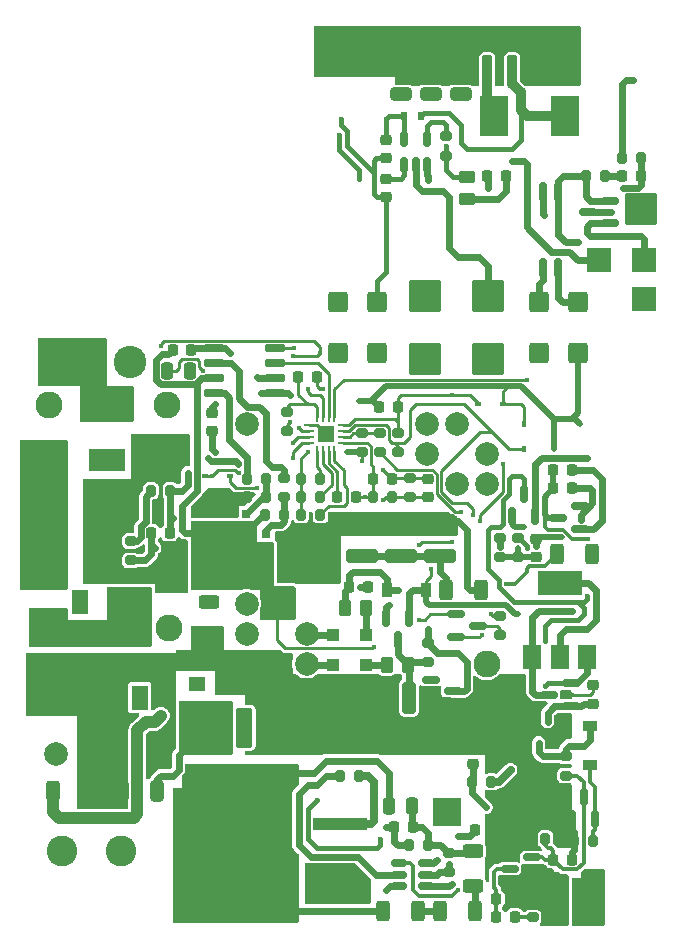
<source format=gbr>
%TF.GenerationSoftware,KiCad,Pcbnew,7.99.0-950-gc4668c1d3a-dirty*%
%TF.CreationDate,2023-06-21T04:13:59+08:00*%
%TF.ProjectId,LightningReed,4c696768-746e-4696-9e67-526565642e6b,rev?*%
%TF.SameCoordinates,Original*%
%TF.FileFunction,Copper,L2,Bot*%
%TF.FilePolarity,Positive*%
%FSLAX46Y46*%
G04 Gerber Fmt 4.6, Leading zero omitted, Abs format (unit mm)*
G04 Created by KiCad (PCBNEW 7.99.0-950-gc4668c1d3a-dirty) date 2023-06-21 04:13:59*
%MOMM*%
%LPD*%
G01*
G04 APERTURE LIST*
G04 Aperture macros list*
%AMRoundRect*
0 Rectangle with rounded corners*
0 $1 Rounding radius*
0 $2 $3 $4 $5 $6 $7 $8 $9 X,Y pos of 4 corners*
0 Add a 4 corners polygon primitive as box body*
4,1,4,$2,$3,$4,$5,$6,$7,$8,$9,$2,$3,0*
0 Add four circle primitives for the rounded corners*
1,1,$1+$1,$2,$3*
1,1,$1+$1,$4,$5*
1,1,$1+$1,$6,$7*
1,1,$1+$1,$8,$9*
0 Add four rect primitives between the rounded corners*
20,1,$1+$1,$2,$3,$4,$5,0*
20,1,$1+$1,$4,$5,$6,$7,0*
20,1,$1+$1,$6,$7,$8,$9,0*
20,1,$1+$1,$8,$9,$2,$3,0*%
G04 Aperture macros list end*
%TA.AperFunction,SMDPad,CuDef*%
%ADD10R,0.600000X0.450000*%
%TD*%
%TA.AperFunction,ComponentPad*%
%ADD11RoundRect,0.250001X-0.799999X-0.799999X0.799999X-0.799999X0.799999X0.799999X-0.799999X0.799999X0*%
%TD*%
%TA.AperFunction,ComponentPad*%
%ADD12RoundRect,0.250000X-0.600000X-0.600000X0.600000X-0.600000X0.600000X0.600000X-0.600000X0.600000X0*%
%TD*%
%TA.AperFunction,ComponentPad*%
%ADD13C,2.286000*%
%TD*%
%TA.AperFunction,SMDPad,CuDef*%
%ADD14RoundRect,0.150000X-0.587500X-0.150000X0.587500X-0.150000X0.587500X0.150000X-0.587500X0.150000X0*%
%TD*%
%TA.AperFunction,SMDPad,CuDef*%
%ADD15RoundRect,0.200000X-0.200000X-0.275000X0.200000X-0.275000X0.200000X0.275000X-0.200000X0.275000X0*%
%TD*%
%TA.AperFunction,SMDPad,CuDef*%
%ADD16RoundRect,0.200000X-0.275000X0.200000X-0.275000X-0.200000X0.275000X-0.200000X0.275000X0.200000X0*%
%TD*%
%TA.AperFunction,SMDPad,CuDef*%
%ADD17RoundRect,0.250000X0.250000X0.475000X-0.250000X0.475000X-0.250000X-0.475000X0.250000X-0.475000X0*%
%TD*%
%TA.AperFunction,ComponentPad*%
%ADD18RoundRect,0.250000X-1.125000X-1.125000X1.125000X-1.125000X1.125000X1.125000X-1.125000X1.125000X0*%
%TD*%
%TA.AperFunction,ComponentPad*%
%ADD19C,2.600000*%
%TD*%
%TA.AperFunction,ComponentPad*%
%ADD20C,2.000000*%
%TD*%
%TA.AperFunction,SMDPad,CuDef*%
%ADD21R,0.450000X0.600000*%
%TD*%
%TA.AperFunction,ComponentPad*%
%ADD22R,2.400000X2.400000*%
%TD*%
%TA.AperFunction,ComponentPad*%
%ADD23C,2.400000*%
%TD*%
%TA.AperFunction,SMDPad,CuDef*%
%ADD24RoundRect,0.225000X0.225000X0.250000X-0.225000X0.250000X-0.225000X-0.250000X0.225000X-0.250000X0*%
%TD*%
%TA.AperFunction,SMDPad,CuDef*%
%ADD25RoundRect,0.200000X0.275000X-0.200000X0.275000X0.200000X-0.275000X0.200000X-0.275000X-0.200000X0*%
%TD*%
%TA.AperFunction,SMDPad,CuDef*%
%ADD26RoundRect,0.225000X-0.250000X0.225000X-0.250000X-0.225000X0.250000X-0.225000X0.250000X0.225000X0*%
%TD*%
%TA.AperFunction,ComponentPad*%
%ADD27C,2.750000*%
%TD*%
%TA.AperFunction,SMDPad,CuDef*%
%ADD28R,0.600000X0.700000*%
%TD*%
%TA.AperFunction,SMDPad,CuDef*%
%ADD29RoundRect,0.150000X0.150000X-0.512500X0.150000X0.512500X-0.150000X0.512500X-0.150000X-0.512500X0*%
%TD*%
%TA.AperFunction,SMDPad,CuDef*%
%ADD30R,3.150000X1.960000*%
%TD*%
%TA.AperFunction,SMDPad,CuDef*%
%ADD31RoundRect,0.250000X-0.262500X-0.450000X0.262500X-0.450000X0.262500X0.450000X-0.262500X0.450000X0*%
%TD*%
%TA.AperFunction,SMDPad,CuDef*%
%ADD32RoundRect,0.250000X0.312500X0.625000X-0.312500X0.625000X-0.312500X-0.625000X0.312500X-0.625000X0*%
%TD*%
%TA.AperFunction,SMDPad,CuDef*%
%ADD33RoundRect,0.250000X-0.325000X-1.100000X0.325000X-1.100000X0.325000X1.100000X-0.325000X1.100000X0*%
%TD*%
%TA.AperFunction,SMDPad,CuDef*%
%ADD34RoundRect,0.225000X0.250000X-0.225000X0.250000X0.225000X-0.250000X0.225000X-0.250000X-0.225000X0*%
%TD*%
%TA.AperFunction,SMDPad,CuDef*%
%ADD35RoundRect,0.218750X-0.218750X-0.381250X0.218750X-0.381250X0.218750X0.381250X-0.218750X0.381250X0*%
%TD*%
%TA.AperFunction,SMDPad,CuDef*%
%ADD36RoundRect,0.250000X-0.312500X-0.625000X0.312500X-0.625000X0.312500X0.625000X-0.312500X0.625000X0*%
%TD*%
%TA.AperFunction,SMDPad,CuDef*%
%ADD37RoundRect,0.250000X-0.450000X0.262500X-0.450000X-0.262500X0.450000X-0.262500X0.450000X0.262500X0*%
%TD*%
%TA.AperFunction,SMDPad,CuDef*%
%ADD38RoundRect,0.225000X-0.225000X-0.250000X0.225000X-0.250000X0.225000X0.250000X-0.225000X0.250000X0*%
%TD*%
%TA.AperFunction,SMDPad,CuDef*%
%ADD39RoundRect,0.250000X1.100000X-0.325000X1.100000X0.325000X-1.100000X0.325000X-1.100000X-0.325000X0*%
%TD*%
%TA.AperFunction,SMDPad,CuDef*%
%ADD40R,0.700000X0.700000*%
%TD*%
%TA.AperFunction,SMDPad,CuDef*%
%ADD41R,4.350000X4.510000*%
%TD*%
%TA.AperFunction,SMDPad,CuDef*%
%ADD42RoundRect,0.250000X-0.625000X0.312500X-0.625000X-0.312500X0.625000X-0.312500X0.625000X0.312500X0*%
%TD*%
%TA.AperFunction,SMDPad,CuDef*%
%ADD43RoundRect,0.250000X-0.650000X0.325000X-0.650000X-0.325000X0.650000X-0.325000X0.650000X0.325000X0*%
%TD*%
%TA.AperFunction,SMDPad,CuDef*%
%ADD44RoundRect,0.150000X0.587500X0.150000X-0.587500X0.150000X-0.587500X-0.150000X0.587500X-0.150000X0*%
%TD*%
%TA.AperFunction,SMDPad,CuDef*%
%ADD45R,4.510000X4.350000*%
%TD*%
%TA.AperFunction,SMDPad,CuDef*%
%ADD46R,0.900000X1.200000*%
%TD*%
%TA.AperFunction,SMDPad,CuDef*%
%ADD47RoundRect,0.150000X0.725000X0.150000X-0.725000X0.150000X-0.725000X-0.150000X0.725000X-0.150000X0*%
%TD*%
%TA.AperFunction,SMDPad,CuDef*%
%ADD48R,1.100000X1.100000*%
%TD*%
%TA.AperFunction,SMDPad,CuDef*%
%ADD49RoundRect,0.200000X0.200000X0.275000X-0.200000X0.275000X-0.200000X-0.275000X0.200000X-0.275000X0*%
%TD*%
%TA.AperFunction,SMDPad,CuDef*%
%ADD50R,1.470660X2.105660*%
%TD*%
%TA.AperFunction,SMDPad,CuDef*%
%ADD51RoundRect,0.150000X0.512500X0.150000X-0.512500X0.150000X-0.512500X-0.150000X0.512500X-0.150000X0*%
%TD*%
%TA.AperFunction,SMDPad,CuDef*%
%ADD52RoundRect,0.150000X-0.150000X0.662500X-0.150000X-0.662500X0.150000X-0.662500X0.150000X0.662500X0*%
%TD*%
%TA.AperFunction,SMDPad,CuDef*%
%ADD53R,4.600000X1.100000*%
%TD*%
%TA.AperFunction,SMDPad,CuDef*%
%ADD54R,9.400000X10.800000*%
%TD*%
%TA.AperFunction,SMDPad,CuDef*%
%ADD55RoundRect,0.150000X0.150000X-0.587500X0.150000X0.587500X-0.150000X0.587500X-0.150000X-0.587500X0*%
%TD*%
%TA.AperFunction,SMDPad,CuDef*%
%ADD56RoundRect,0.250000X-1.100000X0.325000X-1.100000X-0.325000X1.100000X-0.325000X1.100000X0.325000X0*%
%TD*%
%TA.AperFunction,SMDPad,CuDef*%
%ADD57RoundRect,0.250000X-0.250000X-0.475000X0.250000X-0.475000X0.250000X0.475000X-0.250000X0.475000X0*%
%TD*%
%TA.AperFunction,SMDPad,CuDef*%
%ADD58RoundRect,0.150000X-0.150000X0.587500X-0.150000X-0.587500X0.150000X-0.587500X0.150000X0.587500X0*%
%TD*%
%TA.AperFunction,SMDPad,CuDef*%
%ADD59RoundRect,0.250000X0.325000X0.650000X-0.325000X0.650000X-0.325000X-0.650000X0.325000X-0.650000X0*%
%TD*%
%TA.AperFunction,SMDPad,CuDef*%
%ADD60R,1.500000X2.000000*%
%TD*%
%TA.AperFunction,SMDPad,CuDef*%
%ADD61R,3.800000X2.000000*%
%TD*%
%TA.AperFunction,SMDPad,CuDef*%
%ADD62RoundRect,0.250000X0.625000X-0.312500X0.625000X0.312500X-0.625000X0.312500X-0.625000X-0.312500X0*%
%TD*%
%TA.AperFunction,SMDPad,CuDef*%
%ADD63R,2.350000X3.500000*%
%TD*%
%TA.AperFunction,SMDPad,CuDef*%
%ADD64RoundRect,0.250000X0.262500X0.450000X-0.262500X0.450000X-0.262500X-0.450000X0.262500X-0.450000X0*%
%TD*%
%TA.AperFunction,SMDPad,CuDef*%
%ADD65RoundRect,0.249999X-0.450001X-1.450001X0.450001X-1.450001X0.450001X1.450001X-0.450001X1.450001X0*%
%TD*%
%TA.AperFunction,SMDPad,CuDef*%
%ADD66RoundRect,0.062500X-0.062500X0.375000X-0.062500X-0.375000X0.062500X-0.375000X0.062500X0.375000X0*%
%TD*%
%TA.AperFunction,SMDPad,CuDef*%
%ADD67RoundRect,0.062500X-0.375000X0.062500X-0.375000X-0.062500X0.375000X-0.062500X0.375000X0.062500X0*%
%TD*%
%TA.AperFunction,SMDPad,CuDef*%
%ADD68R,1.450000X1.450000*%
%TD*%
%TA.AperFunction,SMDPad,CuDef*%
%ADD69R,1.200000X0.900000*%
%TD*%
%TA.AperFunction,SMDPad,CuDef*%
%ADD70R,1.400000X1.300000*%
%TD*%
%TA.AperFunction,ViaPad*%
%ADD71C,0.400000*%
%TD*%
%TA.AperFunction,Conductor*%
%ADD72C,0.609600*%
%TD*%
%TA.AperFunction,Conductor*%
%ADD73C,0.254000*%
%TD*%
%TA.AperFunction,Conductor*%
%ADD74C,0.508000*%
%TD*%
%TA.AperFunction,Conductor*%
%ADD75C,0.406400*%
%TD*%
%TA.AperFunction,Conductor*%
%ADD76C,0.812800*%
%TD*%
%TA.AperFunction,Conductor*%
%ADD77C,0.250000*%
%TD*%
%TA.AperFunction,Conductor*%
%ADD78C,0.304800*%
%TD*%
%TA.AperFunction,Conductor*%
%ADD79C,1.016000*%
%TD*%
%TA.AperFunction,Conductor*%
%ADD80C,0.635000*%
%TD*%
G04 APERTURE END LIST*
D10*
%TO.P,D13,1,K*%
%TO.N,Net-(D13-K)*%
X139158000Y-105664000D03*
%TO.P,D13,2,A*%
%TO.N,GNDPWR*%
X141258000Y-105664000D03*
%TD*%
D11*
%TO.P,TP3,1,1*%
%TO.N,GNDS*%
X153162000Y-96798000D03*
%TD*%
D12*
%TO.P,TP11,1,1*%
%TO.N,VS*%
X130556000Y-97052000D03*
%TD*%
D13*
%TO.P,L2,1,1*%
%TO.N,Net-(C1-Pad1)*%
X102957000Y-120122000D03*
%TO.P,L2,2,2*%
%TO.N,Net-(D2-Pad4)*%
X102957000Y-124622000D03*
%TO.P,L2,3,3*%
%TO.N,Net-(C1-Pad2)*%
X112957000Y-120122000D03*
%TO.P,L2,4,4*%
%TO.N,Net-(D2-Pad3)*%
X112957000Y-124622000D03*
%TD*%
D14*
%TO.P,Q10,1,G*%
%TO.N,Net-(D14-K)*%
X137238500Y-125410000D03*
%TO.P,Q10,2,D*%
%TO.N,/VSW*%
X137238500Y-123510000D03*
%TO.P,Q10,3,S*%
%TO.N,Net-(Q10-S)*%
X139113500Y-124460000D03*
%TD*%
D15*
%TO.P,TH1,1*%
%TO.N,GNDPWR*%
X124143000Y-115062000D03*
%TO.P,TH1,2*%
%TO.N,Net-(U4-NTC)*%
X125793000Y-115062000D03*
%TD*%
D16*
%TO.P,R48,1*%
%TO.N,Net-(D13-K)*%
X132334000Y-108141000D03*
%TO.P,R48,2*%
%TO.N,Net-(D14-K)*%
X132334000Y-109791000D03*
%TD*%
D17*
%TO.P,C28,2*%
%TO.N,VDD*%
X112842000Y-102870000D03*
%TO.P,C28,1*%
%TO.N,GNDPWR*%
X114742000Y-102870000D03*
%TD*%
D10*
%TO.P,D11,1,K*%
%TO.N,VDD*%
X116044000Y-111760000D03*
%TO.P,D11,2,A*%
%TO.N,/VDD3*%
X118144000Y-111760000D03*
%TD*%
D18*
%TO.P,REF\u002A\u002A,1*%
%TO.N,GNDS*%
X127254000Y-75462000D03*
%TD*%
D19*
%TO.P,L3,1,1*%
%TO.N,HT*%
X103926000Y-143510000D03*
%TO.P,L3,2,2*%
%TO.N,Net-(D1-A)*%
X108926000Y-143510000D03*
%TD*%
D16*
%TO.P,R51,1*%
%TO.N,/VSV*%
X130810000Y-109791000D03*
%TO.P,R51,2*%
%TO.N,Net-(U4-VS)*%
X130810000Y-108141000D03*
%TD*%
D20*
%TO.P,T1,1,SD*%
%TO.N,GNDPWR*%
X122079000Y-127667000D03*
%TO.P,T1,2,SC*%
%TO.N,Net-(D9-A)*%
X124619000Y-127667000D03*
D13*
%TO.P,T1,3*%
%TO.N,N/C*%
X139859000Y-127667000D03*
D20*
%TO.P,T1,4,AB*%
%TO.N,VDC*%
X119539000Y-125127000D03*
%TO.P,T1,5,SD*%
%TO.N,/VSV*%
X124619000Y-125127000D03*
%TO.P,T1,6*%
%TO.N,N/C*%
X119539000Y-122587000D03*
%TO.P,T1,7,AA*%
%TO.N,/VSW*%
X122079000Y-122587000D03*
%TO.P,T1,8,SC*%
%TO.N,Net-(T1-SC-Pad8)*%
X137319000Y-112427000D03*
%TO.P,T1,9,SA*%
%TO.N,Net-(T1-SA)*%
X139859000Y-112427000D03*
%TO.P,T1,10,SD*%
%TO.N,Net-(T1-SD-Pad10)*%
X134779000Y-109887000D03*
%TO.P,T1,11*%
%TO.N,N/C*%
X139859000Y-109887000D03*
%TO.P,T1,12*%
X119539000Y-107347000D03*
%TO.P,T1,13,SB*%
%TO.N,Net-(T1-SB)*%
X134779000Y-107347000D03*
%TO.P,T1,14*%
%TO.N,N/C*%
X137319000Y-107347000D03*
%TD*%
D12*
%TO.P,TP10,1,1*%
%TO.N,Net-(T1-SD-Pad10)*%
X130556000Y-101346000D03*
%TD*%
D18*
%TO.P,TP8,1,1*%
%TO.N,Net-(T1-SB)*%
X134620000Y-101854000D03*
%TD*%
D21*
%TO.P,D14,1,K*%
%TO.N,Net-(D14-K)*%
X143002000Y-109508000D03*
%TO.P,D14,2,A*%
%TO.N,GNDPWR*%
X143002000Y-107408000D03*
%TD*%
D18*
%TO.P,TP5,1,1*%
%TO.N,Net-(Q12-S)*%
X139954000Y-96544000D03*
%TD*%
D13*
%TO.P,L1,1,1*%
%TO.N,Net-(F1-Pad2)*%
X102776000Y-105736000D03*
%TO.P,L1,2,2*%
%TO.N,Net-(C1-Pad1)*%
X102776000Y-110236000D03*
%TO.P,L1,3,3*%
%TO.N,Net-(P1-AC_N)*%
X112776000Y-105736000D03*
%TO.P,L1,4,4*%
%TO.N,Net-(C1-Pad2)*%
X112776000Y-110236000D03*
%TD*%
D18*
%TO.P,TP7,1,1*%
%TO.N,GNDS*%
X134620000Y-96544000D03*
%TD*%
D12*
%TO.P,TP15,1,1*%
%TO.N,Net-(TP15-Pad1)*%
X144272000Y-97052000D03*
%TD*%
%TO.P,TP14,1,1*%
%TO.N,GNDPWR*%
X147574000Y-101346000D03*
%TD*%
D18*
%TO.P,TP6,1,1*%
%TO.N,Net-(T1-SA)*%
X139954000Y-101854000D03*
%TD*%
D12*
%TO.P,TP9,1,1*%
%TO.N,Net-(T1-SC-Pad8)*%
X127254000Y-101346000D03*
%TD*%
D16*
%TO.P,R49,2*%
%TO.N,Net-(Q10-S)*%
X140970000Y-125285000D03*
%TO.P,R49,1*%
%TO.N,Net-(D13-K)*%
X140970000Y-123635000D03*
%TD*%
D20*
%TO.P,C1,1*%
%TO.N,Net-(C1-Pad1)*%
X101660000Y-115316000D03*
%TO.P,C1,2*%
%TO.N,Net-(C1-Pad2)*%
X109160000Y-115316000D03*
%TD*%
D22*
%TO.P,C10,1*%
%TO.N,VDC*%
X136476220Y-140208000D03*
D23*
%TO.P,C10,2*%
%TO.N,GNDPWR*%
X143976220Y-140208000D03*
%TD*%
D24*
%TO.P,C33,1*%
%TO.N,GNDPWR*%
X125489000Y-103378000D03*
%TO.P,C33,2*%
%TO.N,/CS*%
X123939000Y-103378000D03*
%TD*%
D12*
%TO.P,TP13,1,1*%
%TO.N,Net-(R52-Pad1)*%
X144272000Y-101346000D03*
%TD*%
D16*
%TO.P,R46,1*%
%TO.N,GNDPWR*%
X133350000Y-111951000D03*
%TO.P,R46,2*%
%TO.N,/BUR*%
X133350000Y-113601000D03*
%TD*%
D25*
%TO.P,R50,1*%
%TO.N,GNDPWR*%
X129286000Y-109791000D03*
%TO.P,R50,2*%
%TO.N,Net-(U4-VS)*%
X129286000Y-108141000D03*
%TD*%
D24*
%TO.P,C34,1*%
%TO.N,Net-(D13-K)*%
X132347000Y-105918000D03*
%TO.P,C34,2*%
%TO.N,GNDPWR*%
X130797000Y-105918000D03*
%TD*%
D12*
%TO.P,TP16,1,1*%
%TO.N,Net-(TP16-Pad1)*%
X147574000Y-97052000D03*
%TD*%
D26*
%TO.P,C32,1*%
%TO.N,GNDPWR*%
X134874000Y-112001000D03*
%TO.P,C32,2*%
%TO.N,/BUR*%
X134874000Y-113551000D03*
%TD*%
D11*
%TO.P,TP4,1,1*%
%TO.N,/CTL*%
X153162000Y-93496000D03*
%TD*%
D12*
%TO.P,TP12,1,1*%
%TO.N,/VAUX*%
X127254000Y-97052000D03*
%TD*%
D18*
%TO.P,P1,1,AC_P*%
%TO.N,Net-(P1-AC_P)*%
X104234000Y-102108000D03*
D27*
%TO.P,P1,2,AC_N*%
%TO.N,Net-(P1-AC_N)*%
X109634000Y-102108000D03*
%TD*%
D11*
%TO.P,TP2,1,1*%
%TO.N,VCOM*%
X149352000Y-93496000D03*
%TD*%
D20*
%TO.P,C2,1*%
%TO.N,HT*%
X103378000Y-135322000D03*
%TO.P,C2,2*%
%TO.N,GNDPWR*%
X103378000Y-127822000D03*
%TD*%
D18*
%TO.P,TP1,1,1*%
%TO.N,LINE*%
X152908000Y-89178000D03*
%TD*%
D16*
%TO.P,R37,1*%
%TO.N,Net-(U6-ADJ)*%
X109728000Y-117285000D03*
%TO.P,R37,2*%
%TO.N,Net-(Q8-S)*%
X109728000Y-118935000D03*
%TD*%
D28*
%TO.P,D17,2,A*%
%TO.N,LINE*%
X134304000Y-81304000D03*
%TO.P,D17,1,K*%
%TO.N,Net-(D17-K)*%
X132904000Y-81304000D03*
%TD*%
D24*
%TO.P,C7,1*%
%TO.N,GNDPWR*%
X142253000Y-147574000D03*
%TO.P,C7,2*%
%TO.N,/COMP*%
X140703000Y-147574000D03*
%TD*%
D29*
%TO.P,U9,5,VD*%
%TO.N,Net-(U9-VD)*%
X134808000Y-83214500D03*
%TO.P,U9,4,VDD*%
%TO.N,Net-(D17-K)*%
X132908000Y-83214500D03*
%TO.P,U9,3,REG*%
%TO.N,Net-(U9-REG)*%
X132908000Y-85489500D03*
%TO.P,U9,2,VS*%
%TO.N,Net-(Q12-S)*%
X133858000Y-85489500D03*
%TO.P,U9,1,VG*%
%TO.N,Net-(Q12-G)*%
X134808000Y-85489500D03*
%TD*%
D30*
%TO.P,F1,1*%
%TO.N,Net-(P1-AC_P)*%
X107758500Y-105500000D03*
%TO.P,F1,2*%
%TO.N,Net-(F1-Pad2)*%
X107758500Y-110400000D03*
%TD*%
D31*
%TO.P,R41,1*%
%TO.N,Net-(D9-K)*%
X131421500Y-127762000D03*
%TO.P,R41,2*%
%TO.N,/VDD1*%
X133246500Y-127762000D03*
%TD*%
D24*
%TO.P,C23,1*%
%TO.N,Net-(U5-HB)*%
X114834000Y-101092000D03*
%TO.P,C23,2*%
%TO.N,/VSW*%
X113284000Y-101092000D03*
%TD*%
D32*
%TO.P,R30,1*%
%TO.N,Net-(Q7-D)*%
X139384500Y-121412000D03*
%TO.P,R30,2*%
%TO.N,VDC*%
X136459500Y-121412000D03*
%TD*%
D33*
%TO.P,C27,1*%
%TO.N,GNDPWR*%
X130351000Y-130556000D03*
%TO.P,C27,2*%
%TO.N,/VDD1*%
X133301000Y-130556000D03*
%TD*%
D34*
%TO.P,C45,2*%
%TO.N,Net-(D17-K)*%
X131318000Y-83323000D03*
%TO.P,C45,1*%
%TO.N,VS*%
X131318000Y-84873000D03*
%TD*%
D35*
%TO.P,L6,2,2*%
%TO.N,LINE*%
X142032500Y-76732000D03*
%TO.P,L6,1,1*%
%TO.N,VCOM*%
X139907500Y-76732000D03*
%TD*%
D36*
%TO.P,R6,1*%
%TO.N,GNDPWR*%
X145603500Y-148590000D03*
%TO.P,R6,2*%
%TO.N,Net-(Q1-S)*%
X148528500Y-148590000D03*
%TD*%
D37*
%TO.P,R61,2*%
%TO.N,Net-(C38-Pad2)*%
X138176000Y-88312500D03*
%TO.P,R61,1*%
%TO.N,VCOM*%
X138176000Y-86487500D03*
%TD*%
D25*
%TO.P,R27,1*%
%TO.N,Net-(Q5-G)*%
X146558000Y-137144500D03*
%TO.P,R27,2*%
%TO.N,/VDD2*%
X146558000Y-135494500D03*
%TD*%
D36*
%TO.P,R7,1*%
%TO.N,GNDPWR*%
X145603500Y-146304000D03*
%TO.P,R7,2*%
%TO.N,Net-(Q1-S)*%
X148528500Y-146304000D03*
%TD*%
D32*
%TO.P,R19,1*%
%TO.N,Net-(R19-Pad1)*%
X148782500Y-118364000D03*
%TO.P,R19,2*%
%TO.N,HT*%
X145857500Y-118364000D03*
%TD*%
D38*
%TO.P,C38,2*%
%TO.N,Net-(C38-Pad2)*%
X141491000Y-86384000D03*
%TO.P,C38,1*%
%TO.N,Net-(Q12-S)*%
X139941000Y-86384000D03*
%TD*%
D39*
%TO.P,C22,1*%
%TO.N,VDC*%
X129286000Y-118569000D03*
%TO.P,C22,2*%
%TO.N,Net-(Q7-D)*%
X129286000Y-115619000D03*
%TD*%
D38*
%TO.P,C31,1*%
%TO.N,/FB*%
X127241000Y-113538000D03*
%TO.P,C31,2*%
%TO.N,/VREF*%
X128791000Y-113538000D03*
%TD*%
D40*
%TO.P,Q7,1,S*%
%TO.N,/VSW*%
X121152000Y-117983000D03*
X121152000Y-119253000D03*
X121152000Y-120523000D03*
%TO.P,Q7,2,G*%
%TO.N,Net-(Q7-G)*%
X121152000Y-116713000D03*
D41*
%TO.P,Q7,3,D*%
%TO.N,Net-(Q7-D)*%
X124282000Y-118618000D03*
D40*
X126752000Y-116713000D03*
X126752000Y-117983000D03*
X126752000Y-119253000D03*
X126752000Y-120523000D03*
%TD*%
D42*
%TO.P,R4,1*%
%TO.N,Net-(C4-Pad2)*%
X138684000Y-143571500D03*
%TO.P,R4,2*%
%TO.N,Net-(R3-Pad1)*%
X138684000Y-146496500D03*
%TD*%
D43*
%TO.P,C40,2*%
%TO.N,GNDS*%
X135128000Y-76527000D03*
%TO.P,C40,1*%
%TO.N,VCOM*%
X135128000Y-79477000D03*
%TD*%
D15*
%TO.P,R5,1*%
%TO.N,Net-(Q1-S)*%
X133287000Y-143002000D03*
%TO.P,R5,2*%
%TO.N,Net-(C4-Pad2)*%
X134937000Y-143002000D03*
%TD*%
D38*
%TO.P,C8,1*%
%TO.N,Net-(U1-ZCD)*%
X138925000Y-141732000D03*
%TO.P,C8,2*%
%TO.N,GNDPWR*%
X140475000Y-141732000D03*
%TD*%
D44*
%TO.P,Q5,1,G*%
%TO.N,Net-(Q5-G)*%
X143685500Y-144084000D03*
%TO.P,Q5,2,S*%
%TO.N,GNDPWR*%
X143685500Y-145984000D03*
%TO.P,Q5,3,D*%
%TO.N,/COMP*%
X141810500Y-145034000D03*
%TD*%
D24*
%TO.P,C5,1*%
%TO.N,Net-(C4-Pad2)*%
X133617000Y-141478000D03*
%TO.P,C5,2*%
%TO.N,Net-(Q1-S)*%
X132067000Y-141478000D03*
%TD*%
D16*
%TO.P,R9,1*%
%TO.N,Net-(C4-Pad2)*%
X136652000Y-143701000D03*
%TO.P,R9,2*%
%TO.N,Net-(U1-ZCD)*%
X136652000Y-145351000D03*
%TD*%
D38*
%TO.P,C30,1*%
%TO.N,/VREF*%
X130289000Y-112014000D03*
%TO.P,C30,2*%
%TO.N,GNDPWR*%
X131839000Y-112014000D03*
%TD*%
D40*
%TO.P,Q8,1,S*%
%TO.N,Net-(Q8-S)*%
X118237000Y-114980000D03*
X116967000Y-114980000D03*
X115697000Y-114980000D03*
%TO.P,Q8,2,G*%
%TO.N,Net-(Q8-G)*%
X119507000Y-114980000D03*
D45*
%TO.P,Q8,3,D*%
%TO.N,/VSW*%
X117602000Y-118110000D03*
D40*
X119507000Y-120580000D03*
X118237000Y-120580000D03*
X116967000Y-120580000D03*
X115697000Y-120580000D03*
%TD*%
D24*
%TO.P,C25,1*%
%TO.N,Net-(D7-A)*%
X113043000Y-116586000D03*
%TO.P,C25,2*%
%TO.N,Net-(Q8-S)*%
X111493000Y-116586000D03*
%TD*%
D46*
%TO.P,D10,1,K*%
%TO.N,/VDD3*%
X134746000Y-121412000D03*
%TO.P,D10,2,A*%
%TO.N,/VDD2*%
X131446000Y-121412000D03*
%TD*%
D47*
%TO.P,U5,1,LI*%
%TO.N,/PWML*%
X121955000Y-100965000D03*
%TO.P,U5,2,HI*%
%TO.N,/PWMH*%
X121955000Y-102235000D03*
%TO.P,U5,3,VDD*%
%TO.N,Net-(D7-A)*%
X121955000Y-103505000D03*
%TO.P,U5,4,COM*%
%TO.N,Net-(Q8-S)*%
X121955000Y-104775000D03*
%TO.P,U5,5,LO*%
%TO.N,Net-(U5-LO)*%
X116805000Y-104775000D03*
%TO.P,U5,6,HS*%
%TO.N,/VSW*%
X116805000Y-103505000D03*
%TO.P,U5,7,HO*%
%TO.N,Net-(U5-HO)*%
X116805000Y-102235000D03*
%TO.P,U5,8,HB*%
%TO.N,Net-(U5-HB)*%
X116805000Y-100965000D03*
%TD*%
D48*
%TO.P,D9,1,K*%
%TO.N,Net-(D9-K)*%
X129670000Y-127762000D03*
%TO.P,D9,2,A*%
%TO.N,Net-(D9-A)*%
X126870000Y-127762000D03*
%TD*%
D25*
%TO.P,R26,1*%
%TO.N,GNDPWR*%
X140970000Y-118681000D03*
%TO.P,R26,2*%
%TO.N,/AC_SENSE*%
X140970000Y-117031000D03*
%TD*%
D48*
%TO.P,D8,1,K*%
%TO.N,Net-(D8-K)*%
X129670000Y-125222000D03*
%TO.P,D8,2,A*%
%TO.N,/VSV*%
X126870000Y-125222000D03*
%TD*%
D49*
%TO.P,R36,1*%
%TO.N,Net-(D7-A)*%
X113093000Y-113030000D03*
%TO.P,R36,2*%
%TO.N,Net-(U6-ADJ)*%
X111443000Y-113030000D03*
%TD*%
D48*
%TO.P,D3,1,K*%
%TO.N,VDC*%
X115316000Y-134236000D03*
%TO.P,D3,2,A*%
%TO.N,Net-(D3-A)*%
X115316000Y-137036000D03*
%TD*%
D50*
%TO.P,D2,1,+*%
%TO.N,HT*%
X110500160Y-130543300D03*
%TO.P,D2,2,-*%
%TO.N,GNDPWR*%
X105399840Y-130543300D03*
%TO.P,D2,3*%
%TO.N,Net-(D2-Pad3)*%
X105399840Y-122440700D03*
%TO.P,D2,4*%
%TO.N,Net-(D2-Pad4)*%
X110500160Y-122440700D03*
%TD*%
D38*
%TO.P,C36,2*%
%TO.N,/CTL*%
X152921000Y-86384000D03*
%TO.P,C36,1*%
%TO.N,Net-(C36-Pad1)*%
X151371000Y-86384000D03*
%TD*%
D44*
%TO.P,Q4,1,G*%
%TO.N,/BROWN_OUT*%
X146987500Y-129352000D03*
%TO.P,Q4,2,S*%
%TO.N,/VCC_PFC*%
X146987500Y-131252000D03*
%TO.P,Q4,3,D*%
%TO.N,Net-(D5-K)*%
X145112500Y-130302000D03*
%TD*%
D15*
%TO.P,R29,1*%
%TO.N,GNDPWR*%
X147257000Y-142669500D03*
%TO.P,R29,2*%
%TO.N,Net-(D6-A)*%
X148907000Y-142669500D03*
%TD*%
D51*
%TO.P,U1,1,VOSNS*%
%TO.N,Net-(U1-VOSNS)*%
X134741500Y-144592000D03*
%TO.P,U1,2,ZCD*%
%TO.N,Net-(U1-ZCD)*%
X134741500Y-145542000D03*
%TO.P,U1,3,VCC*%
%TO.N,Net-(U1-VCC)*%
X134741500Y-146492000D03*
%TO.P,U1,4,GND*%
%TO.N,GNDPWR*%
X132466500Y-146492000D03*
%TO.P,U1,5,DRV*%
%TO.N,Net-(U1-DRV)*%
X132466500Y-145542000D03*
%TO.P,U1,6,COMP*%
%TO.N,/COMP*%
X132466500Y-144592000D03*
%TD*%
D43*
%TO.P,C39,2*%
%TO.N,GNDS*%
X137668000Y-76527000D03*
%TO.P,C39,1*%
%TO.N,VCOM*%
X137668000Y-79477000D03*
%TD*%
D52*
%TO.P,U7,4*%
%TO.N,Net-(TP15-Pad1)*%
X144653000Y-94143500D03*
%TO.P,U7,3*%
%TO.N,Net-(TP16-Pad1)*%
X145923000Y-94143500D03*
%TO.P,U7,2*%
%TO.N,Net-(U8-K)*%
X145923000Y-87768500D03*
%TO.P,U7,1*%
%TO.N,Net-(C35-Pad2)*%
X144653000Y-87768500D03*
%TD*%
D49*
%TO.P,R32,1*%
%TO.N,Net-(Q7-G)*%
X122745000Y-115062000D03*
%TO.P,R32,2*%
%TO.N,/VSW*%
X121095000Y-115062000D03*
%TD*%
D53*
%TO.P,Q1,1,G*%
%TO.N,Net-(Q1-G)*%
X127441000Y-141224000D03*
D54*
%TO.P,Q1,2,D*%
%TO.N,Net-(D3-A)*%
X118291000Y-143764000D03*
D53*
%TO.P,Q1,3,S*%
%TO.N,Net-(Q1-S)*%
X127441000Y-146304000D03*
%TD*%
D24*
%TO.P,C12,1*%
%TO.N,/VDD3*%
X147079000Y-112776000D03*
%TO.P,C12,2*%
%TO.N,GNDPWR*%
X145529000Y-112776000D03*
%TD*%
D16*
%TO.P,R42,1*%
%TO.N,Net-(D12-K)*%
X134874000Y-125921000D03*
%TO.P,R42,2*%
%TO.N,/VDD1*%
X134874000Y-127571000D03*
%TD*%
D32*
%TO.P,R3,1*%
%TO.N,Net-(R3-Pad1)*%
X138876500Y-148590000D03*
%TO.P,R3,2*%
%TO.N,Net-(R2-Pad1)*%
X135951500Y-148590000D03*
%TD*%
D24*
%TO.P,C13,1*%
%TO.N,/5V_LDO*%
X147079000Y-111252000D03*
%TO.P,C13,2*%
%TO.N,GNDPWR*%
X145529000Y-111252000D03*
%TD*%
D49*
%TO.P,R34,1*%
%TO.N,Net-(Q8-G)*%
X121221000Y-113538000D03*
%TO.P,R34,2*%
%TO.N,Net-(Q8-S)*%
X119571000Y-113538000D03*
%TD*%
D55*
%TO.P,Q6,1,G*%
%TO.N,Net-(D6-A)*%
X149032000Y-140813000D03*
%TO.P,Q6,2,S*%
%TO.N,GNDPWR*%
X147132000Y-140813000D03*
%TO.P,Q6,3,D*%
%TO.N,Net-(Q5-G)*%
X148082000Y-138938000D03*
%TD*%
D15*
%TO.P,R60,2*%
%TO.N,/CTL*%
X152971000Y-84860000D03*
%TO.P,R60,1*%
%TO.N,GNDS*%
X151321000Y-84860000D03*
%TD*%
D26*
%TO.P,C14,1*%
%TO.N,/AC_SENSE*%
X144018000Y-117081000D03*
%TO.P,C14,2*%
%TO.N,GNDPWR*%
X144018000Y-118631000D03*
%TD*%
D15*
%TO.P,R44,1*%
%TO.N,GNDPWR*%
X124143000Y-113538000D03*
%TO.P,R44,2*%
%TO.N,Net-(U4-RTZ)*%
X125793000Y-113538000D03*
%TD*%
D34*
%TO.P,C24,1*%
%TO.N,VDD*%
X116586000Y-107963000D03*
%TO.P,C24,2*%
%TO.N,Net-(Q8-S)*%
X116586000Y-106413000D03*
%TD*%
D56*
%TO.P,C21,1*%
%TO.N,VDC*%
X135890000Y-118569000D03*
%TO.P,C21,2*%
%TO.N,Net-(Q7-D)*%
X135890000Y-115619000D03*
%TD*%
D57*
%TO.P,C4,1*%
%TO.N,Net-(D3-A)*%
X131638000Y-139700000D03*
%TO.P,C4,2*%
%TO.N,Net-(C4-Pad2)*%
X133538000Y-139700000D03*
%TD*%
D55*
%TO.P,Q2,1,G*%
%TO.N,Net-(Q2-G)*%
X143952000Y-115159000D03*
%TO.P,Q2,2,S*%
%TO.N,GNDPWR*%
X142052000Y-115159000D03*
%TO.P,Q2,3,D*%
%TO.N,/BROWN_OUT*%
X143002000Y-113284000D03*
%TD*%
D16*
%TO.P,R8,1*%
%TO.N,GNDPWR*%
X143764000Y-147511000D03*
%TO.P,R8,2*%
%TO.N,Net-(C6-Pad1)*%
X143764000Y-149161000D03*
%TD*%
D58*
%TO.P,Q9,1,G*%
%TO.N,Net-(D12-K)*%
X131384000Y-123776500D03*
%TO.P,Q9,2,S*%
%TO.N,/VDD3*%
X133284000Y-123776500D03*
%TO.P,Q9,3,D*%
%TO.N,/VDD1*%
X132334000Y-125651500D03*
%TD*%
D15*
%TO.P,R15,1*%
%TO.N,Net-(U1-VCC)*%
X138621000Y-137668000D03*
%TO.P,R15,2*%
%TO.N,/VCC_PFC*%
X140271000Y-137668000D03*
%TD*%
D24*
%TO.P,C26,1*%
%TO.N,GNDPWR*%
X129807000Y-121158000D03*
%TO.P,C26,2*%
%TO.N,/VDD2*%
X128257000Y-121158000D03*
%TD*%
D43*
%TO.P,C41,2*%
%TO.N,GNDS*%
X132588000Y-76527000D03*
%TO.P,C41,1*%
%TO.N,VCOM*%
X132588000Y-79477000D03*
%TD*%
D59*
%TO.P,C18,1*%
%TO.N,VDC*%
X111965000Y-138430000D03*
%TO.P,C18,2*%
%TO.N,GNDPWR*%
X109015000Y-138430000D03*
%TD*%
D25*
%TO.P,R47,1*%
%TO.N,Net-(Q8-S)*%
X122936000Y-108013000D03*
%TO.P,R47,2*%
%TO.N,/CS*%
X122936000Y-106363000D03*
%TD*%
%TO.P,R62,2*%
%TO.N,Net-(U9-VD)*%
X136398000Y-83019000D03*
%TO.P,R62,1*%
%TO.N,VCOM*%
X136398000Y-84669000D03*
%TD*%
D32*
%TO.P,R2,1*%
%TO.N,Net-(R2-Pad1)*%
X134050500Y-148590000D03*
%TO.P,R2,2*%
%TO.N,Net-(D3-A)*%
X131125500Y-148590000D03*
%TD*%
D60*
%TO.P,Q3,1,G*%
%TO.N,/BROWN_OUT*%
X148350000Y-127102000D03*
%TO.P,Q3,2,D*%
%TO.N,Net-(Q3-D)*%
X146050000Y-127102000D03*
D61*
X146050000Y-120802000D03*
D60*
%TO.P,Q3,3,S*%
%TO.N,Net-(D5-K)*%
X143750000Y-127102000D03*
%TD*%
D14*
%TO.P,D12,1,A*%
%TO.N,GNDPWR*%
X135128000Y-130932000D03*
%TO.P,D12,2*%
%TO.N,N/C*%
X135128000Y-129032000D03*
%TO.P,D12,3,K*%
%TO.N,Net-(D12-K)*%
X137003000Y-129982000D03*
%TD*%
D25*
%TO.P,R17,1*%
%TO.N,GNDPWR*%
X142494000Y-118681000D03*
%TO.P,R17,2*%
%TO.N,Net-(U3-+)*%
X142494000Y-117031000D03*
%TD*%
D34*
%TO.P,C15,1*%
%TO.N,/VCC_PFC*%
X148844000Y-131064000D03*
%TO.P,C15,2*%
%TO.N,GNDPWR*%
X148844000Y-129514000D03*
%TD*%
D62*
%TO.P,R39,1*%
%TO.N,GNDPWR*%
X116332000Y-125414500D03*
%TO.P,R39,2*%
%TO.N,Net-(Q8-S)*%
X116332000Y-122489500D03*
%TD*%
D49*
%TO.P,R59,2*%
%TO.N,Net-(U8-K)*%
X148273000Y-86384000D03*
%TO.P,R59,1*%
%TO.N,Net-(C36-Pad1)*%
X149923000Y-86384000D03*
%TD*%
D63*
%TO.P,L5,2,2*%
%TO.N,LINE*%
X146512000Y-81304000D03*
%TO.P,L5,1,1*%
%TO.N,VCOM*%
X140462000Y-81304000D03*
%TD*%
D38*
%TO.P,C17,1*%
%TO.N,Net-(Q5-G)*%
X145529000Y-144272000D03*
%TO.P,C17,2*%
%TO.N,GNDPWR*%
X147079000Y-144272000D03*
%TD*%
D44*
%TO.P,U8,3,A*%
%TO.N,GNDS*%
X148414500Y-89432000D03*
%TO.P,U8,2,REF*%
%TO.N,/CTL*%
X150289500Y-90382000D03*
%TO.P,U8,1,K*%
%TO.N,Net-(U8-K)*%
X150289500Y-88482000D03*
%TD*%
D64*
%TO.P,R40,1*%
%TO.N,Net-(D8-K)*%
X129690500Y-122936000D03*
%TO.P,R40,2*%
%TO.N,/VDD2*%
X127865500Y-122936000D03*
%TD*%
D44*
%TO.P,U2,1,OUT*%
%TO.N,/5V_LDO*%
X147749500Y-116266000D03*
%TO.P,U2,2,GND*%
%TO.N,GNDPWR*%
X145874500Y-115316000D03*
%TO.P,U2,3,IN*%
%TO.N,/VDD3*%
X147749500Y-114366000D03*
%TD*%
D65*
%TO.P,C19,1*%
%TO.N,VDC*%
X119362000Y-133096000D03*
%TO.P,C19,2*%
%TO.N,GNDPWR*%
X123462000Y-133096000D03*
%TD*%
D49*
%TO.P,R45,1*%
%TO.N,/BUR*%
X131889000Y-113538000D03*
%TO.P,R45,2*%
%TO.N,/VREF*%
X130239000Y-113538000D03*
%TD*%
D34*
%TO.P,C11,1*%
%TO.N,Net-(U1-VCC)*%
X138684000Y-136157000D03*
%TO.P,C11,2*%
%TO.N,GNDPWR*%
X138684000Y-134607000D03*
%TD*%
D66*
%TO.P,U4,1,CS*%
%TO.N,/CS*%
X125488000Y-106766500D03*
%TO.P,U4,2,PWML*%
%TO.N,/PWML*%
X125988000Y-106766500D03*
%TO.P,U4,3,PWMH*%
%TO.N,/PWMH*%
X126488000Y-106766500D03*
%TO.P,U4,4,RUN*%
%TO.N,/RUN*%
X126988000Y-106766500D03*
D67*
%TO.P,U4,5,SWS*%
%TO.N,Net-(D13-K)*%
X127675500Y-107454000D03*
%TO.P,U4,6,HVG*%
%TO.N,Net-(D14-K)*%
X127675500Y-107954000D03*
%TO.P,U4,7,VS*%
%TO.N,Net-(U4-VS)*%
X127675500Y-108454000D03*
%TO.P,U4,8,SET*%
%TO.N,/VREF*%
X127675500Y-108954000D03*
D66*
%TO.P,U4,9,NTC*%
%TO.N,Net-(U4-NTC)*%
X126988000Y-109641500D03*
%TO.P,U4,10,FB*%
%TO.N,/FB*%
X126488000Y-109641500D03*
%TO.P,U4,11,RTZ*%
%TO.N,Net-(U4-RTZ)*%
X125988000Y-109641500D03*
%TO.P,U4,12,RDM*%
%TO.N,Net-(U4-RDM)*%
X125488000Y-109641500D03*
D67*
%TO.P,U4,13,BUR*%
%TO.N,/BUR*%
X124800500Y-108954000D03*
%TO.P,U4,14,REF*%
%TO.N,/VREF*%
X124800500Y-108454000D03*
%TO.P,U4,15,VDD*%
%TO.N,VDD*%
X124800500Y-107954000D03*
%TO.P,U4,16,GND*%
%TO.N,GNDPWR*%
X124800500Y-107454000D03*
D68*
%TO.P,U4,17,GND*%
X126238000Y-108204000D03*
%TD*%
D15*
%TO.P,R1,1*%
%TO.N,Net-(U1-DRV)*%
X127445000Y-137160000D03*
%TO.P,R1,2*%
%TO.N,Net-(Q1-G)*%
X129095000Y-137160000D03*
%TD*%
D49*
%TO.P,R33,1*%
%TO.N,Net-(Q8-G)*%
X121221000Y-112014000D03*
%TO.P,R33,2*%
%TO.N,Net-(U5-LO)*%
X119571000Y-112014000D03*
%TD*%
D24*
%TO.P,C6,1*%
%TO.N,Net-(C6-Pad1)*%
X142253000Y-149098000D03*
%TO.P,C6,2*%
%TO.N,/COMP*%
X140703000Y-149098000D03*
%TD*%
D15*
%TO.P,R28,1*%
%TO.N,GNDPWR*%
X143193000Y-142494000D03*
%TO.P,R28,2*%
%TO.N,Net-(Q5-G)*%
X144843000Y-142494000D03*
%TD*%
D69*
%TO.P,D6,1,K*%
%TO.N,/VDD2*%
X148590000Y-132970000D03*
%TO.P,D6,2,A*%
%TO.N,Net-(D6-A)*%
X148590000Y-136270000D03*
%TD*%
D70*
%TO.P,D1,1,K*%
%TO.N,VDC*%
X115316000Y-132260000D03*
%TO.P,D1,2,A*%
%TO.N,Net-(D1-A)*%
X115316000Y-129360000D03*
%TD*%
D32*
%TO.P,R38,1*%
%TO.N,GNDPWR*%
X106110500Y-138430000D03*
%TO.P,R38,2*%
%TO.N,Net-(Q8-S)*%
X103185500Y-138430000D03*
%TD*%
D15*
%TO.P,R43,1*%
%TO.N,GNDPWR*%
X124143000Y-112014000D03*
%TO.P,R43,2*%
%TO.N,Net-(U4-RDM)*%
X125793000Y-112014000D03*
%TD*%
D25*
%TO.P,R31,1*%
%TO.N,Net-(Q7-G)*%
X122682000Y-113601000D03*
%TO.P,R31,2*%
%TO.N,Net-(U5-HO)*%
X122682000Y-111951000D03*
%TD*%
D34*
%TO.P,C47,2*%
%TO.N,Net-(U9-REG)*%
X131318000Y-86625000D03*
%TO.P,C47,1*%
%TO.N,VS*%
X131318000Y-88175000D03*
%TD*%
D56*
%TO.P,C20,1*%
%TO.N,VDC*%
X132588000Y-118569000D03*
%TO.P,C20,2*%
%TO.N,Net-(Q7-D)*%
X132588000Y-115619000D03*
%TD*%
D71*
%TO.N,/CTL*%
X151384000Y-87371700D03*
%TO.N,GNDPWR*%
X147066000Y-130302000D03*
X128016000Y-109728000D03*
%TO.N,/RUN*%
X143256000Y-103632000D03*
%TO.N,Net-(D14-K)*%
X138684000Y-115062000D03*
%TO.N,/VSV*%
X137668000Y-114808000D03*
%TO.N,Net-(D14-K)*%
X139446000Y-125222000D03*
%TO.N,Net-(D13-K)*%
X141224000Y-110744000D03*
X136906000Y-104902000D03*
X139269200Y-115570000D03*
X140208000Y-123444000D03*
%TO.N,/VSW*%
X134112000Y-123952000D03*
X130302000Y-126238000D03*
%TO.N,GNDPWR*%
X129286000Y-110490000D03*
X131064000Y-111252000D03*
X123444000Y-101600000D03*
%TO.N,/PWML*%
X123571000Y-100965000D03*
%TO.N,GNDPWR*%
X124714000Y-109728000D03*
X147741494Y-107364761D03*
%TO.N,/VSV*%
X136906000Y-117348000D03*
X134112000Y-117602000D03*
%TO.N,GNDPWR*%
X125984000Y-104394000D03*
%TO.N,/VDD3*%
X135128000Y-119634000D03*
X120396000Y-112776000D03*
%TO.N,Net-(D7-A)*%
X118872000Y-110744000D03*
X116306998Y-110236000D03*
%TO.N,VDD*%
X118872000Y-111506000D03*
X115824000Y-102870000D03*
%TO.N,GNDPWR*%
X114742000Y-102870000D03*
%TO.N,/VREF*%
X129540000Y-113538000D03*
X123444000Y-108966000D03*
%TO.N,GNDPWR*%
X112268000Y-100746497D03*
X125730000Y-101346000D03*
%TO.N,HT*%
X110490000Y-130302000D03*
X141478000Y-120904000D03*
X110490000Y-130810000D03*
X109982000Y-130810000D03*
X109982000Y-130302000D03*
X110998000Y-130302000D03*
X110998000Y-131318000D03*
X109982000Y-131318000D03*
X110998000Y-129794000D03*
X110490000Y-131318000D03*
X110998000Y-130810000D03*
X109982000Y-129794000D03*
X110490000Y-129794000D03*
%TO.N,GNDPWR*%
X125476000Y-139192000D03*
X143256000Y-146558000D03*
X112014000Y-136144000D03*
X141732000Y-146812000D03*
X112014000Y-134620000D03*
X143256000Y-145034000D03*
X145542000Y-146304000D03*
X111506000Y-134620000D03*
X129032000Y-105410000D03*
X141732000Y-145796000D03*
X146304000Y-133096000D03*
X143764000Y-146558000D03*
X112014000Y-135128000D03*
X144272000Y-146558000D03*
X143002000Y-146050000D03*
X144526000Y-146050000D03*
X130810000Y-142494000D03*
X142240000Y-146304000D03*
X143256000Y-145542000D03*
X131318000Y-146825000D03*
X145529000Y-111252000D03*
X145542000Y-109474000D03*
X111506000Y-136144000D03*
X125476000Y-135128000D03*
X142748000Y-129032000D03*
X141224000Y-146050000D03*
X148481500Y-117089500D03*
X129151000Y-121158000D03*
X143002000Y-116078000D03*
X144272000Y-145034000D03*
X143764000Y-146050000D03*
X144272000Y-145542000D03*
X112014000Y-135636000D03*
X111506000Y-135128000D03*
X143764000Y-145542000D03*
X111506000Y-135636000D03*
X142494000Y-117884500D03*
X128524000Y-128778000D03*
X112014000Y-133604000D03*
X141732000Y-146304000D03*
X112014000Y-134112000D03*
X111506000Y-134112000D03*
X143764000Y-145034000D03*
X145542000Y-146812000D03*
X145542000Y-145796000D03*
X111506000Y-133604000D03*
X142240000Y-146812000D03*
X126238000Y-108204000D03*
%TO.N,Net-(D3-A)*%
X120396000Y-137668000D03*
X121920000Y-137160000D03*
X120904000Y-136652000D03*
X117856000Y-137668000D03*
X118364000Y-137668000D03*
X119380000Y-137668000D03*
X118872000Y-136652000D03*
X121412000Y-137668000D03*
X119380000Y-136652000D03*
X120396000Y-137160000D03*
X118872000Y-137668000D03*
X118364000Y-136652000D03*
X118364000Y-137160000D03*
X120904000Y-137160000D03*
X121920000Y-136652000D03*
X117856000Y-136652000D03*
X117856000Y-137160000D03*
X119888000Y-136652000D03*
X118872000Y-137160000D03*
X119888000Y-137668000D03*
X121920000Y-137668000D03*
X119888000Y-137160000D03*
X117348000Y-137668000D03*
X121412000Y-136652000D03*
X117348000Y-137160000D03*
X120396000Y-136652000D03*
X121412000Y-137160000D03*
X120904000Y-137668000D03*
X117348000Y-136652000D03*
X119380000Y-137160000D03*
%TO.N,Net-(Q1-S)*%
X127000000Y-147828000D03*
X124968000Y-147828000D03*
X124714000Y-147320000D03*
X127000000Y-144780000D03*
X149606000Y-146304000D03*
X126492000Y-147828000D03*
X148844000Y-148590000D03*
X148844000Y-149098000D03*
X148336000Y-148082000D03*
X124714000Y-146812000D03*
X148336000Y-148590000D03*
X127762000Y-145288000D03*
X128270000Y-145288000D03*
X148844000Y-148082000D03*
X124714000Y-145288000D03*
X131318000Y-141478000D03*
X147320000Y-147574000D03*
X127254000Y-145288000D03*
X128524000Y-144780000D03*
X128778000Y-145288000D03*
X149606000Y-149352000D03*
X125476000Y-146050000D03*
X149606000Y-148844000D03*
X125984000Y-146050000D03*
X148844000Y-146304000D03*
X125222000Y-147320000D03*
X124968000Y-144780000D03*
X126746000Y-145288000D03*
X147320000Y-148082000D03*
X149606000Y-148336000D03*
X149606000Y-146812000D03*
X149606000Y-145288000D03*
X148844000Y-145796000D03*
X147320000Y-149606000D03*
X148336000Y-149098000D03*
X148336000Y-146812000D03*
X147320000Y-146558000D03*
X126238000Y-145288000D03*
X149606000Y-147320000D03*
X149606000Y-147828000D03*
X125730000Y-145288000D03*
X149606000Y-145796000D03*
X148336000Y-145796000D03*
X125730000Y-147320000D03*
X147320000Y-146050000D03*
X124714000Y-146304000D03*
X126492000Y-144780000D03*
X125984000Y-147828000D03*
X124714000Y-145796000D03*
X125476000Y-146558000D03*
X125984000Y-146558000D03*
X125476000Y-144780000D03*
X148336000Y-146304000D03*
X147320000Y-147066000D03*
X148844000Y-146812000D03*
X147320000Y-149098000D03*
X147320000Y-148590000D03*
X126238000Y-147320000D03*
X125476000Y-147828000D03*
X125222000Y-145288000D03*
X125984000Y-144780000D03*
%TO.N,/COMP*%
X137409506Y-146812021D03*
X140462000Y-146558000D03*
%TO.N,Net-(U1-ZCD)*%
X137414000Y-142240000D03*
X136652000Y-144605300D03*
%TO.N,Net-(U1-VOSNS)*%
X135636000Y-144272000D03*
%TO.N,VDC*%
X119634000Y-131826000D03*
X117602000Y-132080000D03*
X119126000Y-133858000D03*
X119634000Y-132842000D03*
X118110000Y-133096000D03*
X119126000Y-131826000D03*
X118110000Y-132588000D03*
X117602000Y-131572000D03*
X117602000Y-135128000D03*
X119126000Y-133350000D03*
X117602000Y-133096000D03*
X117602000Y-132588000D03*
X117602000Y-134112000D03*
X117602000Y-131064000D03*
X119126000Y-132842000D03*
X118110000Y-134620000D03*
X119634000Y-132334000D03*
X117602000Y-134620000D03*
X118110000Y-135128000D03*
X119126000Y-134366000D03*
X118110000Y-133604000D03*
X118110000Y-131572000D03*
X119126000Y-132334000D03*
X118110000Y-134112000D03*
X119634000Y-133858000D03*
X134366000Y-118569000D03*
X118110000Y-132080000D03*
X118110000Y-131064000D03*
X130810000Y-118569000D03*
X117602000Y-133604000D03*
X119634000Y-133350000D03*
X119634000Y-134366000D03*
%TO.N,Net-(U1-VCC)*%
X136906000Y-146304000D03*
X139827000Y-139827000D03*
%TO.N,/VDD3*%
X147828000Y-115517200D03*
X142494000Y-123444000D03*
%TO.N,/5V_LDO*%
X147828000Y-111252000D03*
%TO.N,/AC_SENSE*%
X146216500Y-116984700D03*
X140970000Y-117776700D03*
X144018000Y-117676700D03*
%TO.N,/VCC_PFC*%
X145034000Y-132588000D03*
X141901912Y-136644583D03*
%TO.N,Net-(U5-HB)*%
X118110000Y-101346000D03*
%TO.N,VDD*%
X116586000Y-111760000D03*
X123952000Y-107696000D03*
X116840000Y-109728000D03*
%TO.N,Net-(Q8-S)*%
X116332000Y-122682000D03*
X115824000Y-122174000D03*
X112268000Y-132080000D03*
X116586000Y-113538000D03*
X123190000Y-107188000D03*
X116840000Y-122174000D03*
X117094000Y-113538000D03*
X116332000Y-122174000D03*
X120741109Y-104778300D03*
X116840000Y-105664000D03*
X123190000Y-104902000D03*
X117094000Y-114046000D03*
X118364000Y-113375503D03*
X117602000Y-114046000D03*
X117602000Y-113538000D03*
X116840000Y-122682000D03*
X111760000Y-117856000D03*
X115824000Y-122682000D03*
X116586000Y-113030000D03*
X117094000Y-113030000D03*
X116586000Y-114046000D03*
%TO.N,Net-(D7-A)*%
X120396000Y-103378000D03*
X114554000Y-111506000D03*
X113297200Y-115316000D03*
%TO.N,/VDD2*%
X132334000Y-121412000D03*
X144272000Y-134366000D03*
%TO.N,/BUR*%
X131064000Y-113792000D03*
X123444000Y-110236000D03*
%TO.N,Net-(C35-Pad2)*%
X144767000Y-89686000D03*
%TO.N,/CTL*%
X148752497Y-91464000D03*
%TO.N,Net-(U8-K)*%
X147574000Y-91972000D03*
%TO.N,Net-(Q12-S)*%
X139954000Y-87400000D03*
%TO.N,VCOM*%
X136398000Y-83844000D03*
X140208000Y-80288000D03*
X135636000Y-79780000D03*
X141224000Y-80288000D03*
X140208000Y-82320000D03*
X133096000Y-79272000D03*
X140716000Y-81812000D03*
X135128000Y-79272000D03*
X141224000Y-80796000D03*
X142494000Y-85114000D03*
X139700000Y-82828000D03*
X138176000Y-79272000D03*
X141224000Y-81304000D03*
X132588000Y-79780000D03*
X134620000Y-79272000D03*
X139700000Y-80796000D03*
X141224000Y-82320000D03*
X137160000Y-79272000D03*
X135128000Y-79780000D03*
X139700000Y-81812000D03*
X137668000Y-79272000D03*
X140716000Y-82320000D03*
X140208000Y-81812000D03*
X140208000Y-80796000D03*
X140208000Y-79780000D03*
X135636000Y-79272000D03*
X140208000Y-82828000D03*
X133096000Y-79780000D03*
X140716000Y-80288000D03*
X141986000Y-85114000D03*
X134620000Y-79780000D03*
X140716000Y-79780000D03*
X138176000Y-79780000D03*
X139700000Y-79780000D03*
X137668000Y-79780000D03*
X141224000Y-82828000D03*
X139700000Y-82320000D03*
X139700000Y-80288000D03*
X139700000Y-81304000D03*
X140716000Y-81304000D03*
X141224000Y-81812000D03*
X140716000Y-80796000D03*
X140208000Y-81304000D03*
X137160000Y-79780000D03*
X132588000Y-79272000D03*
X140716000Y-82828000D03*
X141224000Y-79780000D03*
%TO.N,GNDS*%
X145694400Y-75157200D03*
X146507200Y-78408400D03*
X146100800Y-75563600D03*
X143662400Y-75157200D03*
X146100800Y-76376400D03*
X150368000Y-89432000D03*
X146913600Y-77595600D03*
X143662400Y-77189200D03*
X151638000Y-78256000D03*
X147320000Y-76376400D03*
X144475200Y-77595600D03*
X146913600Y-75970000D03*
X144475200Y-75157200D03*
X145288000Y-75970000D03*
X144881600Y-75563600D03*
X146100800Y-75157200D03*
X146507200Y-73938000D03*
X143256000Y-73938000D03*
X144881600Y-75970000D03*
X144068800Y-75970000D03*
X145288000Y-75157200D03*
X147320000Y-77189200D03*
X146100800Y-77189200D03*
X144068800Y-74750800D03*
X143662400Y-78002000D03*
X145694400Y-77595600D03*
X144881600Y-77595600D03*
X146913600Y-74344400D03*
X144881600Y-74750800D03*
X147320000Y-77595600D03*
X144475200Y-74344400D03*
X147320000Y-78002000D03*
X144881600Y-76376400D03*
X147320000Y-78408400D03*
X147320000Y-74750800D03*
X145288000Y-77595600D03*
X146100800Y-78002000D03*
X146507200Y-75157200D03*
X144068800Y-75563600D03*
X143662400Y-77595600D03*
X145288000Y-76782800D03*
X146100800Y-78408400D03*
X143256000Y-74750800D03*
X145288000Y-78408400D03*
X146507200Y-78002000D03*
X145694400Y-74750800D03*
X143662400Y-75563600D03*
X145694400Y-77189200D03*
X145694400Y-75563600D03*
X144475200Y-78002000D03*
X146507200Y-75563600D03*
X145694400Y-76782800D03*
X143256000Y-78002000D03*
X146913600Y-75563600D03*
X143662400Y-78408400D03*
X144068800Y-76782800D03*
X144881600Y-77189200D03*
X143256000Y-77189200D03*
X146100800Y-73938000D03*
X144068800Y-74344400D03*
X146507200Y-77595600D03*
X144475200Y-74750800D03*
X147320000Y-74344400D03*
X146913600Y-78408400D03*
X145694400Y-73938000D03*
X145694400Y-74344400D03*
X146100800Y-74750800D03*
X143662400Y-75970000D03*
X144475200Y-73938000D03*
X144475200Y-76376400D03*
X146507200Y-75970000D03*
X145288000Y-73938000D03*
X147320000Y-76782800D03*
X143662400Y-74750800D03*
X144881600Y-75157200D03*
X146100800Y-77595600D03*
X146913600Y-77189200D03*
X145288000Y-78002000D03*
X143256000Y-77595600D03*
X144881600Y-76782800D03*
X143662400Y-76782800D03*
X144475200Y-77189200D03*
X143256000Y-74344400D03*
X143256000Y-75970000D03*
X144068800Y-78408400D03*
X147320000Y-73938000D03*
X144068800Y-75157200D03*
X144881600Y-73938000D03*
X144068800Y-77595600D03*
X145288000Y-74344400D03*
X143256000Y-76782800D03*
X144068800Y-78002000D03*
X146913600Y-74750800D03*
X144068800Y-76376400D03*
X144881600Y-78408400D03*
X144475200Y-78408400D03*
X144475200Y-75563600D03*
X144475200Y-75970000D03*
X144068800Y-77189200D03*
X145694400Y-76376400D03*
X145694400Y-78408400D03*
X143256000Y-76376400D03*
X143662400Y-74344400D03*
X145288000Y-75563600D03*
X143662400Y-76376400D03*
X143662400Y-73938000D03*
X143256000Y-78408400D03*
X146507200Y-77189200D03*
X147320000Y-75970000D03*
X145694400Y-75970000D03*
X146507200Y-74750800D03*
X145288000Y-74750800D03*
X146913600Y-75157200D03*
X146913600Y-73938000D03*
X145288000Y-77189200D03*
X146913600Y-76376400D03*
X146100800Y-75970000D03*
X146507200Y-74344400D03*
X144475200Y-76782800D03*
X144881600Y-74344400D03*
X146100800Y-76782800D03*
X152237503Y-78256000D03*
X145694400Y-78002000D03*
X146507200Y-76376400D03*
X145288000Y-76376400D03*
X143256000Y-75563600D03*
X146913600Y-76782800D03*
X143256000Y-75157200D03*
X146100800Y-74344400D03*
X144881600Y-78002000D03*
X147320000Y-75563600D03*
X144068800Y-73938000D03*
X147320000Y-75157200D03*
X146507200Y-76782800D03*
X146913600Y-78002000D03*
%TO.N,LINE*%
X146050000Y-82828000D03*
X147066000Y-80288000D03*
X147066000Y-82828000D03*
X146050000Y-82320000D03*
X146050000Y-80796000D03*
X147066000Y-81812000D03*
X145542000Y-80796000D03*
X147066000Y-82320000D03*
X147066000Y-80796000D03*
X145542000Y-80288000D03*
X146558000Y-82320000D03*
X146558000Y-81304000D03*
X145542000Y-81812000D03*
X145542000Y-82828000D03*
X146558000Y-82828000D03*
X146050000Y-81304000D03*
X146558000Y-80288000D03*
X146050000Y-79780000D03*
X147066000Y-81304000D03*
X147066000Y-79780000D03*
X146050000Y-81812000D03*
X145542000Y-81304000D03*
X146558000Y-79780000D03*
X146558000Y-81812000D03*
X146050000Y-80288000D03*
X146558000Y-80796000D03*
X145542000Y-79780000D03*
X145542000Y-82320000D03*
%TO.N,VS*%
X127508000Y-81558000D03*
%TO.N,Net-(D17-K)*%
X131318000Y-81558000D03*
%TO.N,Net-(D1-A)*%
X115062000Y-129540000D03*
X115062000Y-129032000D03*
X115570000Y-129032000D03*
X115570000Y-129540000D03*
%TO.N,Net-(D2-Pad3)*%
X105918000Y-122174000D03*
X104902000Y-122682000D03*
X104902000Y-121666000D03*
X105918000Y-122682000D03*
X104902000Y-122174000D03*
X105918000Y-123190000D03*
X105410000Y-123190000D03*
X105410000Y-121666000D03*
X104902000Y-123190000D03*
X105410000Y-122174000D03*
X105410000Y-122682000D03*
X105918000Y-121666000D03*
%TO.N,/BROWN_OUT*%
X144780000Y-125730000D03*
X144780000Y-129540000D03*
X148336000Y-121920000D03*
%TO.N,Net-(D5-K)*%
X147066000Y-123190000D03*
%TO.N,Net-(D12-K)*%
X131572000Y-122682000D03*
X134874000Y-124714000D03*
%TO.N,Net-(D16-K)*%
X129032000Y-86638000D03*
X127331239Y-82914506D03*
%TO.N,Net-(F1-Pad2)*%
X108458000Y-110998000D03*
X106426000Y-109728000D03*
X107442000Y-110236000D03*
X106426000Y-110744000D03*
X108458000Y-109982000D03*
X106934000Y-110998000D03*
X108966000Y-110236000D03*
X107950000Y-109728000D03*
X108458000Y-110490000D03*
X107950000Y-110236000D03*
X106934000Y-110490000D03*
X106426000Y-110236000D03*
X108966000Y-110744000D03*
X106934000Y-109982000D03*
X107950000Y-110744000D03*
X107442000Y-109728000D03*
X108966000Y-109728000D03*
X107442000Y-110744000D03*
%TO.N,Net-(Q2-G)*%
X148336000Y-110236000D03*
%TO.N,Net-(Q12-G)*%
X134874000Y-86689300D03*
%TO.N,Net-(U3-+)*%
X143256000Y-117856000D03*
%TO.N,Net-(R19-Pad1)*%
X148590000Y-117856000D03*
X148590000Y-118364000D03*
X149098000Y-118872000D03*
X149098000Y-117856000D03*
X148590000Y-118872000D03*
X149098000Y-118364000D03*
%TO.N,Net-(Q3-D)*%
X146050000Y-127102000D03*
%TO.N,Net-(U6-ADJ)*%
X110998000Y-115062000D03*
%TO.N,/PWML*%
X124714000Y-104394000D03*
%TD*%
D72*
%TO.N,/CTL*%
X151384000Y-87371700D02*
X152682300Y-87371700D01*
X152682300Y-87371700D02*
X152921000Y-87133000D01*
X152921000Y-87133000D02*
X152921000Y-86384000D01*
D73*
%TO.N,GNDPWR*%
X148590000Y-130302000D02*
X147066000Y-130302000D01*
X148844000Y-129514000D02*
X148844000Y-130048000D01*
X148844000Y-130048000D02*
X148590000Y-130302000D01*
D74*
X128016000Y-109728000D02*
X129223000Y-109728000D01*
X129223000Y-109728000D02*
X129286000Y-109791000D01*
D73*
%TO.N,/RUN*%
X127761500Y-103632500D02*
X126988000Y-104406000D01*
X126988000Y-104406000D02*
X126988000Y-106766500D01*
X143256000Y-103632000D02*
X143255500Y-103632500D01*
X143255500Y-103632500D02*
X127761500Y-103632500D01*
%TO.N,Net-(D14-K)*%
X137922000Y-105664000D02*
X140335000Y-108077000D01*
X139319000Y-108077000D02*
X140335000Y-108077000D01*
X140335000Y-108077000D02*
X141766000Y-109508000D01*
X138684000Y-115062000D02*
X138684000Y-114554000D01*
X138684000Y-114554000D02*
X138176000Y-114046000D01*
X138176000Y-114046000D02*
X136936108Y-114046000D01*
X136936108Y-114046000D02*
X136016500Y-113126392D01*
X136016500Y-113126392D02*
X136016500Y-111379500D01*
X136016500Y-111379500D02*
X139319000Y-108077000D01*
%TO.N,/VSV*%
X135276701Y-111252000D02*
X135636000Y-111611299D01*
X135636000Y-113284000D02*
X137160000Y-114808000D01*
X130810000Y-109791000D02*
X132271000Y-111252000D01*
X132271000Y-111252000D02*
X135276701Y-111252000D01*
X135636000Y-111611299D02*
X135636000Y-113284000D01*
X137160000Y-114808000D02*
X137668000Y-114808000D01*
%TO.N,Net-(D14-K)*%
X139258000Y-125410000D02*
X139446000Y-125222000D01*
X137238500Y-125410000D02*
X139258000Y-125410000D01*
%TO.N,Net-(D13-K)*%
X141224000Y-113146129D02*
X141224000Y-110744000D01*
X139269200Y-115100929D02*
X141224000Y-113146129D01*
X139269200Y-115570000D02*
X139269200Y-115100929D01*
X140970000Y-123635000D02*
X140399000Y-123635000D01*
X140399000Y-123635000D02*
X140208000Y-123444000D01*
%TO.N,Net-(Q10-S)*%
X140970000Y-124714000D02*
X140716000Y-124460000D01*
X140970000Y-125285000D02*
X140970000Y-124714000D01*
X140716000Y-124460000D02*
X139113500Y-124460000D01*
D74*
%TO.N,/VDD3*%
X142494000Y-123444000D02*
X142240000Y-123444000D01*
X142240000Y-123444000D02*
X141478000Y-122682000D01*
X141478000Y-122682000D02*
X135000000Y-122682000D01*
X135000000Y-122682000D02*
X134746000Y-122428000D01*
X134746000Y-122428000D02*
X134746000Y-121412000D01*
D75*
%TO.N,/BROWN_OUT*%
X141732000Y-113284000D02*
X141732000Y-112014000D01*
X141986000Y-111760000D02*
X142748000Y-111760000D01*
X142748000Y-111760000D02*
X143002000Y-112014000D01*
X141224000Y-113792000D02*
X141732000Y-113284000D01*
X141732000Y-112014000D02*
X141986000Y-111760000D01*
X141224000Y-115824000D02*
X141224000Y-113792000D01*
X140208000Y-116078000D02*
X140970000Y-116078000D01*
X140875300Y-120555300D02*
X139954000Y-119634000D01*
X139954000Y-119634000D02*
X139954000Y-116332000D01*
X140970000Y-116078000D02*
X141224000Y-115824000D01*
X139954000Y-116332000D02*
X140208000Y-116078000D01*
X140875300Y-121158000D02*
X140875300Y-120555300D01*
X142145300Y-122428000D02*
X140875300Y-121158000D01*
X146812000Y-122428000D02*
X142145300Y-122428000D01*
X143002000Y-112014000D02*
X143002000Y-113284000D01*
D73*
%TO.N,Net-(D13-K)*%
X136906000Y-104902000D02*
X138430000Y-104902000D01*
X138430000Y-104902000D02*
X139158000Y-105630000D01*
X132588000Y-104902000D02*
X132347000Y-105143000D01*
X139158000Y-105630000D02*
X139158000Y-105664000D01*
X136906000Y-104902000D02*
X132588000Y-104902000D01*
X132347000Y-105143000D02*
X132347000Y-105918000D01*
%TO.N,/VSW*%
X122079000Y-122587000D02*
X122079000Y-125635000D01*
X122079000Y-125635000D02*
X122824500Y-126380500D01*
X122824500Y-126380500D02*
X130159500Y-126380500D01*
X130159500Y-126380500D02*
X130302000Y-126238000D01*
X137238500Y-123510000D02*
X135062000Y-123510000D01*
X134620000Y-123952000D02*
X134112000Y-123952000D01*
X135062000Y-123510000D02*
X134620000Y-123952000D01*
D72*
%TO.N,Net-(D12-K)*%
X137003000Y-129982000D02*
X137988000Y-129982000D01*
X137988000Y-129982000D02*
X138176000Y-129794000D01*
X138176000Y-129794000D02*
X138176000Y-127508000D01*
X137414000Y-126746000D02*
X135699000Y-126746000D01*
X138176000Y-127508000D02*
X137414000Y-126746000D01*
X135699000Y-126746000D02*
X134874000Y-125921000D01*
D73*
%TO.N,Net-(D14-K)*%
X131826000Y-108966000D02*
X132842000Y-108966000D01*
X132842000Y-108966000D02*
X133350000Y-108458000D01*
X141766000Y-109508000D02*
X143002000Y-109508000D01*
X133350000Y-108458000D02*
X133350000Y-106172000D01*
X133350000Y-106172000D02*
X133858000Y-105664000D01*
X133858000Y-105664000D02*
X137922000Y-105664000D01*
%TO.N,GNDPWR*%
X143002000Y-105918000D02*
X142748000Y-105664000D01*
X143002000Y-107408000D02*
X143002000Y-105918000D01*
X142748000Y-105664000D02*
X141258000Y-105664000D01*
D74*
X131318000Y-104140000D02*
X141732000Y-104140000D01*
X141732000Y-104140000D02*
X142748000Y-104140000D01*
D73*
X141258000Y-105664000D02*
X141258000Y-104614000D01*
X141258000Y-104614000D02*
X141732000Y-104140000D01*
D76*
%TO.N,VCOM*%
X139907500Y-76732000D02*
X139907500Y-80749500D01*
X139907500Y-80749500D02*
X140462000Y-81304000D01*
%TO.N,LINE*%
X142032500Y-78556500D02*
X142032500Y-76732000D01*
D73*
%TO.N,GNDPWR*%
X129286000Y-110490000D02*
X129286000Y-109791000D01*
X131826000Y-112014000D02*
X131064000Y-111252000D01*
X131839000Y-112014000D02*
X131826000Y-112014000D01*
X125476000Y-101600000D02*
X123444000Y-101600000D01*
X125476000Y-101600000D02*
X125730000Y-101346000D01*
X124143000Y-110299000D02*
X124714000Y-109728000D01*
X124143000Y-112014000D02*
X124143000Y-110299000D01*
D74*
X130048000Y-105410000D02*
X130289000Y-105410000D01*
X129032000Y-105410000D02*
X130048000Y-105410000D01*
X130048000Y-105410000D02*
X131318000Y-104140000D01*
X142748000Y-104140000D02*
X145542000Y-106934000D01*
X130289000Y-105410000D02*
X130797000Y-105918000D01*
D73*
%TO.N,Net-(D13-K)*%
X132334000Y-107442000D02*
X132334000Y-108141000D01*
X132334000Y-107188000D02*
X132334000Y-107442000D01*
X132334000Y-105931000D02*
X132347000Y-105918000D01*
X132334000Y-107442000D02*
X132334000Y-105931000D01*
%TO.N,Net-(D14-K)*%
X132334000Y-109220000D02*
X132080000Y-108966000D01*
X132334000Y-109791000D02*
X132334000Y-109220000D01*
X131572000Y-107696000D02*
X131572000Y-108712000D01*
X132080000Y-108966000D02*
X131826000Y-108966000D01*
X131826000Y-108966000D02*
X131572000Y-108712000D01*
X129540000Y-107442000D02*
X130048000Y-107442000D01*
X128747892Y-107442000D02*
X129540000Y-107442000D01*
X129540000Y-107442000D02*
X131318000Y-107442000D01*
X131318000Y-107442000D02*
X131572000Y-107696000D01*
%TO.N,Net-(D13-K)*%
X127675500Y-107454000D02*
X128197784Y-107454000D01*
X128197784Y-107454000D02*
X128717784Y-106934000D01*
X128717784Y-106934000D02*
X132080000Y-106934000D01*
X132080000Y-106934000D02*
X132334000Y-107188000D01*
D74*
%TO.N,GNDPWR*%
X147741494Y-107364761D02*
X147310733Y-106934000D01*
X147310733Y-106934000D02*
X146558000Y-106934000D01*
X145542000Y-106934000D02*
X146558000Y-106934000D01*
X146558000Y-106934000D02*
X147066000Y-106934000D01*
D73*
%TO.N,/VSV*%
X134112000Y-117602000D02*
X134366000Y-117348000D01*
X135636000Y-117348000D02*
X136906000Y-117348000D01*
X134366000Y-117348000D02*
X135636000Y-117348000D01*
%TO.N,Net-(D14-K)*%
X127675500Y-107954000D02*
X128235892Y-107954000D01*
X128235892Y-107954000D02*
X128747892Y-107442000D01*
%TO.N,Net-(U4-VS)*%
X127675500Y-108454000D02*
X128274000Y-108454000D01*
X128274000Y-108454000D02*
X128587000Y-108141000D01*
X128587000Y-108141000D02*
X129286000Y-108141000D01*
X130810000Y-108141000D02*
X129286000Y-108141000D01*
%TO.N,/VREF*%
X130289000Y-110998000D02*
X130289000Y-112014000D01*
X129782000Y-108954000D02*
X130081500Y-109253500D01*
X130081500Y-109253500D02*
X130081500Y-110790500D01*
X130081500Y-110790500D02*
X130289000Y-110998000D01*
%TO.N,/CS*%
X123939000Y-103378000D02*
X123939000Y-104889000D01*
X123939000Y-104889000D02*
X124714000Y-105664000D01*
X124714000Y-105664000D02*
X125222000Y-105664000D01*
%TO.N,GNDPWR*%
X125489000Y-103378000D02*
X125489000Y-104153000D01*
X125489000Y-104153000D02*
X125730000Y-104394000D01*
X125730000Y-104394000D02*
X125984000Y-104394000D01*
%TO.N,/CS*%
X123190000Y-105664000D02*
X125222000Y-105664000D01*
%TO.N,/VDD3*%
X135128000Y-119634000D02*
X135128000Y-120269000D01*
X135128000Y-120269000D02*
X134746000Y-120651000D01*
X134746000Y-120651000D02*
X134746000Y-121412000D01*
X118364000Y-112522000D02*
X118618000Y-112776000D01*
X118144000Y-112302000D02*
X118364000Y-112522000D01*
X118144000Y-111760000D02*
X118144000Y-112302000D01*
X118618000Y-112776000D02*
X120396000Y-112776000D01*
D72*
%TO.N,Net-(D7-A)*%
X118834900Y-110744000D02*
X118834900Y-110706900D01*
X118834900Y-110706900D02*
X118618000Y-110490000D01*
X118618000Y-110490000D02*
X116560997Y-110490000D01*
X116560997Y-110490000D02*
X116306998Y-110236000D01*
D73*
%TO.N,VDD*%
X118872000Y-111506000D02*
X118807345Y-111506000D01*
X118807345Y-111506000D02*
X118553345Y-111252000D01*
X118553345Y-111252000D02*
X117094000Y-111252000D01*
X117094000Y-111252000D02*
X116586000Y-111760000D01*
D72*
%TO.N,/VSW*%
X115062000Y-116586000D02*
X114300000Y-116586000D01*
X115312700Y-104905300D02*
X115316000Y-104902000D01*
X114300000Y-116586000D02*
X114046000Y-116332000D01*
X114046000Y-116332000D02*
X114046000Y-114300000D01*
X114046000Y-114300000D02*
X115312700Y-113033300D01*
X115312700Y-113033300D02*
X115312700Y-104905300D01*
X115316000Y-104902000D02*
X115316000Y-103984504D01*
X115316000Y-103984504D02*
X115274204Y-104026300D01*
X115697000Y-103505000D02*
X116805000Y-103505000D01*
X115316000Y-103886000D02*
X115697000Y-103505000D01*
D73*
%TO.N,VDD*%
X116586000Y-111760000D02*
X116044000Y-111760000D01*
%TO.N,GNDPWR*%
X133350000Y-111951000D02*
X134824000Y-111951000D01*
X134824000Y-111951000D02*
X134874000Y-112001000D01*
X133350000Y-111951000D02*
X131902000Y-111951000D01*
X131902000Y-111951000D02*
X131839000Y-112014000D01*
%TO.N,/BUR*%
X133350000Y-113601000D02*
X131952000Y-113601000D01*
X131952000Y-113601000D02*
X131889000Y-113538000D01*
X134874000Y-113551000D02*
X133400000Y-113551000D01*
X133400000Y-113551000D02*
X133350000Y-113601000D01*
%TO.N,VDD*%
X113792000Y-102616000D02*
X113538000Y-102870000D01*
X113538000Y-102870000D02*
X112842000Y-102870000D01*
X115824000Y-102870000D02*
X115495500Y-102541500D01*
X115495500Y-102541500D02*
X115495500Y-102033500D01*
X115495500Y-102033500D02*
X115316000Y-101854000D01*
X115316000Y-101854000D02*
X114046000Y-101854000D01*
X114046000Y-101854000D02*
X113792000Y-102108000D01*
X113792000Y-102108000D02*
X113792000Y-102616000D01*
D72*
%TO.N,/VSW*%
X113284000Y-101092000D02*
X112925203Y-101450797D01*
X112925203Y-101450797D02*
X112417203Y-101450797D01*
X111910700Y-103627204D02*
X112309796Y-104026300D01*
X112417203Y-101450797D02*
X111910700Y-101957300D01*
X111910700Y-101957300D02*
X111910700Y-103627204D01*
X112309796Y-104026300D02*
X115274204Y-104026300D01*
D73*
%TO.N,GNDPWR*%
X112268000Y-100746497D02*
X112268000Y-100584000D01*
X112268000Y-100584000D02*
X112522000Y-100330000D01*
X112522000Y-100330000D02*
X125222000Y-100330000D01*
X125222000Y-100330000D02*
X125730000Y-100838000D01*
X125730000Y-100838000D02*
X125730000Y-101346000D01*
D72*
%TO.N,/VSW*%
X114186300Y-104026300D02*
X115274204Y-104026300D01*
D73*
%TO.N,/PWMH*%
X126488000Y-103120000D02*
X125603000Y-102235000D01*
X125603000Y-102235000D02*
X121955000Y-102235000D01*
X126488000Y-106766500D02*
X126488000Y-103120000D01*
%TO.N,VDD*%
X124800500Y-107954000D02*
X124210000Y-107954000D01*
X124210000Y-107954000D02*
X123952000Y-107696000D01*
%TO.N,/VREF*%
X123444000Y-108966000D02*
X123444000Y-108935184D01*
X123444000Y-108935184D02*
X123925184Y-108454000D01*
X123925184Y-108454000D02*
X124800500Y-108454000D01*
X128791000Y-113538000D02*
X129540000Y-113538000D01*
X129540000Y-113538000D02*
X130289000Y-113538000D01*
%TO.N,/BUR*%
X124206000Y-108954000D02*
X124800500Y-108954000D01*
X124206000Y-108954000D02*
X124206000Y-108966000D01*
X123444000Y-110236000D02*
X123444000Y-109728000D01*
X124206000Y-108966000D02*
X123444000Y-109728000D01*
D77*
%TO.N,GNDPWR*%
X124143000Y-115062000D02*
X124143000Y-113538000D01*
%TO.N,Net-(U4-NTC)*%
X125793000Y-115062000D02*
X125793000Y-114999000D01*
X127762000Y-114300000D02*
X128016000Y-114046000D01*
X125793000Y-114999000D02*
X126492000Y-114300000D01*
X126492000Y-114300000D02*
X127762000Y-114300000D01*
X128016000Y-114046000D02*
X128016000Y-112776000D01*
X128016000Y-112776000D02*
X127762000Y-112522000D01*
X127762000Y-111252000D02*
X126988000Y-110478000D01*
X127762000Y-112522000D02*
X127762000Y-111252000D01*
X126988000Y-110478000D02*
X126988000Y-109641500D01*
D78*
%TO.N,HT*%
X143457100Y-119432900D02*
X143256000Y-119634000D01*
X143256000Y-119634000D02*
X143256000Y-119888000D01*
X143256000Y-119888000D02*
X142240000Y-120904000D01*
X142240000Y-120904000D02*
X141478000Y-120904000D01*
X145857500Y-118364000D02*
X144788600Y-119432900D01*
X144788600Y-119432900D02*
X143457100Y-119432900D01*
D72*
%TO.N,GNDPWR*%
X145542000Y-145796000D02*
X145542000Y-146242500D01*
D73*
X124804500Y-107458000D02*
X125492000Y-107458000D01*
D72*
X143698000Y-145984000D02*
X143764000Y-146050000D01*
X145542000Y-146304000D02*
X145603500Y-146304000D01*
D74*
X145874500Y-115316000D02*
X145034000Y-115316000D01*
D72*
X143764000Y-145542000D02*
X143256000Y-145542000D01*
X147257000Y-142669500D02*
X147257000Y-141923000D01*
X143685500Y-145984000D02*
X143764000Y-145542000D01*
X143764000Y-146050000D02*
X143830000Y-145984000D01*
X147132000Y-141798000D02*
X147132000Y-140813000D01*
X131651000Y-146492000D02*
X131318000Y-146825000D01*
D74*
X145034000Y-115316000D02*
X144780000Y-115062000D01*
D72*
X142560000Y-145984000D02*
X142240000Y-146304000D01*
D75*
X124968000Y-142748000D02*
X124714000Y-142494000D01*
D78*
X147101806Y-117089500D02*
X148481500Y-117089500D01*
D72*
X147257000Y-141923000D02*
X147132000Y-141798000D01*
X143764000Y-147511000D02*
X142316000Y-147511000D01*
D79*
X145542000Y-146812000D02*
X145603500Y-146873500D01*
D74*
X144780000Y-113525000D02*
X145529000Y-112776000D01*
D75*
X130556000Y-143256000D02*
X125476000Y-143256000D01*
D74*
X147066000Y-106934000D02*
X147574000Y-106426000D01*
D72*
X143830000Y-145984000D02*
X144272000Y-145542000D01*
X142316000Y-147511000D02*
X142253000Y-147574000D01*
D74*
X142494000Y-118681000D02*
X143968000Y-118681000D01*
D72*
X129807000Y-121158000D02*
X129151000Y-121158000D01*
X143685500Y-145984000D02*
X143698000Y-145984000D01*
X142936000Y-145984000D02*
X142560000Y-145984000D01*
X145603500Y-146304000D02*
X145603500Y-146304000D01*
X142240000Y-146304000D02*
X142253000Y-146317000D01*
D75*
X124714000Y-139954000D02*
X125476000Y-139192000D01*
D73*
X125492000Y-107458000D02*
X126238000Y-108204000D01*
D72*
X147257000Y-142669500D02*
X147257000Y-143447000D01*
X142253000Y-146799000D02*
X142240000Y-146812000D01*
D75*
X130810000Y-143002000D02*
X130556000Y-143256000D01*
D79*
X145603500Y-146304000D02*
X145603500Y-146750500D01*
D72*
X147079000Y-143625000D02*
X147079000Y-144272000D01*
D74*
X142052000Y-115159000D02*
X142052000Y-115890000D01*
D72*
X145542000Y-146242500D02*
X145542000Y-146242500D01*
D74*
X142052000Y-115890000D02*
X142240000Y-116078000D01*
D79*
X145603500Y-146873500D02*
X145603500Y-148590000D01*
D72*
X143256000Y-145542000D02*
X143068000Y-145984000D01*
X143068000Y-145984000D02*
X143002000Y-146050000D01*
D74*
X144780000Y-115062000D02*
X144780000Y-113525000D01*
D79*
X145603500Y-146750500D02*
X145542000Y-146812000D01*
D75*
X125476000Y-143256000D02*
X124968000Y-142748000D01*
D74*
X143968000Y-118681000D02*
X144018000Y-118631000D01*
D73*
X124143000Y-112014000D02*
X124143000Y-113538000D01*
D74*
X145542000Y-109474000D02*
X145542000Y-106934000D01*
D72*
X144526000Y-146050000D02*
X144592000Y-145984000D01*
D74*
X147574000Y-106426000D02*
X147574000Y-101346000D01*
X145529000Y-112776000D02*
X145529000Y-111252000D01*
X142494000Y-118681000D02*
X140970000Y-118681000D01*
D78*
X144780000Y-116078000D02*
X145034000Y-116332000D01*
X146344305Y-116332000D02*
X147101806Y-117089500D01*
D72*
X144460000Y-145984000D02*
X144526000Y-146050000D01*
X145542000Y-146242500D02*
X145542000Y-146304000D01*
D78*
X145034000Y-116332000D02*
X146344305Y-116332000D01*
D75*
X130810000Y-142494000D02*
X130810000Y-143002000D01*
D78*
X144780000Y-115062000D02*
X144780000Y-116078000D01*
D72*
X145095500Y-145796000D02*
X145542000Y-145796000D01*
X142240000Y-146812000D02*
X142253000Y-146825000D01*
X145283500Y-145984000D02*
X145095500Y-145796000D01*
X143002000Y-146050000D02*
X142936000Y-145984000D01*
X144592000Y-145984000D02*
X145283500Y-145984000D01*
X132466500Y-146492000D02*
X131651000Y-146492000D01*
X147257000Y-143447000D02*
X147079000Y-143625000D01*
D73*
X124800500Y-107454000D02*
X124804500Y-107458000D01*
D72*
X142253000Y-146825000D02*
X142253000Y-147574000D01*
D74*
X142240000Y-116078000D02*
X143002000Y-116078000D01*
D72*
X144272000Y-145542000D02*
X144460000Y-145984000D01*
D75*
X124714000Y-142494000D02*
X124714000Y-139954000D01*
D72*
X142253000Y-146317000D02*
X142253000Y-146799000D01*
D74*
X142494000Y-118681000D02*
X142494000Y-117884500D01*
D72*
%TO.N,Net-(D3-A)*%
X130810000Y-136144000D02*
X130556000Y-135890000D01*
X125222000Y-136906000D02*
X123444000Y-136906000D01*
X128016000Y-135890000D02*
X126238000Y-135890000D01*
X126238000Y-135890000D02*
X125222000Y-136906000D01*
X131125500Y-148590000D02*
X123444000Y-148590000D01*
X131638000Y-139700000D02*
X131638000Y-136972000D01*
X131638000Y-136972000D02*
X130810000Y-136144000D01*
X130556000Y-135890000D02*
X128016000Y-135890000D01*
%TO.N,Net-(C4-Pad2)*%
X134937000Y-142049000D02*
X134937000Y-143002000D01*
X134937000Y-143002000D02*
X135953000Y-143002000D01*
X133538000Y-139700000D02*
X133538000Y-141399000D01*
X135953000Y-143002000D02*
X136652000Y-143701000D01*
X138554500Y-143701000D02*
X138684000Y-143571500D01*
X133538000Y-141399000D02*
X133617000Y-141478000D01*
X133617000Y-141478000D02*
X134366000Y-141478000D01*
X136652000Y-143701000D02*
X138554500Y-143701000D01*
X134366000Y-141478000D02*
X134937000Y-142049000D01*
%TO.N,Net-(Q1-S)*%
X132067000Y-141478000D02*
X132067000Y-142735000D01*
X132067000Y-142735000D02*
X132334000Y-143002000D01*
X132067000Y-141478000D02*
X131318000Y-141478000D01*
X132334000Y-143002000D02*
X133287000Y-143002000D01*
D78*
%TO.N,Net-(C6-Pad1)*%
X142253000Y-149098000D02*
X143701000Y-149098000D01*
X143701000Y-149098000D02*
X143764000Y-149161000D01*
%TO.N,/COMP*%
X140462000Y-146558000D02*
X140462000Y-145288000D01*
X137409506Y-146812021D02*
X136901527Y-147320000D01*
X140716000Y-145034000D02*
X141810500Y-145034000D01*
X140703000Y-147574000D02*
X140703000Y-146799000D01*
X133369206Y-144592000D02*
X132466500Y-144592000D01*
X140462000Y-145288000D02*
X140716000Y-145034000D01*
X134112000Y-147320000D02*
X133604000Y-146812000D01*
X133604000Y-146812000D02*
X133604000Y-144826794D01*
X140703000Y-147574000D02*
X140703000Y-149098000D01*
X140703000Y-146799000D02*
X140462000Y-146558000D01*
X133604000Y-144826794D02*
X133369206Y-144592000D01*
X136901527Y-147320000D02*
X134112000Y-147320000D01*
D72*
%TO.N,Net-(U1-ZCD)*%
X136652000Y-145351000D02*
X136652000Y-144605300D01*
X134741500Y-145542000D02*
X135636000Y-145542000D01*
X135827000Y-145351000D02*
X135636000Y-145542000D01*
X138925000Y-141732000D02*
X138925000Y-141745000D01*
X138925000Y-141745000D02*
X138430000Y-142240000D01*
X138430000Y-142240000D02*
X137414000Y-142240000D01*
X136652000Y-145351000D02*
X135827000Y-145351000D01*
%TO.N,Net-(U1-VOSNS)*%
X134741500Y-144592000D02*
X135316000Y-144592000D01*
X135316000Y-144592000D02*
X135636000Y-144272000D01*
%TO.N,VDC*%
X132588000Y-118569000D02*
X130810000Y-118569000D01*
X136459500Y-120457500D02*
X135890000Y-119888000D01*
X112268000Y-137160000D02*
X113284000Y-137160000D01*
X135890000Y-119888000D02*
X135890000Y-118569000D01*
X134366000Y-118569000D02*
X132588000Y-118569000D01*
X136459500Y-121412000D02*
X136459500Y-120457500D01*
X113284000Y-137160000D02*
X113792000Y-136652000D01*
X130810000Y-118569000D02*
X129286000Y-118569000D01*
X111965000Y-137463000D02*
X112268000Y-137160000D01*
X113792000Y-135382000D02*
X114046000Y-135128000D01*
X113792000Y-136652000D02*
X113792000Y-135890000D01*
X135890000Y-118569000D02*
X134366000Y-118569000D01*
X111965000Y-138430000D02*
X111965000Y-137463000D01*
X113792000Y-135890000D02*
X113792000Y-135382000D01*
%TO.N,Net-(U1-VCC)*%
X136718000Y-146492000D02*
X136906000Y-146304000D01*
X139827000Y-139827000D02*
X138621000Y-138621000D01*
X138684000Y-136157000D02*
X138684000Y-137605000D01*
X138621000Y-138621000D02*
X138621000Y-137668000D01*
X134741500Y-146492000D02*
X136718000Y-146492000D01*
X138684000Y-137605000D02*
X138621000Y-137668000D01*
%TO.N,/VDD3*%
X147749500Y-114366000D02*
X148524000Y-114366000D01*
X148590000Y-112776000D02*
X147079000Y-112776000D01*
X148796900Y-112982900D02*
X148590000Y-112776000D01*
X148524000Y-114366000D02*
X148796900Y-114093100D01*
X148796900Y-114093100D02*
X147828000Y-115062000D01*
X133284000Y-121732000D02*
X133604000Y-121412000D01*
X133604000Y-121412000D02*
X134746000Y-121412000D01*
X148796900Y-114093100D02*
X148796900Y-112982900D01*
X147828000Y-115316000D02*
X147828000Y-115517200D01*
X133284000Y-123776500D02*
X133284000Y-121732000D01*
X147828000Y-115062000D02*
X147828000Y-115316000D01*
%TO.N,/5V_LDO*%
X148844000Y-111252000D02*
X147828000Y-111252000D01*
X149606000Y-112014000D02*
X148844000Y-111252000D01*
X148910000Y-116266000D02*
X149606000Y-115570000D01*
X147828000Y-111252000D02*
X147079000Y-111252000D01*
X147749500Y-116266000D02*
X148910000Y-116266000D01*
X149606000Y-115570000D02*
X149606000Y-112014000D01*
%TO.N,/AC_SENSE*%
X140970000Y-117031000D02*
X140970000Y-117776700D01*
D74*
X146216500Y-116984700D02*
X144114300Y-116984700D01*
X144114300Y-116984700D02*
X144018000Y-117081000D01*
D72*
X144018000Y-117081000D02*
X144018000Y-117676700D01*
%TO.N,/VCC_PFC*%
X147894000Y-131252000D02*
X148082000Y-131064000D01*
X145608000Y-131252000D02*
X145288000Y-131572000D01*
X145288000Y-131572000D02*
X145034000Y-131826000D01*
X148082000Y-131064000D02*
X148844000Y-131064000D01*
X145034000Y-131826000D02*
X145034000Y-132588000D01*
D80*
X141901912Y-136644583D02*
X140878495Y-137668000D01*
D72*
X146987500Y-131252000D02*
X145608000Y-131252000D01*
D80*
X140878495Y-137668000D02*
X140271000Y-137668000D01*
D72*
X146987500Y-131252000D02*
X147894000Y-131252000D01*
D78*
%TO.N,Net-(Q5-G)*%
X144592000Y-144084000D02*
X144780000Y-144272000D01*
X143685500Y-144084000D02*
X144592000Y-144084000D01*
X145034000Y-143256000D02*
X144843000Y-143065000D01*
X148082000Y-137668000D02*
X148082000Y-138938000D01*
X146558000Y-137144500D02*
X147558500Y-137144500D01*
X144843000Y-143065000D02*
X144843000Y-142494000D01*
X146355900Y-145098900D02*
X145529000Y-144272000D01*
X148082000Y-144559860D02*
X147542960Y-145098900D01*
X145529000Y-143497000D02*
X145288000Y-143256000D01*
X147542960Y-145098900D02*
X146355900Y-145098900D01*
X148082000Y-138938000D02*
X148082000Y-144559860D01*
X145288000Y-143256000D02*
X145034000Y-143256000D01*
X147558500Y-137144500D02*
X148082000Y-137668000D01*
X144780000Y-144272000D02*
X145529000Y-144272000D01*
X145529000Y-144272000D02*
X145529000Y-143497000D01*
D72*
%TO.N,Net-(Q7-D)*%
X138176000Y-116332000D02*
X138176000Y-121158000D01*
X137463000Y-115619000D02*
X138176000Y-116332000D01*
X135890000Y-115619000D02*
X137463000Y-115619000D01*
X138430000Y-121412000D02*
X139384500Y-121412000D01*
X138176000Y-121158000D02*
X138430000Y-121412000D01*
%TO.N,Net-(U5-HB)*%
X116805000Y-100965000D02*
X117729000Y-100965000D01*
X114961000Y-100965000D02*
X114834000Y-101092000D01*
X117729000Y-100965000D02*
X118110000Y-101346000D01*
X116805000Y-100965000D02*
X114961000Y-100965000D01*
%TO.N,/VSW*%
X121095000Y-115062000D02*
X120904000Y-115062000D01*
X120904000Y-115062000D02*
X120142000Y-115824000D01*
%TO.N,VDD*%
X116840000Y-109728000D02*
X116586000Y-109474000D01*
X116586000Y-109474000D02*
X116586000Y-107963000D01*
%TO.N,Net-(Q8-S)*%
X118618000Y-113538000D02*
X118237000Y-113919000D01*
X118237000Y-113919000D02*
X118237000Y-114980000D01*
D79*
X103632000Y-140716000D02*
X109982000Y-140716000D01*
X110298000Y-140400000D02*
X110298000Y-133288000D01*
D72*
X120741109Y-104778300D02*
X120744409Y-104775000D01*
X123063000Y-104775000D02*
X123190000Y-104902000D01*
D79*
X110998000Y-132588000D02*
X111760000Y-132588000D01*
X109982000Y-140716000D02*
X110298000Y-140400000D01*
D72*
X121955000Y-104775000D02*
X123063000Y-104775000D01*
X118364000Y-113792000D02*
X118237000Y-113919000D01*
X111493000Y-118377000D02*
X111493000Y-117589000D01*
D73*
X123190000Y-107188000D02*
X122936000Y-107442000D01*
D72*
X111493000Y-117589000D02*
X111760000Y-117856000D01*
X110935000Y-118935000D02*
X111493000Y-118377000D01*
X109728000Y-118935000D02*
X110935000Y-118935000D01*
X118237000Y-114980000D02*
X115697000Y-114980000D01*
D73*
X122936000Y-107442000D02*
X122936000Y-108013000D01*
D72*
X111493000Y-116586000D02*
X111493000Y-117589000D01*
X118364000Y-113375503D02*
X118364000Y-113792000D01*
X116586000Y-105918000D02*
X116840000Y-105664000D01*
D79*
X103185500Y-140269500D02*
X103632000Y-140716000D01*
D72*
X116586000Y-106413000D02*
X116586000Y-105918000D01*
D79*
X111760000Y-132588000D02*
X112268000Y-132080000D01*
D72*
X120744409Y-104775000D02*
X121955000Y-104775000D01*
D79*
X110298000Y-133288000D02*
X110998000Y-132588000D01*
D72*
X119571000Y-113538000D02*
X118618000Y-113538000D01*
D79*
X103185500Y-138430000D02*
X103185500Y-140269500D01*
D72*
%TO.N,Net-(D7-A)*%
X113093000Y-114808000D02*
X113093000Y-115111800D01*
X113093000Y-115111800D02*
X113297200Y-115316000D01*
X120523000Y-103505000D02*
X120396000Y-103378000D01*
X113093000Y-113030000D02*
X113093000Y-114808000D01*
X113093000Y-113030000D02*
X114046000Y-113030000D01*
X114554000Y-112522000D02*
X114554000Y-111506000D01*
X113093000Y-116536000D02*
X113043000Y-116586000D01*
X114046000Y-113030000D02*
X114300000Y-112776000D01*
X121955000Y-103505000D02*
X120523000Y-103505000D01*
X114300000Y-112776000D02*
X114554000Y-112522000D01*
X113093000Y-114808000D02*
X113093000Y-116536000D01*
%TO.N,/VDD2*%
X127865500Y-122936000D02*
X127865500Y-121549500D01*
X148082000Y-134620000D02*
X148590000Y-134112000D01*
X144272000Y-135128000D02*
X144272000Y-134366000D01*
X131446000Y-120524000D02*
X130810000Y-119888000D01*
X146812000Y-134620000D02*
X148082000Y-134620000D01*
X144638500Y-135494500D02*
X144272000Y-135128000D01*
X130810000Y-119888000D02*
X128524000Y-119888000D01*
X148590000Y-134112000D02*
X148590000Y-132970000D01*
X146558000Y-135494500D02*
X146558000Y-134874000D01*
X127865500Y-121549500D02*
X128257000Y-121158000D01*
X146558000Y-135494500D02*
X144638500Y-135494500D01*
X146558000Y-134874000D02*
X146812000Y-134620000D01*
X128257000Y-120155000D02*
X128257000Y-121158000D01*
X128524000Y-119888000D02*
X128257000Y-120155000D01*
X131446000Y-121412000D02*
X132334000Y-121412000D01*
X131446000Y-121412000D02*
X131446000Y-120524000D01*
%TO.N,/VDD1*%
X133437500Y-127571000D02*
X133246500Y-127762000D01*
X134874000Y-127571000D02*
X133437500Y-127571000D01*
X132334000Y-126849500D02*
X133246500Y-127762000D01*
X133301000Y-130556000D02*
X133301000Y-127816500D01*
X132334000Y-125651500D02*
X132334000Y-126849500D01*
X133301000Y-127816500D02*
X133246500Y-127762000D01*
D73*
%TO.N,/VREF*%
X130289000Y-112014000D02*
X130289000Y-113488000D01*
X130289000Y-113488000D02*
X130239000Y-113538000D01*
X127675500Y-108954000D02*
X129782000Y-108954000D01*
%TO.N,/FB*%
X126488000Y-110709185D02*
X126488000Y-109641500D01*
X127241000Y-113538000D02*
X127241000Y-111462185D01*
X127241000Y-111462185D02*
X126488000Y-110709185D01*
%TO.N,/BUR*%
X131318000Y-113538000D02*
X131889000Y-113538000D01*
X131064000Y-113792000D02*
X131318000Y-113538000D01*
%TO.N,/CS*%
X122936000Y-106363000D02*
X122936000Y-105918000D01*
X122936000Y-105918000D02*
X123190000Y-105664000D01*
X125488000Y-105930000D02*
X125488000Y-106766500D01*
X125222000Y-105664000D02*
X125488000Y-105930000D01*
D72*
%TO.N,Net-(C35-Pad2)*%
X144653000Y-89572000D02*
X144767000Y-89686000D01*
X144653000Y-87768500D02*
X144653000Y-89572000D01*
%TO.N,Net-(C36-Pad1)*%
X151371000Y-86384000D02*
X149923000Y-86384000D01*
%TO.N,/CTL*%
X148336000Y-90702000D02*
X148656000Y-90382000D01*
X148336000Y-91210000D02*
X148336000Y-90702000D01*
X152971000Y-86334000D02*
X152921000Y-86384000D01*
X152971000Y-84860000D02*
X152971000Y-86334000D01*
X153162000Y-93496000D02*
X153162000Y-91718000D01*
X148656000Y-90382000D02*
X150289500Y-90382000D01*
X148752497Y-91464000D02*
X148590000Y-91464000D01*
X148590000Y-91464000D02*
X148336000Y-91210000D01*
X152908000Y-91464000D02*
X148752497Y-91464000D01*
X153162000Y-91718000D02*
X152908000Y-91464000D01*
%TO.N,Net-(U8-K)*%
X145923000Y-87768500D02*
X145923000Y-86765000D01*
X148656000Y-88482000D02*
X150289500Y-88482000D01*
X148273000Y-88099000D02*
X148656000Y-88482000D01*
X145923000Y-91337000D02*
X146558000Y-91972000D01*
X145923000Y-86765000D02*
X146304000Y-86384000D01*
X146558000Y-91972000D02*
X147574000Y-91972000D01*
X146304000Y-86384000D02*
X148273000Y-86384000D01*
X145923000Y-87768500D02*
X145923000Y-90956000D01*
X148273000Y-86384000D02*
X148273000Y-88099000D01*
X145923000Y-90956000D02*
X145923000Y-91337000D01*
%TO.N,Net-(Q12-S)*%
X139192000Y-93242000D02*
X139954000Y-94004000D01*
X136652000Y-92480000D02*
X137414000Y-93242000D01*
X137414000Y-93242000D02*
X139192000Y-93242000D01*
X136144000Y-87654000D02*
X136652000Y-88162000D01*
X139954000Y-94004000D02*
X139954000Y-96544000D01*
X133858000Y-87146000D02*
X134366000Y-87654000D01*
X136652000Y-88162000D02*
X136652000Y-92480000D01*
X134366000Y-87654000D02*
X136144000Y-87654000D01*
X133858000Y-85489500D02*
X133858000Y-87146000D01*
X139954000Y-87400000D02*
X139954000Y-86397000D01*
X139954000Y-86397000D02*
X139941000Y-86384000D01*
%TO.N,Net-(C38-Pad2)*%
X138176000Y-88312500D02*
X140819500Y-88312500D01*
X140819500Y-88312500D02*
X141491000Y-87641000D01*
X141491000Y-87641000D02*
X141491000Y-86384000D01*
%TO.N,VCOM*%
X142494000Y-85114000D02*
X141986000Y-85114000D01*
X147574000Y-93496000D02*
X146859100Y-92781100D01*
X149352000Y-93496000D02*
X147574000Y-93496000D01*
X145335100Y-92781100D02*
X143256000Y-90702000D01*
D76*
X139907500Y-80495500D02*
X140208000Y-80796000D01*
D72*
X143256000Y-90702000D02*
X143256000Y-85368000D01*
D75*
X137009500Y-86487500D02*
X136398000Y-85876000D01*
D72*
X143002000Y-85114000D02*
X142494000Y-85114000D01*
D75*
X136398000Y-84669000D02*
X136398000Y-83844000D01*
D72*
X143256000Y-85368000D02*
X143002000Y-85114000D01*
X146859100Y-92781100D02*
X145335100Y-92781100D01*
D75*
X138176000Y-86487500D02*
X137009500Y-86487500D01*
X136398000Y-85876000D02*
X136398000Y-84669000D01*
D72*
%TO.N,GNDS*%
X151321000Y-84860000D02*
X151321000Y-78573000D01*
X151638000Y-78256000D02*
X152237503Y-78256000D01*
X151321000Y-78573000D02*
X151638000Y-78256000D01*
X148414500Y-89432000D02*
X150368000Y-89432000D01*
D76*
%TO.N,LINE*%
X142032500Y-78556500D02*
X142748000Y-79272000D01*
X142748000Y-79272000D02*
X142748000Y-80796000D01*
D75*
X134304000Y-81304000D02*
X134558000Y-81050000D01*
X142748000Y-83336000D02*
X142748000Y-80796000D01*
X137668000Y-83590000D02*
X138176000Y-84098000D01*
D76*
X143256000Y-81304000D02*
X146512000Y-81304000D01*
D75*
X141986000Y-84098000D02*
X142748000Y-83336000D01*
X136652000Y-81050000D02*
X137668000Y-82066000D01*
X137668000Y-82066000D02*
X137668000Y-83590000D01*
X134558000Y-81050000D02*
X136652000Y-81050000D01*
X138176000Y-84098000D02*
X141986000Y-84098000D01*
D76*
X142748000Y-80796000D02*
X143256000Y-81304000D01*
D75*
%TO.N,VS*%
X130543000Y-84873000D02*
X130302000Y-85114000D01*
X130302000Y-86130000D02*
X130302000Y-86892000D01*
X130556000Y-95274000D02*
X131318000Y-94512000D01*
X130302000Y-86892000D02*
X130302000Y-87908000D01*
X127508000Y-82066000D02*
X128016000Y-82574000D01*
X128016000Y-82574000D02*
X128016000Y-83844000D01*
X130569000Y-88175000D02*
X131318000Y-88175000D01*
X131318000Y-94512000D02*
X131318000Y-88175000D01*
X131318000Y-84873000D02*
X130543000Y-84873000D01*
X130302000Y-85114000D02*
X130302000Y-86892000D01*
X130302000Y-87908000D02*
X130569000Y-88175000D01*
X127508000Y-81558000D02*
X127508000Y-82066000D01*
X128016000Y-83844000D02*
X130302000Y-86130000D01*
X130556000Y-97052000D02*
X130556000Y-95274000D01*
%TO.N,Net-(D17-K)*%
X131318000Y-83323000D02*
X131318000Y-81558000D01*
X132908000Y-83214500D02*
X132908000Y-81308000D01*
X131318000Y-81558000D02*
X131572000Y-81304000D01*
X132908000Y-81308000D02*
X132904000Y-81304000D01*
X131572000Y-81304000D02*
X132904000Y-81304000D01*
%TO.N,Net-(U9-REG)*%
X131318000Y-86625000D02*
X132601000Y-86625000D01*
X132601000Y-86625000D02*
X132908000Y-86318000D01*
X132908000Y-86318000D02*
X132908000Y-85489500D01*
%TO.N,/BROWN_OUT*%
X144780000Y-129540000D02*
X145034000Y-129286000D01*
X144780000Y-125730000D02*
X144780000Y-124460000D01*
X144780000Y-124460000D02*
X145288000Y-123952000D01*
X148082000Y-123444000D02*
X148082000Y-122936000D01*
X146921500Y-129286000D02*
X146987500Y-129352000D01*
D72*
X146987500Y-129352000D02*
X147499614Y-129352000D01*
X148350000Y-128501614D02*
X148350000Y-127102000D01*
D75*
X145288000Y-123952000D02*
X147574000Y-123952000D01*
X148336000Y-122221400D02*
X148336000Y-121920000D01*
X148082000Y-122936000D02*
X147574000Y-122428000D01*
X148129400Y-122428000D02*
X148336000Y-122221400D01*
X147574000Y-123952000D02*
X148082000Y-123444000D01*
X145034000Y-129286000D02*
X146921500Y-129286000D01*
X146812000Y-122428000D02*
X148129400Y-122428000D01*
X147574000Y-122428000D02*
X146812000Y-122428000D01*
D72*
X147499614Y-129352000D02*
X148350000Y-128501614D01*
%TO.N,Net-(D5-K)*%
X143750000Y-127102000D02*
X143750000Y-130034000D01*
X143750000Y-127102000D02*
X143750000Y-123712000D01*
X144272000Y-123190000D02*
X147066000Y-123190000D01*
X143750000Y-130034000D02*
X144018000Y-130302000D01*
X144018000Y-130302000D02*
X145112500Y-130302000D01*
X143750000Y-123712000D02*
X144272000Y-123190000D01*
D78*
%TO.N,Net-(D6-A)*%
X148907000Y-141857000D02*
X149032000Y-141732000D01*
X148907000Y-142669500D02*
X148907000Y-141857000D01*
X148590000Y-137668000D02*
X148590000Y-136270000D01*
X149032000Y-141732000D02*
X149032000Y-140813000D01*
X149032000Y-138110000D02*
X148590000Y-137668000D01*
X149032000Y-140813000D02*
X149032000Y-138110000D01*
D72*
%TO.N,Net-(D8-K)*%
X129670000Y-125222000D02*
X129670000Y-122956500D01*
X129670000Y-122956500D02*
X129690500Y-122936000D01*
%TO.N,/VSV*%
X124714000Y-125222000D02*
X124619000Y-125127000D01*
X126870000Y-125222000D02*
X124714000Y-125222000D01*
%TO.N,Net-(D9-K)*%
X129670000Y-127762000D02*
X131421500Y-127762000D01*
%TO.N,Net-(D9-A)*%
X126870000Y-127762000D02*
X124714000Y-127762000D01*
X124714000Y-127762000D02*
X124619000Y-127667000D01*
%TO.N,Net-(D12-K)*%
X131384000Y-123776500D02*
X131384000Y-122870000D01*
X131384000Y-122870000D02*
X131572000Y-122682000D01*
X134874000Y-124714000D02*
X134874000Y-125921000D01*
D75*
%TO.N,Net-(D16-K)*%
X127331239Y-82914506D02*
X127331239Y-84175239D01*
X129032000Y-85876000D02*
X129032000Y-86638000D01*
X127331239Y-84175239D02*
X129032000Y-85876000D01*
D80*
%TO.N,Net-(Q1-G)*%
X127441000Y-141224000D02*
X130048000Y-141224000D01*
X129095000Y-137160000D02*
X129794000Y-137160000D01*
X130302000Y-137668000D02*
X130302000Y-140970000D01*
X130048000Y-141224000D02*
X130302000Y-140970000D01*
X129794000Y-137160000D02*
X130302000Y-137668000D01*
D72*
%TO.N,Net-(Q2-G)*%
X143952000Y-110810000D02*
X143952000Y-115159000D01*
X148336000Y-110236000D02*
X144526000Y-110236000D01*
X144526000Y-110236000D02*
X143952000Y-110810000D01*
%TO.N,Net-(Q7-G)*%
X122745000Y-115062000D02*
X122745000Y-113664000D01*
X122745000Y-115602000D02*
X122428000Y-115919000D01*
X121152000Y-116338000D02*
X121152000Y-116713000D01*
X122745000Y-113664000D02*
X122682000Y-113601000D01*
X122428000Y-115919000D02*
X121571000Y-115919000D01*
X121571000Y-115919000D02*
X121152000Y-116338000D01*
X122745000Y-115062000D02*
X122745000Y-115602000D01*
%TO.N,Net-(Q8-G)*%
X121221000Y-113538000D02*
X121221000Y-112014000D01*
X119514754Y-114980000D02*
X119507000Y-114980000D01*
X120956754Y-113538000D02*
X119514754Y-114980000D01*
X121221000Y-113538000D02*
X120956754Y-113538000D01*
%TO.N,Net-(Q12-G)*%
X134808000Y-85489500D02*
X134808000Y-86318000D01*
X134874000Y-86384000D02*
X134874000Y-86689300D01*
X134808000Y-86318000D02*
X134874000Y-86384000D01*
%TO.N,Net-(U1-DRV)*%
X132466500Y-145542000D02*
X130537600Y-145542000D01*
X126238000Y-137160000D02*
X127445000Y-137160000D01*
X123952000Y-138684000D02*
X124714000Y-137922000D01*
X124968000Y-144018000D02*
X123952000Y-143002000D01*
X129013600Y-144018000D02*
X124968000Y-144018000D01*
X123952000Y-143002000D02*
X123952000Y-138684000D01*
X125476000Y-137922000D02*
X126238000Y-137160000D01*
X130537600Y-145542000D02*
X129013600Y-144018000D01*
X124714000Y-137922000D02*
X125476000Y-137922000D01*
%TO.N,Net-(R2-Pad1)*%
X135951500Y-148590000D02*
X134050500Y-148590000D01*
%TO.N,Net-(R3-Pad1)*%
X138876500Y-146689000D02*
X138684000Y-146496500D01*
X138876500Y-148590000D02*
X138876500Y-146689000D01*
D75*
%TO.N,Net-(U3-+)*%
X142569214Y-117031000D02*
X143256000Y-117717786D01*
X142494000Y-117031000D02*
X142569214Y-117031000D01*
X143256000Y-117717786D02*
X143256000Y-117856000D01*
D72*
%TO.N,Net-(Q3-D)*%
X148336000Y-124714000D02*
X146558000Y-124714000D01*
X148488000Y-120802000D02*
X149098000Y-121412000D01*
X149098000Y-121412000D02*
X149098000Y-123952000D01*
X146050000Y-125222000D02*
X146050000Y-127102000D01*
X146558000Y-124714000D02*
X146050000Y-125222000D01*
X146050000Y-120802000D02*
X148488000Y-120802000D01*
X149098000Y-123952000D02*
X148336000Y-124714000D01*
%TO.N,Net-(U5-HO)*%
X118872000Y-102870000D02*
X118872000Y-105156000D01*
X120635000Y-105903000D02*
X121158000Y-106426000D01*
X121158000Y-106426000D02*
X121158000Y-110490000D01*
X116805000Y-102235000D02*
X118237000Y-102235000D01*
X121158000Y-110490000D02*
X121666000Y-110998000D01*
X122428000Y-110998000D02*
X122682000Y-111252000D01*
X121666000Y-110998000D02*
X122428000Y-110998000D01*
X122682000Y-111252000D02*
X122682000Y-111951000D01*
X119619000Y-105903000D02*
X120635000Y-105903000D01*
X118872000Y-105156000D02*
X119619000Y-105903000D01*
X118237000Y-102235000D02*
X118872000Y-102870000D01*
%TO.N,Net-(U5-LO)*%
X118095000Y-105156000D02*
X117714000Y-104775000D01*
X119571000Y-112014000D02*
X119571000Y-110173000D01*
X118095000Y-108697000D02*
X118095000Y-105156000D01*
X117714000Y-104775000D02*
X116805000Y-104775000D01*
X119571000Y-110173000D02*
X118095000Y-108697000D01*
%TO.N,Net-(U6-ADJ)*%
X110998000Y-115659891D02*
X110599000Y-116058891D01*
X110998000Y-115062000D02*
X110998000Y-115659891D01*
X110998000Y-113538000D02*
X110998000Y-115062000D01*
X111443000Y-113030000D02*
X111443000Y-113093000D01*
X110599000Y-116058891D02*
X110599000Y-116922000D01*
X110236000Y-117285000D02*
X109728000Y-117285000D01*
X110599000Y-116922000D02*
X110236000Y-117285000D01*
X111443000Y-113093000D02*
X110998000Y-113538000D01*
D73*
%TO.N,Net-(U4-RDM)*%
X125476000Y-110998000D02*
X125476000Y-109653500D01*
X125793000Y-111315000D02*
X125476000Y-110998000D01*
X125793000Y-112014000D02*
X125793000Y-111315000D01*
X125476000Y-109653500D02*
X125488000Y-109641500D01*
%TO.N,Net-(U4-RTZ)*%
X125793000Y-113475000D02*
X126746000Y-112522000D01*
X125793000Y-113538000D02*
X125793000Y-113475000D01*
X126746000Y-111506000D02*
X126746000Y-112522000D01*
X125988000Y-110748000D02*
X126746000Y-111506000D01*
X125988000Y-109641500D02*
X125988000Y-110748000D01*
D75*
%TO.N,Net-(U9-VD)*%
X134808000Y-83214500D02*
X134808000Y-82132000D01*
X136398000Y-82066000D02*
X136398000Y-83019000D01*
X134808000Y-82132000D02*
X135128000Y-81812000D01*
X135128000Y-81812000D02*
X136144000Y-81812000D01*
X136144000Y-81812000D02*
X136398000Y-82066000D01*
D73*
%TO.N,/PWML*%
X125730000Y-104902000D02*
X125988000Y-105160000D01*
X124714000Y-104394000D02*
X124714000Y-104648000D01*
X121955000Y-100965000D02*
X123571000Y-100965000D01*
X124968000Y-104902000D02*
X125730000Y-104902000D01*
X124714000Y-104648000D02*
X124968000Y-104902000D01*
X125988000Y-105160000D02*
X125988000Y-106766500D01*
D72*
%TO.N,Net-(TP15-Pad1)*%
X144653000Y-95147000D02*
X144272000Y-95528000D01*
X144653000Y-94143500D02*
X144653000Y-95147000D01*
X144272000Y-95528000D02*
X144272000Y-97052000D01*
%TO.N,Net-(TP16-Pad1)*%
X145923000Y-96671000D02*
X146304000Y-97052000D01*
X145923000Y-94143500D02*
X145923000Y-96671000D01*
X146304000Y-97052000D02*
X147574000Y-97052000D01*
%TD*%
%TA.AperFunction,Conductor*%
%TO.N,Net-(Q7-D)*%
G36*
X125081539Y-114827685D02*
G01*
X125127294Y-114880489D01*
X125138500Y-114932000D01*
X125138500Y-115391742D01*
X125139685Y-115404389D01*
X125141379Y-115422451D01*
X125141379Y-115422453D01*
X125141380Y-115422455D01*
X125184893Y-115546806D01*
X125186631Y-115551773D01*
X125193101Y-115560539D01*
X125267989Y-115662010D01*
X125323108Y-115702689D01*
X125378227Y-115743369D01*
X125417600Y-115757146D01*
X125507541Y-115788619D01*
X125507545Y-115788619D01*
X125507549Y-115788621D01*
X125538251Y-115791500D01*
X126047748Y-115791499D01*
X126078451Y-115788621D01*
X126207773Y-115743369D01*
X126318010Y-115662010D01*
X126399369Y-115551773D01*
X126428278Y-115469157D01*
X126444619Y-115422458D01*
X126444619Y-115422455D01*
X126444621Y-115422451D01*
X126447500Y-115391749D01*
X126447499Y-114932554D01*
X126467183Y-114865516D01*
X126483892Y-114844800D01*
X126484453Y-114844239D01*
X126545806Y-114810810D01*
X126572055Y-114808000D01*
X136569116Y-114808000D01*
X136636155Y-114827685D01*
X136656797Y-114844319D01*
X136853162Y-115040684D01*
X136869289Y-115060543D01*
X136875436Y-115069952D01*
X136875438Y-115069954D01*
X136875439Y-115069955D01*
X136875440Y-115069956D01*
X136903956Y-115092150D01*
X136909708Y-115097230D01*
X136912591Y-115100113D01*
X136930857Y-115113154D01*
X136932887Y-115114667D01*
X136975915Y-115148158D01*
X136975917Y-115148158D01*
X136982939Y-115151959D01*
X136990125Y-115155471D01*
X136990130Y-115155475D01*
X137042373Y-115171028D01*
X137044787Y-115171802D01*
X137096339Y-115189500D01*
X137104222Y-115190815D01*
X137112157Y-115191804D01*
X137112158Y-115191805D01*
X137112158Y-115191804D01*
X137112159Y-115191805D01*
X137144864Y-115190452D01*
X137166603Y-115189552D01*
X137169165Y-115189500D01*
X137290000Y-115189500D01*
X137357039Y-115209185D01*
X137402794Y-115261989D01*
X137414000Y-115313500D01*
X137414000Y-116716000D01*
X137394315Y-116783039D01*
X137341511Y-116828794D01*
X137290000Y-116840000D01*
X127508000Y-116840000D01*
X127508000Y-120780000D01*
X127488315Y-120847039D01*
X127435511Y-120892794D01*
X127384000Y-120904000D01*
X123751744Y-120904000D01*
X123716808Y-120898977D01*
X123714154Y-120898197D01*
X123714153Y-120898197D01*
X123647116Y-120878512D01*
X123574002Y-120867999D01*
X123573998Y-120867999D01*
X122236000Y-120867999D01*
X122168961Y-120848314D01*
X122123206Y-120795510D01*
X122112000Y-120743999D01*
X122112000Y-117472008D01*
X122111999Y-117471991D01*
X122106069Y-117416838D01*
X122106069Y-117416837D01*
X122094863Y-117365326D01*
X122087514Y-117338539D01*
X122087513Y-117338538D01*
X122087513Y-117338536D01*
X122059739Y-117289763D01*
X122037411Y-117250552D01*
X121991656Y-117197748D01*
X121969985Y-117176838D01*
X121957896Y-117165172D01*
X121923323Y-117104456D01*
X121920000Y-117075941D01*
X121920000Y-116602300D01*
X121939685Y-116535261D01*
X121992489Y-116489506D01*
X122044000Y-116478300D01*
X122417395Y-116478300D01*
X122419512Y-116478336D01*
X122427243Y-116478599D01*
X122485734Y-116480598D01*
X122529479Y-116469936D01*
X122535698Y-116468754D01*
X122580316Y-116462623D01*
X122597191Y-116455292D01*
X122617234Y-116448551D01*
X122635110Y-116444196D01*
X122674362Y-116422125D01*
X122680018Y-116419315D01*
X122721335Y-116401369D01*
X122735602Y-116389760D01*
X122753079Y-116377865D01*
X122769127Y-116368843D01*
X122800970Y-116336998D01*
X122805660Y-116332764D01*
X122840599Y-116304341D01*
X122851210Y-116289307D01*
X122864826Y-116273142D01*
X123133006Y-116004961D01*
X123134444Y-116003571D01*
X123182934Y-115958286D01*
X123206333Y-115919805D01*
X123209886Y-115914584D01*
X123237103Y-115878696D01*
X123243851Y-115861582D01*
X123253256Y-115842645D01*
X123262819Y-115826921D01*
X123274971Y-115783547D01*
X123276984Y-115777561D01*
X123293506Y-115735667D01*
X123295387Y-115717360D01*
X123299334Y-115696595D01*
X123304300Y-115678874D01*
X123304300Y-115656352D01*
X123323981Y-115589316D01*
X123328522Y-115582728D01*
X123344232Y-115561442D01*
X123399880Y-115519193D01*
X123469537Y-115513737D01*
X123531085Y-115546806D01*
X123543770Y-115561446D01*
X123617988Y-115662009D01*
X123661215Y-115693911D01*
X123728227Y-115743369D01*
X123767600Y-115757146D01*
X123857541Y-115788619D01*
X123857545Y-115788619D01*
X123857549Y-115788621D01*
X123888251Y-115791500D01*
X124397748Y-115791499D01*
X124428451Y-115788621D01*
X124557773Y-115743369D01*
X124668010Y-115662010D01*
X124749369Y-115551773D01*
X124778278Y-115469157D01*
X124794619Y-115422458D01*
X124794619Y-115422455D01*
X124794621Y-115422451D01*
X124797500Y-115391749D01*
X124797499Y-114931998D01*
X124817183Y-114864961D01*
X124869987Y-114819206D01*
X124921499Y-114808000D01*
X125014500Y-114808000D01*
X125081539Y-114827685D01*
G37*
%TD.AperFunction*%
%TD*%
%TA.AperFunction,Conductor*%
%TO.N,GNDPWR*%
G36*
X118872000Y-126746000D02*
G01*
X121158000Y-126746000D01*
X122714233Y-126746000D01*
X122760839Y-126762000D01*
X122768722Y-126763315D01*
X122776657Y-126764304D01*
X122776658Y-126764305D01*
X122776658Y-126764304D01*
X122776659Y-126764305D01*
X122809364Y-126762952D01*
X122831103Y-126762052D01*
X122833665Y-126762000D01*
X123320000Y-126762000D01*
X123387039Y-126781685D01*
X123432794Y-126834489D01*
X123444000Y-126886000D01*
X123444000Y-127191498D01*
X123437024Y-127231060D01*
X123437054Y-127231068D01*
X123436962Y-127231408D01*
X123436522Y-127233908D01*
X123435653Y-127236292D01*
X123378839Y-127448324D01*
X123378838Y-127448331D01*
X123359708Y-127666997D01*
X123359708Y-127667002D01*
X123378838Y-127885668D01*
X123378839Y-127885675D01*
X123435653Y-128097703D01*
X123436522Y-128100089D01*
X123436962Y-128102588D01*
X123437055Y-128102933D01*
X123437024Y-128102941D01*
X123444000Y-128142500D01*
X123444000Y-128524000D01*
X123650507Y-128524000D01*
X123717546Y-128543685D01*
X123738188Y-128560319D01*
X123809541Y-128631672D01*
X123809547Y-128631677D01*
X123989349Y-128757576D01*
X123989351Y-128757577D01*
X123989354Y-128757579D01*
X124188297Y-128850347D01*
X124400326Y-128907161D01*
X124556521Y-128920825D01*
X124618998Y-128926292D01*
X124619000Y-128926292D01*
X124619002Y-128926292D01*
X124673668Y-128921509D01*
X124837674Y-128907161D01*
X125049703Y-128850347D01*
X125248646Y-128757579D01*
X125428457Y-128631674D01*
X125499812Y-128560319D01*
X125561135Y-128526834D01*
X125587493Y-128524000D01*
X126141577Y-128524000D01*
X126208616Y-128543685D01*
X126210468Y-128544898D01*
X126220699Y-128551734D01*
X126220700Y-128551735D01*
X126270074Y-128561555D01*
X126294933Y-128566500D01*
X127445066Y-128566499D01*
X127519301Y-128551734D01*
X127524855Y-128548022D01*
X127529534Y-128544897D01*
X127596212Y-128524020D01*
X127598423Y-128524000D01*
X128941577Y-128524000D01*
X129008616Y-128543685D01*
X129010468Y-128544898D01*
X129020699Y-128551734D01*
X129020700Y-128551735D01*
X129070074Y-128561555D01*
X129094933Y-128566500D01*
X130245066Y-128566499D01*
X130319301Y-128551734D01*
X130324855Y-128548022D01*
X130329534Y-128544897D01*
X130396212Y-128524020D01*
X130398423Y-128524000D01*
X130700291Y-128524000D01*
X130767330Y-128543685D01*
X130791898Y-128566558D01*
X130792324Y-128566133D01*
X130798594Y-128572403D01*
X130830770Y-128596489D01*
X130914733Y-128659342D01*
X131050658Y-128710040D01*
X131110745Y-128716500D01*
X131732254Y-128716499D01*
X131792342Y-128710040D01*
X131928267Y-128659342D01*
X132044404Y-128572404D01*
X132044404Y-128572403D01*
X132050676Y-128566133D01*
X132051901Y-128567358D01*
X132099372Y-128531820D01*
X132142709Y-128524000D01*
X132525291Y-128524000D01*
X132592330Y-128543685D01*
X132616898Y-128566558D01*
X132617324Y-128566133D01*
X132623591Y-128572400D01*
X132623595Y-128572403D01*
X132623596Y-128572404D01*
X132692010Y-128623618D01*
X132733881Y-128679550D01*
X132741700Y-128722885D01*
X132741700Y-128939126D01*
X132722015Y-129006165D01*
X132692010Y-129038394D01*
X132615594Y-129095597D01*
X132540281Y-129196206D01*
X132528658Y-129211733D01*
X132477960Y-129347658D01*
X132477959Y-129347662D01*
X132471500Y-129407728D01*
X132471500Y-131704251D01*
X132471501Y-131704257D01*
X132477960Y-131764344D01*
X132528655Y-131900261D01*
X132528656Y-131900264D01*
X132528658Y-131900267D01*
X132554883Y-131935300D01*
X132615595Y-132016404D01*
X132649778Y-132041992D01*
X132731733Y-132103342D01*
X132867658Y-132154040D01*
X132927745Y-132160500D01*
X133674254Y-132160499D01*
X133734342Y-132154040D01*
X133870267Y-132103342D01*
X133986404Y-132016404D01*
X134073342Y-131900267D01*
X134124040Y-131764342D01*
X134126800Y-131738664D01*
X134130499Y-131704271D01*
X134130499Y-131704264D01*
X134130500Y-131704255D01*
X134130499Y-129629422D01*
X134150184Y-129562384D01*
X134202987Y-129516629D01*
X134272146Y-129506685D01*
X134310789Y-129518937D01*
X134396058Y-129562384D01*
X134413945Y-129571498D01*
X134413947Y-129571499D01*
X134508661Y-129586500D01*
X134508666Y-129586500D01*
X135747339Y-129586500D01*
X135842052Y-129571499D01*
X135842053Y-129571498D01*
X135842055Y-129571498D01*
X135848385Y-129568272D01*
X135917052Y-129555373D01*
X135981793Y-129581647D01*
X136022053Y-129638752D01*
X136027156Y-129698152D01*
X136011000Y-129800159D01*
X136011000Y-130163839D01*
X136026000Y-130258552D01*
X136029031Y-130264500D01*
X136084174Y-130372723D01*
X136084176Y-130372725D01*
X136084178Y-130372728D01*
X136174771Y-130463321D01*
X136174773Y-130463322D01*
X136174777Y-130463326D01*
X136288945Y-130521498D01*
X136288946Y-130521498D01*
X136288948Y-130521499D01*
X136288947Y-130521499D01*
X136383661Y-130536500D01*
X136383666Y-130536500D01*
X136891951Y-130536500D01*
X136925404Y-130541097D01*
X136926126Y-130541300D01*
X137977395Y-130541300D01*
X137979512Y-130541336D01*
X137987243Y-130541599D01*
X138045734Y-130543598D01*
X138089479Y-130532936D01*
X138095698Y-130531754D01*
X138140316Y-130525623D01*
X138157191Y-130518292D01*
X138177234Y-130511551D01*
X138195110Y-130507196D01*
X138234362Y-130485125D01*
X138240018Y-130482315D01*
X138281335Y-130464369D01*
X138295602Y-130452760D01*
X138313079Y-130440865D01*
X138329127Y-130431843D01*
X138360966Y-130400002D01*
X138365678Y-130395749D01*
X138400599Y-130367341D01*
X138411209Y-130352309D01*
X138424825Y-130336143D01*
X138564020Y-130196948D01*
X138565458Y-130195558D01*
X138613934Y-130150286D01*
X138637325Y-130111818D01*
X138640892Y-130106577D01*
X138668103Y-130070696D01*
X138674854Y-130053575D01*
X138684257Y-130034644D01*
X138693819Y-130018921D01*
X138705972Y-129975541D01*
X138707992Y-129969539D01*
X138723197Y-129930985D01*
X138724505Y-129927667D01*
X138726386Y-129909361D01*
X138730331Y-129888605D01*
X138735300Y-129870874D01*
X138735300Y-129825850D01*
X138735625Y-129819506D01*
X138737614Y-129800159D01*
X138740229Y-129774726D01*
X138739428Y-129770083D01*
X138737103Y-129756593D01*
X138735300Y-129735526D01*
X138735300Y-128816949D01*
X138754985Y-128749910D01*
X138807789Y-128704155D01*
X138876947Y-128694211D01*
X138935462Y-128719096D01*
X139084192Y-128834857D01*
X139092020Y-128840950D01*
X139295707Y-128951180D01*
X139386820Y-128982459D01*
X139514754Y-129026379D01*
X139514756Y-129026379D01*
X139514758Y-129026380D01*
X139743200Y-129064500D01*
X139743201Y-129064500D01*
X139974799Y-129064500D01*
X139974800Y-129064500D01*
X140203242Y-129026380D01*
X140422293Y-128951180D01*
X140625980Y-128840950D01*
X140808745Y-128698698D01*
X140932728Y-128564015D01*
X140992614Y-128528027D01*
X141023957Y-128524000D01*
X143066700Y-128524000D01*
X143133739Y-128543685D01*
X143179494Y-128596489D01*
X143190700Y-128648000D01*
X143190700Y-130023395D01*
X143190664Y-130025512D01*
X143188402Y-130091736D01*
X143199059Y-130135464D01*
X143200245Y-130141706D01*
X143206376Y-130186316D01*
X143213709Y-130203197D01*
X143220448Y-130223235D01*
X143224804Y-130241110D01*
X143224806Y-130241115D01*
X143246870Y-130280355D01*
X143249695Y-130286044D01*
X143267632Y-130327337D01*
X143279237Y-130341601D01*
X143291136Y-130359083D01*
X143300157Y-130375128D01*
X143300159Y-130375129D01*
X143331994Y-130406964D01*
X143336249Y-130411680D01*
X143364659Y-130446599D01*
X143379689Y-130457208D01*
X143395860Y-130470831D01*
X143615050Y-130690020D01*
X143616493Y-130691514D01*
X143661714Y-130739934D01*
X143700194Y-130763333D01*
X143705417Y-130766889D01*
X143741304Y-130794103D01*
X143758427Y-130800855D01*
X143777351Y-130810255D01*
X143786391Y-130815752D01*
X143793079Y-130819819D01*
X143793081Y-130819820D01*
X143836438Y-130831967D01*
X143842443Y-130833985D01*
X143884333Y-130850505D01*
X143897457Y-130851854D01*
X143902629Y-130852386D01*
X143923405Y-130856334D01*
X143941126Y-130861300D01*
X143986149Y-130861300D01*
X143992492Y-130861624D01*
X144037274Y-130866229D01*
X144050772Y-130863901D01*
X144055405Y-130863103D01*
X144076473Y-130861300D01*
X144908367Y-130861300D01*
X144975406Y-130880985D01*
X145021161Y-130933789D01*
X145031105Y-131002947D01*
X145002080Y-131066503D01*
X144996048Y-131072981D01*
X144646020Y-131423009D01*
X144644499Y-131424480D01*
X144596066Y-131469714D01*
X144596064Y-131469715D01*
X144596063Y-131469718D01*
X144572671Y-131508183D01*
X144569098Y-131513432D01*
X144541896Y-131549303D01*
X144535147Y-131566419D01*
X144525744Y-131585350D01*
X144516183Y-131601072D01*
X144516181Y-131601076D01*
X144504033Y-131644429D01*
X144502009Y-131650447D01*
X144485495Y-131692327D01*
X144485493Y-131692335D01*
X144483610Y-131710645D01*
X144479664Y-131731405D01*
X144474700Y-131749121D01*
X144474700Y-131794146D01*
X144474375Y-131800490D01*
X144469771Y-131845273D01*
X144469771Y-131845274D01*
X144472897Y-131863402D01*
X144474700Y-131884472D01*
X144474700Y-132626255D01*
X144490377Y-132740315D01*
X144551629Y-132881332D01*
X144551630Y-132881333D01*
X144551631Y-132881335D01*
X144602845Y-132944286D01*
X144648658Y-133000598D01*
X144774267Y-133089263D01*
X144860642Y-133119961D01*
X144919137Y-133140750D01*
X145072527Y-133151242D01*
X145123022Y-133140749D01*
X145223052Y-133119963D01*
X145223053Y-133119962D01*
X145223059Y-133119961D01*
X145359569Y-133049227D01*
X145471934Y-132944286D01*
X145551819Y-132812921D01*
X145593300Y-132664874D01*
X145593300Y-132109031D01*
X145612985Y-132041992D01*
X145629610Y-132021359D01*
X145710535Y-131940435D01*
X145803350Y-131847619D01*
X145864674Y-131814134D01*
X145891032Y-131811300D01*
X146942000Y-131811300D01*
X147009039Y-131830985D01*
X147054794Y-131883789D01*
X147066000Y-131935300D01*
X147066000Y-133936700D01*
X147046315Y-134003739D01*
X146993511Y-134049494D01*
X146942000Y-134060700D01*
X146822605Y-134060700D01*
X146820488Y-134060664D01*
X146776829Y-134059172D01*
X146754266Y-134058402D01*
X146754265Y-134058402D01*
X146754264Y-134058402D01*
X146710523Y-134069061D01*
X146704284Y-134070246D01*
X146659683Y-134076377D01*
X146642801Y-134083710D01*
X146622763Y-134090448D01*
X146604889Y-134094804D01*
X146604890Y-134094804D01*
X146604887Y-134094805D01*
X146565648Y-134116867D01*
X146559963Y-134119690D01*
X146518666Y-134137630D01*
X146518661Y-134137633D01*
X146504391Y-134149242D01*
X146486920Y-134161133D01*
X146470874Y-134170156D01*
X146439028Y-134201999D01*
X146434315Y-134206253D01*
X146399402Y-134234657D01*
X146399398Y-134234661D01*
X146388785Y-134249695D01*
X146375167Y-134265861D01*
X146170020Y-134471009D01*
X146168499Y-134472480D01*
X146120066Y-134517714D01*
X146120064Y-134517715D01*
X146120063Y-134517718D01*
X146096671Y-134556183D01*
X146093098Y-134561432D01*
X146065896Y-134597303D01*
X146059147Y-134614419D01*
X146049744Y-134633350D01*
X146040183Y-134649072D01*
X146040181Y-134649076D01*
X146028033Y-134692429D01*
X146026009Y-134698447D01*
X146009495Y-134740327D01*
X146009493Y-134740335D01*
X146007610Y-134758645D01*
X146003664Y-134779405D01*
X145998700Y-134797121D01*
X145998700Y-134811200D01*
X145979015Y-134878239D01*
X145926211Y-134923994D01*
X145874700Y-134935200D01*
X144955300Y-134935200D01*
X144888261Y-134915515D01*
X144842506Y-134862711D01*
X144831300Y-134811200D01*
X144831300Y-134327744D01*
X144822794Y-134265861D01*
X144815623Y-134213684D01*
X144754369Y-134072665D01*
X144657341Y-133953401D01*
X144531733Y-133864737D01*
X144531732Y-133864736D01*
X144386865Y-133813250D01*
X144233475Y-133802758D01*
X144233468Y-133802758D01*
X144082947Y-133834036D01*
X144082941Y-133834039D01*
X143946430Y-133904773D01*
X143834065Y-134009714D01*
X143754182Y-134141076D01*
X143754181Y-134141078D01*
X143754181Y-134141079D01*
X143726083Y-134241364D01*
X143712700Y-134289127D01*
X143712700Y-135117395D01*
X143712664Y-135119512D01*
X143710402Y-135185736D01*
X143721059Y-135229464D01*
X143722245Y-135235706D01*
X143728376Y-135280316D01*
X143735709Y-135297197D01*
X143742448Y-135317235D01*
X143746804Y-135335110D01*
X143746806Y-135335115D01*
X143757047Y-135353328D01*
X143767647Y-135372181D01*
X143768870Y-135374355D01*
X143771695Y-135380044D01*
X143789632Y-135421337D01*
X143801237Y-135435601D01*
X143813136Y-135453083D01*
X143822157Y-135469128D01*
X143822159Y-135469129D01*
X143853994Y-135500964D01*
X143858249Y-135505680D01*
X143886659Y-135540599D01*
X143901689Y-135551208D01*
X143917861Y-135564831D01*
X144235550Y-135882520D01*
X144236993Y-135884014D01*
X144282214Y-135932434D01*
X144320694Y-135955833D01*
X144325917Y-135959389D01*
X144361804Y-135986603D01*
X144378927Y-135993355D01*
X144397851Y-136002755D01*
X144413578Y-136012318D01*
X144413579Y-136012319D01*
X144413581Y-136012320D01*
X144456938Y-136024467D01*
X144462943Y-136026485D01*
X144504833Y-136043005D01*
X144517957Y-136044354D01*
X144523129Y-136044886D01*
X144543905Y-136048834D01*
X144561626Y-136053800D01*
X144606649Y-136053800D01*
X144612992Y-136054124D01*
X144657774Y-136058729D01*
X144671272Y-136056401D01*
X144675905Y-136055603D01*
X144696973Y-136053800D01*
X145963648Y-136053800D01*
X146030687Y-136073485D01*
X146037272Y-136078023D01*
X146068227Y-136100869D01*
X146107600Y-136114646D01*
X146197541Y-136146119D01*
X146197545Y-136146119D01*
X146197549Y-136146121D01*
X146228251Y-136149000D01*
X146887748Y-136148999D01*
X146918451Y-136146121D01*
X146918453Y-136146120D01*
X146925964Y-136145416D01*
X146926160Y-136147507D01*
X146985231Y-136151680D01*
X147041201Y-136193502D01*
X147065676Y-136258945D01*
X147066000Y-136267900D01*
X147066000Y-136371099D01*
X147046315Y-136438138D01*
X146993511Y-136483893D01*
X146924353Y-136493837D01*
X146919701Y-136492995D01*
X146887753Y-136490000D01*
X146228257Y-136490000D01*
X146212900Y-136491440D01*
X146197549Y-136492879D01*
X146197546Y-136492879D01*
X146197544Y-136492880D01*
X146068228Y-136538130D01*
X145957989Y-136619489D01*
X145876630Y-136729728D01*
X145831380Y-136859041D01*
X145831378Y-136859053D01*
X145828500Y-136889746D01*
X145828500Y-137399242D01*
X145828501Y-137399248D01*
X145831379Y-137429951D01*
X145831379Y-137429953D01*
X145831380Y-137429955D01*
X145876630Y-137559271D01*
X145957989Y-137669510D01*
X146013104Y-137710186D01*
X146068227Y-137750869D01*
X146107600Y-137764646D01*
X146197541Y-137796119D01*
X146197545Y-137796119D01*
X146197549Y-137796121D01*
X146228251Y-137799000D01*
X146887748Y-137798999D01*
X146918451Y-137796121D01*
X146918453Y-137796120D01*
X146925964Y-137795416D01*
X146926160Y-137797507D01*
X146985231Y-137801680D01*
X147041201Y-137843502D01*
X147065676Y-137908945D01*
X147066000Y-137917900D01*
X147066000Y-143132000D01*
X147046315Y-143199039D01*
X146993511Y-143244794D01*
X146942000Y-143256000D01*
X145914807Y-143256000D01*
X145847768Y-143236315D01*
X145827126Y-143219682D01*
X145553076Y-142945633D01*
X145533033Y-142925589D01*
X145499549Y-142864265D01*
X145497258Y-142826332D01*
X145497308Y-142825793D01*
X145497500Y-142823749D01*
X145497499Y-142164252D01*
X145494621Y-142133549D01*
X145449369Y-142004227D01*
X145405241Y-141944436D01*
X145368010Y-141893989D01*
X145282625Y-141830973D01*
X145257773Y-141812631D01*
X145257771Y-141812630D01*
X145128458Y-141767380D01*
X145128446Y-141767378D01*
X145097753Y-141764500D01*
X144588257Y-141764500D01*
X144572900Y-141765940D01*
X144557549Y-141767379D01*
X144557546Y-141767379D01*
X144557544Y-141767380D01*
X144428228Y-141812630D01*
X144317989Y-141893989D01*
X144236630Y-142004228D01*
X144191380Y-142133541D01*
X144191378Y-142133553D01*
X144188500Y-142164246D01*
X144188500Y-142823742D01*
X144188501Y-142823748D01*
X144191379Y-142854451D01*
X144191379Y-142854453D01*
X144191380Y-142854455D01*
X144236630Y-142983771D01*
X144317989Y-143094010D01*
X144369464Y-143132000D01*
X144426206Y-143173877D01*
X144468456Y-143229524D01*
X144470498Y-143235315D01*
X144473578Y-143244794D01*
X144475930Y-143252032D01*
X144475931Y-143252034D01*
X144478813Y-143256000D01*
X139813499Y-143256000D01*
X139813499Y-143210746D01*
X139807040Y-143150658D01*
X139769808Y-143050835D01*
X139756344Y-143014738D01*
X139756343Y-143014737D01*
X139756342Y-143014733D01*
X139739670Y-142992462D01*
X139724731Y-142972504D01*
X139700316Y-142907039D01*
X139700000Y-142898196D01*
X139700000Y-140513592D01*
X139719685Y-140446553D01*
X139772489Y-140400798D01*
X139836679Y-140390242D01*
X139846275Y-140391229D01*
X139964115Y-140370911D01*
X139997783Y-140365107D01*
X139997783Y-140365106D01*
X139997788Y-140365106D01*
X140136633Y-140299074D01*
X140252515Y-140198030D01*
X140336838Y-140069469D01*
X140383349Y-139922925D01*
X140388599Y-139769266D01*
X140352197Y-139619890D01*
X140276843Y-139485874D01*
X140276842Y-139485872D01*
X139736319Y-138945349D01*
X139702834Y-138884026D01*
X139700000Y-138857668D01*
X139700000Y-138469464D01*
X139719685Y-138402425D01*
X139772489Y-138356670D01*
X139841647Y-138346726D01*
X139864951Y-138352422D01*
X139985549Y-138394621D01*
X140016251Y-138397500D01*
X140525748Y-138397499D01*
X140556451Y-138394621D01*
X140685773Y-138349369D01*
X140794792Y-138268908D01*
X140860420Y-138244938D01*
X140870368Y-138245268D01*
X140870368Y-138244935D01*
X140878495Y-138244935D01*
X140914055Y-138240253D01*
X140914078Y-138240251D01*
X140915984Y-138240000D01*
X140915987Y-138240000D01*
X141027817Y-138225277D01*
X141166963Y-138167641D01*
X141206946Y-138136961D01*
X141206946Y-138136960D01*
X141267630Y-138090397D01*
X141267635Y-138090392D01*
X141286448Y-138075957D01*
X141286450Y-138075955D01*
X141306998Y-138049174D01*
X141312340Y-138043083D01*
X142332888Y-137022537D01*
X142401553Y-136933051D01*
X142459189Y-136793905D01*
X142478847Y-136644583D01*
X142475543Y-136619489D01*
X142459189Y-136495262D01*
X142459187Y-136495257D01*
X142458202Y-136492880D01*
X142401553Y-136356115D01*
X142309867Y-136236628D01*
X142190380Y-136144942D01*
X142190376Y-136144940D01*
X142051237Y-136087307D01*
X142051232Y-136087305D01*
X141901913Y-136067648D01*
X141901911Y-136067648D01*
X141752591Y-136087305D01*
X141752586Y-136087307D01*
X141613449Y-136144939D01*
X141613444Y-136144942D01*
X141523959Y-136213605D01*
X141523952Y-136213611D01*
X140789136Y-136948427D01*
X140727813Y-136981912D01*
X140660500Y-136977787D01*
X140556458Y-136941380D01*
X140556446Y-136941378D01*
X140525753Y-136938500D01*
X140016257Y-136938500D01*
X139985547Y-136941379D01*
X139864955Y-136983577D01*
X139795176Y-136987138D01*
X139734548Y-136952409D01*
X139702321Y-136890416D01*
X139700000Y-136866535D01*
X139700000Y-135382000D01*
X130829294Y-135382000D01*
X130789306Y-135373690D01*
X130789088Y-135374469D01*
X130754597Y-135364805D01*
X130737554Y-135360029D01*
X130731548Y-135358009D01*
X130689667Y-135341494D01*
X130689662Y-135341493D01*
X130671360Y-135339611D01*
X130650597Y-135335665D01*
X130632874Y-135330700D01*
X130632872Y-135330700D01*
X130587853Y-135330700D01*
X130581510Y-135330375D01*
X130536726Y-135325771D01*
X130536723Y-135325771D01*
X130518596Y-135328897D01*
X130497527Y-135330700D01*
X126248605Y-135330700D01*
X126246488Y-135330664D01*
X126209184Y-135329389D01*
X126180266Y-135328402D01*
X126180265Y-135328402D01*
X126180263Y-135328402D01*
X126136526Y-135339060D01*
X126130287Y-135340245D01*
X126085683Y-135346376D01*
X126068804Y-135353708D01*
X126048769Y-135360446D01*
X126030889Y-135364803D01*
X126030883Y-135364805D01*
X126028607Y-135366086D01*
X126025719Y-135366842D01*
X126022996Y-135367916D01*
X126022867Y-135367589D01*
X125967834Y-135382000D01*
X119504000Y-135382000D01*
X119436961Y-135362315D01*
X119391206Y-135309511D01*
X119380000Y-135258000D01*
X119380000Y-135174500D01*
X119399685Y-135107461D01*
X119452489Y-135061706D01*
X119504000Y-135050500D01*
X119860256Y-135050500D01*
X119860272Y-135050499D01*
X119897881Y-135046454D01*
X119920343Y-135044040D01*
X120056268Y-134993343D01*
X120172404Y-134906404D01*
X120259343Y-134790268D01*
X120310040Y-134654343D01*
X120313930Y-134618162D01*
X120316499Y-134594272D01*
X120316500Y-134594255D01*
X120316500Y-131597744D01*
X120316499Y-131597727D01*
X120310040Y-131537660D01*
X120310040Y-131537657D01*
X120268587Y-131426516D01*
X120259344Y-131401734D01*
X120259343Y-131401732D01*
X120259342Y-131401732D01*
X120172404Y-131285596D01*
X120056268Y-131198657D01*
X120056267Y-131198656D01*
X120056265Y-131198655D01*
X119920346Y-131147961D01*
X119920344Y-131147960D01*
X119920343Y-131147960D01*
X119920342Y-131147959D01*
X119920339Y-131147959D01*
X119860272Y-131141500D01*
X119860256Y-131141500D01*
X119504000Y-131141500D01*
X119436961Y-131121815D01*
X119391206Y-131069011D01*
X119380000Y-131017500D01*
X119380000Y-130302000D01*
X116964000Y-130302000D01*
X116896961Y-130282315D01*
X116851206Y-130229511D01*
X116840000Y-130178000D01*
X116840000Y-128270000D01*
X113538000Y-128270000D01*
X113538000Y-126615999D01*
X113557685Y-126548961D01*
X113610489Y-126503206D01*
X113662000Y-126492000D01*
X114808000Y-126492000D01*
X117602000Y-126492000D01*
X118872000Y-126492000D01*
X118872000Y-126746000D01*
G37*
%TD.AperFunction*%
%TA.AperFunction,Conductor*%
G36*
X146267110Y-129888270D02*
G01*
X146273445Y-129891498D01*
X146273446Y-129891498D01*
X146273448Y-129891499D01*
X146273447Y-129891499D01*
X146368161Y-129906500D01*
X146368166Y-129906500D01*
X146876451Y-129906500D01*
X146909904Y-129911097D01*
X146910626Y-129911300D01*
X146942000Y-129911300D01*
X147009039Y-129930985D01*
X147054794Y-129983789D01*
X147066000Y-130035300D01*
X147066000Y-130568700D01*
X147046315Y-130635739D01*
X146993511Y-130681494D01*
X146942000Y-130692700D01*
X146216605Y-130692700D01*
X146149566Y-130673015D01*
X146103811Y-130620211D01*
X146093867Y-130551053D01*
X146094132Y-130549303D01*
X146104500Y-130483840D01*
X146104500Y-130120161D01*
X146090954Y-130034639D01*
X146089498Y-130025445D01*
X146089497Y-130025444D01*
X146088343Y-130018154D01*
X146097297Y-129948860D01*
X146142293Y-129895408D01*
X146209045Y-129874768D01*
X146267110Y-129888270D01*
G37*
%TD.AperFunction*%
%TD*%
%TA.AperFunction,Conductor*%
%TO.N,GNDPWR*%
G36*
X144542855Y-144607843D02*
G01*
X144548109Y-144610519D01*
X144558038Y-144615578D01*
X144574622Y-144625740D01*
X144592968Y-144639070D01*
X144592969Y-144639070D01*
X144592970Y-144639071D01*
X144614528Y-144646076D01*
X144632502Y-144653521D01*
X144652689Y-144663807D01*
X144652690Y-144663807D01*
X144652694Y-144663809D01*
X144675080Y-144667353D01*
X144693997Y-144671895D01*
X144715553Y-144678900D01*
X144747976Y-144678900D01*
X144764658Y-144678900D01*
X144831697Y-144698585D01*
X144873580Y-144746920D01*
X144874574Y-144746378D01*
X144877068Y-144750946D01*
X144877452Y-144751389D01*
X144877897Y-144752464D01*
X144878824Y-144754162D01*
X144878825Y-144754163D01*
X144961456Y-144864544D01*
X145071836Y-144947174D01*
X145071837Y-144947175D01*
X145071839Y-144947176D01*
X145201022Y-144995358D01*
X145201021Y-144995358D01*
X145201027Y-144995360D01*
X145258136Y-145001500D01*
X145418000Y-145001500D01*
X145485039Y-145021185D01*
X145530794Y-145073989D01*
X145542000Y-145125499D01*
X145542000Y-145288000D01*
X145918195Y-145288000D01*
X145985234Y-145307685D01*
X146005876Y-145324319D01*
X146022608Y-145341051D01*
X146113749Y-145432192D01*
X146133940Y-145442479D01*
X146150522Y-145452640D01*
X146168868Y-145465970D01*
X146168869Y-145465970D01*
X146168870Y-145465971D01*
X146190428Y-145472976D01*
X146208402Y-145480421D01*
X146228589Y-145490707D01*
X146228590Y-145490707D01*
X146228594Y-145490709D01*
X146250980Y-145494253D01*
X146269897Y-145498795D01*
X146291453Y-145505800D01*
X146291454Y-145505800D01*
X146688000Y-145505800D01*
X146755039Y-145525485D01*
X146800794Y-145578289D01*
X146812000Y-145629800D01*
X146812000Y-149736000D01*
X146792315Y-149803039D01*
X146739511Y-149848794D01*
X146688000Y-149860000D01*
X144481230Y-149860000D01*
X144414191Y-149840315D01*
X144368436Y-149787511D01*
X144358492Y-149718353D01*
X144381460Y-149662366D01*
X144381960Y-149661689D01*
X144445369Y-149575773D01*
X144474860Y-149491492D01*
X144490619Y-149446458D01*
X144490619Y-149446455D01*
X144490621Y-149446451D01*
X144493500Y-149415749D01*
X144493499Y-148906252D01*
X144490621Y-148875549D01*
X144445369Y-148746227D01*
X144378115Y-148655101D01*
X144364010Y-148635989D01*
X144289326Y-148580870D01*
X144253773Y-148554631D01*
X144253771Y-148554630D01*
X144124458Y-148509380D01*
X144124446Y-148509378D01*
X144093753Y-148506500D01*
X143434257Y-148506500D01*
X143418900Y-148507940D01*
X143403549Y-148509379D01*
X143403546Y-148509379D01*
X143403544Y-148509380D01*
X143274228Y-148554630D01*
X143163992Y-148635987D01*
X143163988Y-148635991D01*
X143160488Y-148640735D01*
X143104840Y-148682985D01*
X143060719Y-148691100D01*
X143017342Y-148691100D01*
X142950303Y-148671415D01*
X142908419Y-148623079D01*
X142907426Y-148623622D01*
X142904931Y-148619053D01*
X142904548Y-148618611D01*
X142904102Y-148617535D01*
X142903175Y-148615837D01*
X142857356Y-148554631D01*
X142820544Y-148505456D01*
X142737912Y-148443597D01*
X142710162Y-148422824D01*
X142710160Y-148422823D01*
X142580977Y-148374641D01*
X142580978Y-148374641D01*
X142580974Y-148374640D01*
X142580973Y-148374640D01*
X142523864Y-148368500D01*
X141982136Y-148368500D01*
X141925027Y-148374640D01*
X141925025Y-148374640D01*
X141925021Y-148374641D01*
X141795839Y-148422823D01*
X141795837Y-148422824D01*
X141685456Y-148505456D01*
X141602824Y-148615837D01*
X141602824Y-148615838D01*
X141594182Y-148639009D01*
X141552310Y-148694943D01*
X141486845Y-148719359D01*
X141418573Y-148704507D01*
X141369167Y-148655101D01*
X141361818Y-148639009D01*
X141354374Y-148619053D01*
X141353175Y-148615837D01*
X141270544Y-148505456D01*
X141176782Y-148435266D01*
X141134912Y-148379333D01*
X141129928Y-148309641D01*
X141163413Y-148248318D01*
X141176783Y-148236733D01*
X141270544Y-148166544D01*
X141353175Y-148056163D01*
X141401360Y-147926973D01*
X141407500Y-147869864D01*
X141407500Y-147278136D01*
X141401360Y-147221027D01*
X141353175Y-147091837D01*
X141270544Y-146981456D01*
X141252952Y-146968287D01*
X141159589Y-146898394D01*
X141117718Y-146842460D01*
X141109900Y-146799128D01*
X141109900Y-146764654D01*
X141109899Y-146764624D01*
X141109899Y-146734554D01*
X141109899Y-146734553D01*
X141102897Y-146713006D01*
X141098354Y-146694082D01*
X141096021Y-146679350D01*
X141094809Y-146671694D01*
X141084517Y-146651495D01*
X141077072Y-146633522D01*
X141070069Y-146611968D01*
X141056745Y-146593628D01*
X141046580Y-146577040D01*
X141036292Y-146556849D01*
X141015280Y-146535837D01*
X141015262Y-146535817D01*
X140913767Y-146434322D01*
X140888653Y-146398151D01*
X140880105Y-146379433D01*
X140868900Y-146327923D01*
X140868900Y-145659907D01*
X140888585Y-145592868D01*
X140941389Y-145547113D01*
X141010547Y-145537169D01*
X141049196Y-145549423D01*
X141096445Y-145573498D01*
X141096447Y-145573499D01*
X141191161Y-145588500D01*
X141191166Y-145588500D01*
X142429839Y-145588500D01*
X142524552Y-145573499D01*
X142524553Y-145573498D01*
X142524555Y-145573498D01*
X142638723Y-145515326D01*
X142729326Y-145424723D01*
X142787498Y-145310555D01*
X142787498Y-145310553D01*
X142787499Y-145310552D01*
X142802500Y-145215839D01*
X142802500Y-144852161D01*
X142786343Y-144750154D01*
X142795297Y-144680860D01*
X142840293Y-144627408D01*
X142907045Y-144606768D01*
X142965110Y-144620270D01*
X142971445Y-144623498D01*
X142971446Y-144623498D01*
X142971448Y-144623499D01*
X142971447Y-144623499D01*
X143066161Y-144638500D01*
X143066166Y-144638500D01*
X144304839Y-144638500D01*
X144399551Y-144623499D01*
X144399552Y-144623498D01*
X144399555Y-144623498D01*
X144430272Y-144607846D01*
X144498938Y-144594950D01*
X144542855Y-144607843D01*
G37*
%TD.AperFunction*%
%TA.AperFunction,Conductor*%
G36*
X144489251Y-143270366D02*
G01*
X144499418Y-143286957D01*
X144509706Y-143307149D01*
X144509707Y-143307150D01*
X144509708Y-143307151D01*
X144532634Y-143330077D01*
X144554464Y-143351907D01*
X144587949Y-143413230D01*
X144582965Y-143482922D01*
X144541093Y-143538855D01*
X144475629Y-143563272D01*
X144410489Y-143550073D01*
X144406145Y-143547859D01*
X144399552Y-143544500D01*
X144304839Y-143529500D01*
X144304834Y-143529500D01*
X143066166Y-143529500D01*
X143066161Y-143529500D01*
X142971447Y-143544500D01*
X142905549Y-143578078D01*
X142857277Y-143602674D01*
X142857276Y-143602675D01*
X142857271Y-143602678D01*
X142766678Y-143693271D01*
X142766675Y-143693276D01*
X142708500Y-143807447D01*
X142693500Y-143902160D01*
X142693500Y-144265839D01*
X142709656Y-144367846D01*
X142700701Y-144437140D01*
X142655705Y-144490592D01*
X142588953Y-144511231D01*
X142530889Y-144497729D01*
X142524555Y-144494501D01*
X142524552Y-144494500D01*
X142429839Y-144479500D01*
X142429834Y-144479500D01*
X141191166Y-144479500D01*
X141191161Y-144479500D01*
X141096447Y-144494500D01*
X141020333Y-144533283D01*
X140982277Y-144552674D01*
X140982275Y-144552674D01*
X140982276Y-144552675D01*
X140982272Y-144552677D01*
X140944171Y-144590780D01*
X140882848Y-144624266D01*
X140856489Y-144627100D01*
X140681443Y-144627100D01*
X140681419Y-144627101D01*
X140651553Y-144627101D01*
X140629996Y-144634104D01*
X140611087Y-144638644D01*
X140588693Y-144642191D01*
X140588687Y-144642193D01*
X140568497Y-144652480D01*
X140550531Y-144659922D01*
X140528969Y-144666929D01*
X140528966Y-144666930D01*
X140510618Y-144680260D01*
X140494038Y-144690420D01*
X140473849Y-144700708D01*
X140473848Y-144700708D01*
X140473846Y-144700710D01*
X140473845Y-144700710D01*
X140450922Y-144723634D01*
X140161266Y-145013288D01*
X140161262Y-145013294D01*
X140128708Y-145045848D01*
X140118419Y-145066041D01*
X140108256Y-145082624D01*
X140094931Y-145100965D01*
X140094928Y-145100970D01*
X140087922Y-145122531D01*
X140080480Y-145140499D01*
X140070192Y-145160691D01*
X140070189Y-145160698D01*
X140066642Y-145183090D01*
X140062104Y-145201993D01*
X140055100Y-145223554D01*
X140055100Y-146069567D01*
X140035415Y-146136606D01*
X139982611Y-146182361D01*
X139913453Y-146192305D01*
X139849897Y-146163280D01*
X139812123Y-146104502D01*
X139807810Y-146082820D01*
X139807678Y-146081594D01*
X139807040Y-146075658D01*
X139756342Y-145939733D01*
X139741428Y-145919810D01*
X139724731Y-145897504D01*
X139700316Y-145832039D01*
X139700000Y-145823196D01*
X139700000Y-144244803D01*
X139719685Y-144177764D01*
X139724732Y-144170494D01*
X139734700Y-144157176D01*
X139756342Y-144128267D01*
X139807040Y-143992342D01*
X139809800Y-143966664D01*
X139813499Y-143932271D01*
X139813499Y-143932264D01*
X139813500Y-143932255D01*
X139813499Y-143256000D01*
X144478813Y-143256000D01*
X144489251Y-143270366D01*
G37*
%TD.AperFunction*%
%TD*%
%TA.AperFunction,Conductor*%
%TO.N,GNDPWR*%
G36*
X117545039Y-124479685D02*
G01*
X117590794Y-124532489D01*
X117602000Y-124584000D01*
X117602000Y-126492000D01*
X114808000Y-126492000D01*
X114808000Y-124584000D01*
X114827685Y-124516961D01*
X114880489Y-124471206D01*
X114932000Y-124460000D01*
X117478000Y-124460000D01*
X117545039Y-124479685D01*
G37*
%TD.AperFunction*%
%TD*%
%TA.AperFunction,Conductor*%
%TO.N,Net-(C1-Pad1)*%
G36*
X104337039Y-108731685D02*
G01*
X104382794Y-108784489D01*
X104394000Y-108836000D01*
X104394000Y-121288000D01*
X104374315Y-121355039D01*
X104321511Y-121400794D01*
X104270000Y-121412000D01*
X100454000Y-121412000D01*
X100386961Y-121392315D01*
X100341206Y-121339511D01*
X100330000Y-121288000D01*
X100330000Y-108836000D01*
X100349685Y-108768961D01*
X100402489Y-108723206D01*
X100454000Y-108712000D01*
X104270000Y-108712000D01*
X104337039Y-108731685D01*
G37*
%TD.AperFunction*%
%TD*%
%TA.AperFunction,Conductor*%
%TO.N,VDC*%
G36*
X118307039Y-130829685D02*
G01*
X118352794Y-130882489D01*
X118364000Y-130934000D01*
X118364000Y-135258000D01*
X118344315Y-135325039D01*
X118291511Y-135370794D01*
X118240000Y-135382000D01*
X113916000Y-135382000D01*
X113848961Y-135362315D01*
X113803206Y-135309511D01*
X113792000Y-135258000D01*
X113792000Y-130934000D01*
X113811685Y-130866961D01*
X113864489Y-130821206D01*
X113916000Y-130810000D01*
X118240000Y-130810000D01*
X118307039Y-130829685D01*
G37*
%TD.AperFunction*%
%TD*%
%TA.AperFunction,Conductor*%
%TO.N,Net-(Q1-S)*%
G36*
X149803039Y-145053685D02*
G01*
X149848794Y-145106489D01*
X149860000Y-145158000D01*
X149860000Y-149736000D01*
X149840315Y-149803039D01*
X149787511Y-149848794D01*
X149736000Y-149860000D01*
X147195500Y-149860000D01*
X147128461Y-149840315D01*
X147082706Y-149787511D01*
X147071500Y-149736000D01*
X147071500Y-145920000D01*
X147091185Y-145852961D01*
X147143989Y-145807206D01*
X147195500Y-145796000D01*
X147828000Y-145796000D01*
X147828000Y-145440665D01*
X147847685Y-145373626D01*
X147864320Y-145352983D01*
X147934811Y-145282493D01*
X147934838Y-145282464D01*
X148146984Y-145070319D01*
X148208307Y-145036834D01*
X148234665Y-145034000D01*
X149736000Y-145034000D01*
X149803039Y-145053685D01*
G37*
%TD.AperFunction*%
%TD*%
%TA.AperFunction,Conductor*%
%TO.N,Net-(Q1-S)*%
G36*
X124734694Y-144534309D02*
G01*
X124734913Y-144533531D01*
X124743078Y-144535818D01*
X124743079Y-144535819D01*
X124786439Y-144547968D01*
X124792449Y-144549989D01*
X124834333Y-144566506D01*
X124843231Y-144567420D01*
X124852631Y-144568387D01*
X124873408Y-144572335D01*
X124891126Y-144577300D01*
X124936147Y-144577300D01*
X124942489Y-144577624D01*
X124987274Y-144582229D01*
X125005404Y-144579102D01*
X125026473Y-144577300D01*
X128730568Y-144577300D01*
X128797607Y-144596985D01*
X128818249Y-144613619D01*
X130011681Y-145807051D01*
X130045166Y-145868374D01*
X130048000Y-145894732D01*
X130048000Y-147906700D01*
X130028315Y-147973739D01*
X129975511Y-148019494D01*
X129924000Y-148030700D01*
X124584000Y-148030700D01*
X124516961Y-148011015D01*
X124471206Y-147958211D01*
X124460000Y-147906700D01*
X124460000Y-144650000D01*
X124479685Y-144582961D01*
X124532489Y-144537206D01*
X124584000Y-144526000D01*
X124694707Y-144526000D01*
X124734694Y-144534309D01*
G37*
%TD.AperFunction*%
%TD*%
%TA.AperFunction,Conductor*%
%TO.N,GNDPWR*%
G36*
X122412155Y-126511685D02*
G01*
X122432797Y-126528319D01*
X122517662Y-126613184D01*
X122533789Y-126633043D01*
X122539936Y-126642452D01*
X122539938Y-126642454D01*
X122539939Y-126642455D01*
X122539940Y-126642456D01*
X122568456Y-126664650D01*
X122574208Y-126669730D01*
X122577091Y-126672613D01*
X122595357Y-126685654D01*
X122597387Y-126687167D01*
X122640415Y-126720658D01*
X122640417Y-126720658D01*
X122647439Y-126724459D01*
X122654625Y-126727971D01*
X122654630Y-126727975D01*
X122706873Y-126743528D01*
X122709287Y-126744302D01*
X122714233Y-126746000D01*
X121158000Y-126746000D01*
X121158000Y-126492000D01*
X122345116Y-126492000D01*
X122412155Y-126511685D01*
G37*
%TD.AperFunction*%
%TD*%
%TA.AperFunction,Conductor*%
%TO.N,Net-(P1-AC_P)*%
G36*
X107639039Y-100095685D02*
G01*
X107684794Y-100148489D01*
X107696000Y-100200000D01*
X107696000Y-104140000D01*
X109858000Y-104140000D01*
X109925039Y-104159685D01*
X109970794Y-104212489D01*
X109982000Y-104264000D01*
X109982000Y-107064000D01*
X109962315Y-107131039D01*
X109909511Y-107176794D01*
X109858000Y-107188000D01*
X105534000Y-107188000D01*
X105466961Y-107168315D01*
X105421206Y-107115511D01*
X105410000Y-107064000D01*
X105410000Y-104140000D01*
X101978000Y-104140000D01*
X101910961Y-104120315D01*
X101865206Y-104067511D01*
X101854000Y-104016000D01*
X101854000Y-100200000D01*
X101873685Y-100132961D01*
X101926489Y-100087206D01*
X101978000Y-100076000D01*
X107572000Y-100076000D01*
X107639039Y-100095685D01*
G37*
%TD.AperFunction*%
%TD*%
%TA.AperFunction,Conductor*%
%TO.N,Net-(C1-Pad2)*%
G36*
X114696439Y-108223685D02*
G01*
X114742194Y-108276489D01*
X114753400Y-108328000D01*
X114753400Y-110826260D01*
X114733715Y-110893299D01*
X114680911Y-110939054D01*
X114620939Y-110949971D01*
X114515476Y-110942757D01*
X114515468Y-110942758D01*
X114364947Y-110974036D01*
X114364941Y-110974039D01*
X114228430Y-111044773D01*
X114116065Y-111149714D01*
X114036182Y-111281076D01*
X113994699Y-111429127D01*
X113994699Y-112238968D01*
X113975014Y-112306008D01*
X113958381Y-112326648D01*
X113850647Y-112434382D01*
X113789327Y-112467866D01*
X113762968Y-112470700D01*
X113710082Y-112470700D01*
X113643043Y-112451015D01*
X113622397Y-112434377D01*
X113618010Y-112429990D01*
X113618009Y-112429989D01*
X113507773Y-112348631D01*
X113507771Y-112348630D01*
X113378458Y-112303380D01*
X113378446Y-112303378D01*
X113347753Y-112300500D01*
X112838257Y-112300500D01*
X112822900Y-112301940D01*
X112807549Y-112303379D01*
X112807546Y-112303379D01*
X112807544Y-112303380D01*
X112678228Y-112348630D01*
X112567989Y-112429989D01*
X112486630Y-112540228D01*
X112441380Y-112669541D01*
X112441378Y-112669553D01*
X112438500Y-112700246D01*
X112438500Y-113359742D01*
X112438501Y-113359748D01*
X112441379Y-113390451D01*
X112441379Y-113390453D01*
X112441380Y-113390455D01*
X112486630Y-113519772D01*
X112486631Y-113519774D01*
X112509469Y-113550717D01*
X112533441Y-113616345D01*
X112533700Y-113624352D01*
X112533700Y-115101195D01*
X112533664Y-115103312D01*
X112531402Y-115169534D01*
X112532270Y-115177973D01*
X112531798Y-115178021D01*
X112533700Y-115193854D01*
X112533699Y-115887784D01*
X112514014Y-115954824D01*
X112484016Y-115987046D01*
X112475462Y-115993449D01*
X112475457Y-115993455D01*
X112392824Y-116103837D01*
X112392824Y-116103838D01*
X112384182Y-116127009D01*
X112342310Y-116182943D01*
X112276845Y-116207359D01*
X112208573Y-116192507D01*
X112159167Y-116143101D01*
X112151818Y-116127009D01*
X112143175Y-116103838D01*
X112143175Y-116103837D01*
X112123956Y-116078164D01*
X112060544Y-115993456D01*
X111950163Y-115910825D01*
X111950162Y-115910824D01*
X111950160Y-115910823D01*
X111820977Y-115862641D01*
X111820978Y-115862641D01*
X111820974Y-115862640D01*
X111820973Y-115862640D01*
X111763864Y-115856500D01*
X111763855Y-115856500D01*
X111681300Y-115856500D01*
X111614261Y-115836815D01*
X111568506Y-115784011D01*
X111557300Y-115732500D01*
X111557300Y-115691742D01*
X111557625Y-115685397D01*
X111562229Y-115640617D01*
X111559103Y-115622484D01*
X111557300Y-115601417D01*
X111557300Y-115023744D01*
X111557300Y-114491439D01*
X111557299Y-113883498D01*
X111576984Y-113816460D01*
X111629787Y-113770705D01*
X111681299Y-113759499D01*
X111697742Y-113759499D01*
X111697748Y-113759499D01*
X111728451Y-113756621D01*
X111857773Y-113711369D01*
X111968010Y-113630010D01*
X112049369Y-113519773D01*
X112083356Y-113422645D01*
X112094619Y-113390458D01*
X112094619Y-113390455D01*
X112094621Y-113390451D01*
X112097500Y-113359749D01*
X112097499Y-112700252D01*
X112094621Y-112669549D01*
X112049369Y-112540227D01*
X112008689Y-112485108D01*
X111968010Y-112429989D01*
X111893326Y-112374870D01*
X111857773Y-112348631D01*
X111857771Y-112348630D01*
X111728458Y-112303380D01*
X111728446Y-112303378D01*
X111697753Y-112300500D01*
X111188257Y-112300500D01*
X111172900Y-112301940D01*
X111157549Y-112303379D01*
X111157546Y-112303379D01*
X111157544Y-112303380D01*
X111028228Y-112348630D01*
X110917989Y-112429989D01*
X110836630Y-112540228D01*
X110791380Y-112669541D01*
X110791378Y-112669553D01*
X110788499Y-112700247D01*
X110788499Y-112905169D01*
X110768814Y-112972208D01*
X110752180Y-112992849D01*
X110610021Y-113135009D01*
X110608499Y-113136479D01*
X110560066Y-113181713D01*
X110536671Y-113220183D01*
X110533098Y-113225432D01*
X110505896Y-113261303D01*
X110499147Y-113278419D01*
X110489744Y-113297350D01*
X110480183Y-113313072D01*
X110480181Y-113313076D01*
X110468033Y-113356429D01*
X110466009Y-113362447D01*
X110449495Y-113404327D01*
X110449493Y-113404335D01*
X110447610Y-113422645D01*
X110443664Y-113443405D01*
X110438700Y-113461121D01*
X110438700Y-113506146D01*
X110438375Y-113512490D01*
X110433771Y-113557273D01*
X110433771Y-113557274D01*
X110436897Y-113575402D01*
X110438700Y-113596472D01*
X110438700Y-114985126D01*
X110438699Y-115376859D01*
X110419014Y-115443899D01*
X110402380Y-115464540D01*
X110211021Y-115655900D01*
X110209499Y-115657370D01*
X110161066Y-115702604D01*
X110137671Y-115741074D01*
X110134098Y-115746323D01*
X110106896Y-115782194D01*
X110100147Y-115799310D01*
X110090744Y-115818241D01*
X110081183Y-115833963D01*
X110081181Y-115833967D01*
X110069033Y-115877320D01*
X110067009Y-115883338D01*
X110050495Y-115925218D01*
X110050493Y-115925226D01*
X110048610Y-115943536D01*
X110044664Y-115964296D01*
X110039700Y-115982012D01*
X110039700Y-116027037D01*
X110039375Y-116033381D01*
X110034771Y-116078164D01*
X110034771Y-116078167D01*
X110037897Y-116096298D01*
X110039699Y-116117363D01*
X110039700Y-116506500D01*
X110020016Y-116573539D01*
X109967212Y-116619294D01*
X109915700Y-116630500D01*
X109398257Y-116630500D01*
X109382900Y-116631940D01*
X109367549Y-116633379D01*
X109367546Y-116633379D01*
X109367544Y-116633380D01*
X109238228Y-116678630D01*
X109127989Y-116759989D01*
X109046630Y-116870228D01*
X109001380Y-116999541D01*
X109001378Y-116999553D01*
X108998500Y-117030246D01*
X108998500Y-117539742D01*
X108998501Y-117539748D01*
X109001379Y-117570451D01*
X109001379Y-117570453D01*
X109001380Y-117570455D01*
X109046630Y-117699771D01*
X109127989Y-117810010D01*
X109162102Y-117835186D01*
X109238227Y-117891369D01*
X109277600Y-117905146D01*
X109367541Y-117936619D01*
X109367545Y-117936619D01*
X109367549Y-117936621D01*
X109398251Y-117939500D01*
X110057748Y-117939499D01*
X110088451Y-117936621D01*
X110217773Y-117891369D01*
X110250837Y-117866965D01*
X110295109Y-117846262D01*
X110316668Y-117841008D01*
X110337476Y-117835938D01*
X110343702Y-117834754D01*
X110388316Y-117828623D01*
X110405191Y-117821292D01*
X110425234Y-117814551D01*
X110443110Y-117810196D01*
X110482362Y-117788125D01*
X110488018Y-117785315D01*
X110529335Y-117767369D01*
X110543602Y-117755760D01*
X110561079Y-117743865D01*
X110577127Y-117734843D01*
X110608966Y-117703002D01*
X110613678Y-117698749D01*
X110648599Y-117670341D01*
X110659209Y-117655309D01*
X110672826Y-117639142D01*
X110722020Y-117589948D01*
X110783343Y-117556465D01*
X110853035Y-117561450D01*
X110908968Y-117603322D01*
X110933384Y-117668786D01*
X110933700Y-117677631D01*
X110933699Y-118093968D01*
X110914014Y-118161008D01*
X110897380Y-118181649D01*
X110739648Y-118339382D01*
X110678328Y-118372866D01*
X110651969Y-118375700D01*
X110322352Y-118375700D01*
X110255313Y-118356015D01*
X110248727Y-118351476D01*
X110217773Y-118328631D01*
X110217771Y-118328630D01*
X110088458Y-118283380D01*
X110088446Y-118283378D01*
X110057753Y-118280500D01*
X109398257Y-118280500D01*
X109382900Y-118281940D01*
X109367549Y-118283379D01*
X109367546Y-118283379D01*
X109367544Y-118283380D01*
X109238228Y-118328630D01*
X109127989Y-118409989D01*
X109046630Y-118520228D01*
X109001380Y-118649541D01*
X109001378Y-118649553D01*
X108998500Y-118680246D01*
X108998500Y-119189742D01*
X108998501Y-119189748D01*
X109001379Y-119220451D01*
X109001379Y-119220453D01*
X109001380Y-119220455D01*
X109046630Y-119349771D01*
X109127989Y-119460010D01*
X109162102Y-119485186D01*
X109238227Y-119541369D01*
X109277600Y-119555146D01*
X109367541Y-119586619D01*
X109367545Y-119586619D01*
X109367549Y-119586621D01*
X109398251Y-119589500D01*
X110057748Y-119589499D01*
X110088451Y-119586621D01*
X110217773Y-119541369D01*
X110248719Y-119518529D01*
X110314347Y-119494559D01*
X110322352Y-119494300D01*
X110924395Y-119494300D01*
X110926512Y-119494336D01*
X110934243Y-119494599D01*
X110992734Y-119496598D01*
X111036479Y-119485936D01*
X111042698Y-119484754D01*
X111087316Y-119478623D01*
X111104191Y-119471292D01*
X111124234Y-119464551D01*
X111142110Y-119460196D01*
X111181362Y-119438125D01*
X111187018Y-119435315D01*
X111228335Y-119417369D01*
X111242602Y-119405760D01*
X111260079Y-119393865D01*
X111276127Y-119384843D01*
X111307966Y-119353002D01*
X111312678Y-119348749D01*
X111347599Y-119320341D01*
X111358209Y-119305309D01*
X111371825Y-119289143D01*
X111881020Y-118779948D01*
X111882458Y-118778558D01*
X111930934Y-118733286D01*
X111954325Y-118694818D01*
X111957892Y-118689577D01*
X111985103Y-118653696D01*
X111991854Y-118636575D01*
X112001257Y-118617644D01*
X112010819Y-118601921D01*
X112022972Y-118558541D01*
X112024992Y-118552539D01*
X112037735Y-118520228D01*
X112041505Y-118510667D01*
X112043386Y-118492361D01*
X112047331Y-118471605D01*
X112052300Y-118453874D01*
X112052300Y-118408850D01*
X112052625Y-118402507D01*
X112054355Y-118385679D01*
X112080791Y-118321004D01*
X112096204Y-118304904D01*
X112185515Y-118227030D01*
X112269838Y-118098468D01*
X112316349Y-117951925D01*
X112321598Y-117798266D01*
X112319127Y-117788128D01*
X112290423Y-117670340D01*
X112285196Y-117648890D01*
X112233229Y-117556465D01*
X112209844Y-117514874D01*
X112209840Y-117514869D01*
X112088619Y-117393648D01*
X112055134Y-117332325D01*
X112052300Y-117305967D01*
X112052300Y-117230827D01*
X112071985Y-117163788D01*
X112077022Y-117156530D01*
X112143175Y-117068163D01*
X112151817Y-117044991D01*
X112193689Y-116989057D01*
X112259153Y-116964640D01*
X112327426Y-116979492D01*
X112376832Y-117028897D01*
X112384182Y-117044991D01*
X112392823Y-117068160D01*
X112392824Y-117068162D01*
X112400266Y-117078103D01*
X112475456Y-117178544D01*
X112585837Y-117261175D01*
X112585839Y-117261176D01*
X112715022Y-117309358D01*
X112715021Y-117309358D01*
X112715027Y-117309360D01*
X112772136Y-117315500D01*
X112772146Y-117315500D01*
X113313854Y-117315500D01*
X113313864Y-117315500D01*
X113370973Y-117309360D01*
X113500163Y-117261175D01*
X113610544Y-117178544D01*
X113693175Y-117068163D01*
X113706435Y-117032609D01*
X113748307Y-116976676D01*
X113813771Y-116952258D01*
X113882044Y-116967109D01*
X113913237Y-116991301D01*
X113943714Y-117023934D01*
X113982194Y-117047333D01*
X113987417Y-117050889D01*
X114023304Y-117078103D01*
X114040427Y-117084855D01*
X114059351Y-117094255D01*
X114067174Y-117099012D01*
X114075079Y-117103819D01*
X114075081Y-117103820D01*
X114118438Y-117115967D01*
X114124443Y-117117985D01*
X114166333Y-117134505D01*
X114179457Y-117135854D01*
X114184629Y-117136386D01*
X114205405Y-117140334D01*
X114223126Y-117145300D01*
X114268149Y-117145300D01*
X114274492Y-117145624D01*
X114319274Y-117150229D01*
X114332772Y-117147901D01*
X114337405Y-117147103D01*
X114358473Y-117145300D01*
X114424500Y-117145300D01*
X114491539Y-117164985D01*
X114537294Y-117217789D01*
X114548500Y-117269300D01*
X114548499Y-121287991D01*
X114548500Y-121288008D01*
X114554430Y-121343161D01*
X114565639Y-121394683D01*
X114572986Y-121421463D01*
X114606685Y-121480640D01*
X114622753Y-121548637D01*
X114599509Y-121614526D01*
X114544332Y-121657390D01*
X114498931Y-121666000D01*
X111889500Y-121666000D01*
X111822461Y-121646315D01*
X111776706Y-121593511D01*
X111765500Y-121542000D01*
X111765500Y-121282008D01*
X111765500Y-121282000D01*
X111760356Y-121234154D01*
X111760000Y-121227522D01*
X111760000Y-120904000D01*
X111429122Y-120904000D01*
X111411476Y-120902738D01*
X111382000Y-120898500D01*
X107820000Y-120898500D01*
X107819991Y-120898500D01*
X107772157Y-120903644D01*
X107765524Y-120904000D01*
X105788000Y-120904000D01*
X105720961Y-120884315D01*
X105675206Y-120831511D01*
X105664000Y-120780000D01*
X105664000Y-112138000D01*
X105683685Y-112070961D01*
X105736489Y-112025206D01*
X105788000Y-112014000D01*
X109728000Y-112014000D01*
X109728000Y-108328000D01*
X109747685Y-108260961D01*
X109800489Y-108215206D01*
X109852000Y-108204000D01*
X114629400Y-108204000D01*
X114696439Y-108223685D01*
G37*
%TD.AperFunction*%
%TD*%
%TA.AperFunction,Conductor*%
%TO.N,Net-(Q8-S)*%
G36*
X118094153Y-112795685D02*
G01*
X118114795Y-112812319D01*
X118118725Y-112816249D01*
X118118747Y-112816269D01*
X118311162Y-113008684D01*
X118327289Y-113028543D01*
X118333436Y-113037952D01*
X118333438Y-113037954D01*
X118333439Y-113037955D01*
X118333440Y-113037956D01*
X118361956Y-113060150D01*
X118367708Y-113065230D01*
X118370591Y-113068113D01*
X118388857Y-113081154D01*
X118390887Y-113082667D01*
X118433915Y-113116158D01*
X118433917Y-113116158D01*
X118440939Y-113119959D01*
X118448125Y-113123471D01*
X118448130Y-113123475D01*
X118500373Y-113139028D01*
X118502787Y-113139802D01*
X118554339Y-113157500D01*
X118562222Y-113158815D01*
X118570157Y-113159804D01*
X118570158Y-113159805D01*
X118570158Y-113159804D01*
X118570159Y-113159805D01*
X118602864Y-113158452D01*
X118624603Y-113157552D01*
X118627165Y-113157500D01*
X120112547Y-113157500D01*
X120179584Y-113177183D01*
X120205252Y-113193679D01*
X120205253Y-113193679D01*
X120205256Y-113193681D01*
X120240383Y-113203995D01*
X120299162Y-113241769D01*
X120328187Y-113305325D01*
X120318244Y-113374483D01*
X120293130Y-113410653D01*
X119440103Y-114263681D01*
X119378780Y-114297166D01*
X119352422Y-114300000D01*
X118872000Y-114300000D01*
X118872000Y-115186500D01*
X118852315Y-115253539D01*
X118799511Y-115299294D01*
X118748000Y-115310500D01*
X118690808Y-115310500D01*
X118684111Y-115310828D01*
X118678075Y-115311125D01*
X118641231Y-115314752D01*
X118641221Y-115314754D01*
X118629922Y-115316431D01*
X118628615Y-115316625D01*
X118598485Y-115322617D01*
X118574300Y-115324999D01*
X117899705Y-115324999D01*
X117875513Y-115322616D01*
X117870320Y-115321583D01*
X117845398Y-115316625D01*
X117832782Y-115314755D01*
X117795929Y-115311126D01*
X117795909Y-115311124D01*
X117788875Y-115310779D01*
X117783194Y-115310500D01*
X117420808Y-115310500D01*
X117414111Y-115310828D01*
X117408075Y-115311125D01*
X117371231Y-115314752D01*
X117371221Y-115314754D01*
X117359922Y-115316431D01*
X117358615Y-115316625D01*
X117328485Y-115322617D01*
X117304300Y-115324999D01*
X116629705Y-115324999D01*
X116605513Y-115322616D01*
X116600320Y-115321583D01*
X116575398Y-115316625D01*
X116562782Y-115314755D01*
X116525929Y-115311126D01*
X116525909Y-115311124D01*
X116518875Y-115310779D01*
X116513194Y-115310500D01*
X116150808Y-115310500D01*
X116144111Y-115310828D01*
X116138075Y-115311125D01*
X116101231Y-115314752D01*
X116101221Y-115314754D01*
X116089922Y-115316431D01*
X116088615Y-115316625D01*
X116058485Y-115322617D01*
X116034300Y-115324999D01*
X115359705Y-115324999D01*
X115335513Y-115322616D01*
X115330320Y-115321583D01*
X115305398Y-115316625D01*
X115292782Y-115314755D01*
X115255929Y-115311126D01*
X115255909Y-115311124D01*
X115248875Y-115310779D01*
X115243194Y-115310500D01*
X114932000Y-115310500D01*
X114864961Y-115290815D01*
X114819206Y-115238011D01*
X114808000Y-115186500D01*
X114808000Y-114380331D01*
X114827685Y-114313292D01*
X114844316Y-114292653D01*
X115700720Y-113436248D01*
X115702158Y-113434858D01*
X115750634Y-113389586D01*
X115774039Y-113351095D01*
X115777585Y-113345886D01*
X115804803Y-113309996D01*
X115804808Y-113309981D01*
X115805180Y-113309323D01*
X115825582Y-113282417D01*
X116295681Y-112812319D01*
X116357004Y-112778834D01*
X116383362Y-112776000D01*
X118027114Y-112776000D01*
X118094153Y-112795685D01*
G37*
%TD.AperFunction*%
%TD*%
%TA.AperFunction,Conductor*%
%TO.N,GNDPWR*%
G36*
X113538000Y-128270000D02*
G01*
X113538000Y-130886877D01*
X113536738Y-130904523D01*
X113532500Y-130933998D01*
X113532500Y-134799168D01*
X113512815Y-134866207D01*
X113496185Y-134886844D01*
X113404020Y-134979010D01*
X113402498Y-134980480D01*
X113354070Y-135025709D01*
X113354063Y-135025718D01*
X113330671Y-135064183D01*
X113327098Y-135069432D01*
X113299896Y-135105303D01*
X113293147Y-135122419D01*
X113283744Y-135141350D01*
X113274183Y-135157072D01*
X113274181Y-135157076D01*
X113262033Y-135200429D01*
X113260009Y-135206447D01*
X113243495Y-135248327D01*
X113243493Y-135248335D01*
X113241610Y-135266645D01*
X113237664Y-135287405D01*
X113232700Y-135305121D01*
X113232700Y-135350146D01*
X113232375Y-135356490D01*
X113227771Y-135401273D01*
X113227771Y-135401274D01*
X113230897Y-135419402D01*
X113232700Y-135440472D01*
X113232700Y-136368968D01*
X113213015Y-136436007D01*
X113196385Y-136456644D01*
X113088648Y-136564382D01*
X113027328Y-136597866D01*
X113000969Y-136600700D01*
X112278621Y-136600700D01*
X112276505Y-136600664D01*
X112240853Y-136599446D01*
X112210266Y-136598401D01*
X112210265Y-136598401D01*
X112210262Y-136598401D01*
X112166517Y-136609061D01*
X112160279Y-136610246D01*
X112115680Y-136616377D01*
X112098808Y-136623706D01*
X112078775Y-136630443D01*
X112060896Y-136634801D01*
X112060884Y-136634805D01*
X112021636Y-136656872D01*
X112015951Y-136659696D01*
X111974668Y-136677629D01*
X111974663Y-136677632D01*
X111960391Y-136689243D01*
X111942920Y-136701134D01*
X111926873Y-136710157D01*
X111895033Y-136741995D01*
X111890319Y-136746249D01*
X111855405Y-136774654D01*
X111855400Y-136774659D01*
X111844787Y-136789694D01*
X111831168Y-136805861D01*
X111577022Y-137060008D01*
X111575500Y-137061478D01*
X111527066Y-137106713D01*
X111503671Y-137145183D01*
X111500098Y-137150432D01*
X111472896Y-137186303D01*
X111466147Y-137203419D01*
X111456744Y-137222350D01*
X111447183Y-137238072D01*
X111447182Y-137238076D01*
X111438667Y-137268463D01*
X111401623Y-137327704D01*
X111393576Y-137334271D01*
X111279595Y-137419595D01*
X111273324Y-137425867D01*
X111271026Y-137423569D01*
X111227789Y-137455911D01*
X111158095Y-137460869D01*
X111096785Y-137427361D01*
X111063323Y-137366025D01*
X111060499Y-137339718D01*
X111060499Y-133655199D01*
X111080184Y-133588161D01*
X111096818Y-133567518D01*
X111277520Y-133386818D01*
X111338844Y-133353334D01*
X111365201Y-133350500D01*
X111695418Y-133350500D01*
X111713388Y-133351809D01*
X111716080Y-133352203D01*
X111737672Y-133355366D01*
X111790596Y-133350735D01*
X111795997Y-133350500D01*
X111804406Y-133350500D01*
X111804412Y-133350500D01*
X111836667Y-133346729D01*
X111838331Y-133346559D01*
X111915240Y-133339831D01*
X111915248Y-133339828D01*
X111922309Y-133338371D01*
X111922317Y-133338414D01*
X111930016Y-133336707D01*
X111930007Y-133336666D01*
X111937034Y-133335000D01*
X111937038Y-133334998D01*
X111937042Y-133334998D01*
X112009566Y-133308601D01*
X112011158Y-133308047D01*
X112084440Y-133283765D01*
X112084446Y-133283761D01*
X112090988Y-133280711D01*
X112091006Y-133280750D01*
X112098102Y-133277315D01*
X112098083Y-133277276D01*
X112104535Y-133274035D01*
X112104539Y-133274034D01*
X112169033Y-133231614D01*
X112170422Y-133230728D01*
X112236149Y-133190188D01*
X112236149Y-133190187D01*
X112241813Y-133185709D01*
X112241840Y-133185743D01*
X112247954Y-133180763D01*
X112247927Y-133180730D01*
X112253457Y-133176088D01*
X112253462Y-133176085D01*
X112306435Y-133119935D01*
X112307626Y-133118709D01*
X112838573Y-132587765D01*
X112921395Y-132483020D01*
X112996725Y-132321474D01*
X113032769Y-132146909D01*
X113027585Y-131968737D01*
X112981451Y-131796564D01*
X112896855Y-131639671D01*
X112896852Y-131639668D01*
X112896852Y-131639667D01*
X112896850Y-131639665D01*
X112778363Y-131506520D01*
X112778355Y-131506514D01*
X112753564Y-131489155D01*
X112632346Y-131404278D01*
X112632343Y-131404276D01*
X112632338Y-131404274D01*
X112466695Y-131338468D01*
X112290328Y-131312634D01*
X112290323Y-131312633D01*
X112112760Y-131328169D01*
X112112757Y-131328170D01*
X111943561Y-131384234D01*
X111943558Y-131384235D01*
X111791853Y-131477809D01*
X111701670Y-131567992D01*
X111640346Y-131601476D01*
X111570655Y-131596492D01*
X111514721Y-131554620D01*
X111490305Y-131489155D01*
X111489989Y-131480336D01*
X111489989Y-129465404D01*
X111475224Y-129391169D01*
X111456558Y-129363234D01*
X111418974Y-129306985D01*
X111368509Y-129273266D01*
X111334791Y-129250736D01*
X111334789Y-129250735D01*
X111334786Y-129250734D01*
X111260559Y-129235970D01*
X109739766Y-129235970D01*
X109665528Y-129250736D01*
X109581345Y-129306985D01*
X109525096Y-129391169D01*
X109525094Y-129391173D01*
X109510330Y-129465398D01*
X109510330Y-131621193D01*
X109525096Y-131695431D01*
X109581345Y-131779614D01*
X109606707Y-131796560D01*
X109665529Y-131835864D01*
X109665532Y-131835864D01*
X109665533Y-131835865D01*
X109690496Y-131840830D01*
X109739763Y-131850630D01*
X110357670Y-131850629D01*
X110424708Y-131870313D01*
X110470463Y-131923117D01*
X110480407Y-131992276D01*
X110451382Y-132055832D01*
X110445350Y-132062310D01*
X109804499Y-132703161D01*
X109790872Y-132714939D01*
X109771176Y-132729603D01*
X109737027Y-132770300D01*
X109733379Y-132774281D01*
X109727425Y-132780236D01*
X109727422Y-132780239D01*
X109707301Y-132805685D01*
X109706165Y-132807080D01*
X109656603Y-132866147D01*
X109652637Y-132872178D01*
X109652603Y-132872156D01*
X109648361Y-132878815D01*
X109648395Y-132878836D01*
X109644604Y-132884981D01*
X109612011Y-132954874D01*
X109611227Y-132956495D01*
X109576605Y-133025433D01*
X109574135Y-133032221D01*
X109574097Y-133032207D01*
X109571506Y-133039661D01*
X109571546Y-133039674D01*
X109569274Y-133046529D01*
X109553682Y-133122040D01*
X109553292Y-133123799D01*
X109535499Y-133198877D01*
X109534661Y-133206052D01*
X109534619Y-133206047D01*
X109533818Y-133213893D01*
X109533860Y-133213897D01*
X109533230Y-133221086D01*
X109535474Y-133298188D01*
X109535500Y-133299991D01*
X109535500Y-139829500D01*
X109515815Y-139896539D01*
X109463011Y-139942294D01*
X109411500Y-139953500D01*
X105280000Y-139953500D01*
X105212961Y-139933815D01*
X105167206Y-139881011D01*
X105156000Y-139829500D01*
X105156000Y-132080000D01*
X109220000Y-132080000D01*
X109220000Y-126746000D01*
X113538000Y-126746000D01*
X113538000Y-128270000D01*
G37*
%TD.AperFunction*%
%TD*%
%TA.AperFunction,Conductor*%
%TO.N,GNDPWR*%
G36*
X109220000Y-132080000D02*
G01*
X100962000Y-132080000D01*
X100894961Y-132060315D01*
X100849206Y-132007511D01*
X100838000Y-131956000D01*
X100838000Y-126870000D01*
X100857685Y-126802961D01*
X100910489Y-126757206D01*
X100962000Y-126746000D01*
X109220000Y-126746000D01*
X109220000Y-132080000D01*
G37*
%TD.AperFunction*%
%TD*%
%TA.AperFunction,Conductor*%
%TO.N,GNDPWR*%
G36*
X121158000Y-126746000D02*
G01*
X118872000Y-126746000D01*
X118872000Y-126492000D01*
X121158000Y-126492000D01*
X121158000Y-126746000D01*
G37*
%TD.AperFunction*%
%TD*%
%TA.AperFunction,Conductor*%
%TO.N,Net-(D2-Pad4)*%
G36*
X111449039Y-121177685D02*
G01*
X111494794Y-121230489D01*
X111506000Y-121282000D01*
X111506000Y-126114000D01*
X111486315Y-126181039D01*
X111433511Y-126226794D01*
X111382000Y-126238000D01*
X101216000Y-126238000D01*
X101148961Y-126218315D01*
X101103206Y-126165511D01*
X101092000Y-126114000D01*
X101092000Y-123060000D01*
X101111685Y-122992961D01*
X101164489Y-122947206D01*
X101216000Y-122936000D01*
X104270000Y-122936000D01*
X104337039Y-122955685D01*
X104382794Y-123008489D01*
X104394000Y-123060000D01*
X104394000Y-123952000D01*
X107696000Y-123952000D01*
X107696000Y-121282000D01*
X107715685Y-121214961D01*
X107768489Y-121169206D01*
X107820000Y-121158000D01*
X111382000Y-121158000D01*
X111449039Y-121177685D01*
G37*
%TD.AperFunction*%
%TD*%
%TA.AperFunction,Conductor*%
%TO.N,Net-(D3-A)*%
G36*
X123895039Y-136163685D02*
G01*
X123940794Y-136216489D01*
X123952000Y-136268000D01*
X123952000Y-137841667D01*
X123932315Y-137908706D01*
X123915681Y-137929348D01*
X123564021Y-138281009D01*
X123562499Y-138282479D01*
X123514066Y-138327713D01*
X123490671Y-138366183D01*
X123487098Y-138371432D01*
X123459896Y-138407303D01*
X123453147Y-138424419D01*
X123443744Y-138443350D01*
X123434183Y-138459072D01*
X123434181Y-138459076D01*
X123422033Y-138502429D01*
X123420009Y-138508447D01*
X123403495Y-138550327D01*
X123403493Y-138550335D01*
X123401610Y-138568645D01*
X123397664Y-138589405D01*
X123392700Y-138607121D01*
X123392700Y-138652146D01*
X123392375Y-138658490D01*
X123387771Y-138703273D01*
X123387771Y-138703274D01*
X123390897Y-138721402D01*
X123392700Y-138742472D01*
X123392700Y-142991395D01*
X123392664Y-142993512D01*
X123390402Y-143059736D01*
X123401059Y-143103464D01*
X123402245Y-143109706D01*
X123408376Y-143154316D01*
X123415709Y-143171197D01*
X123422448Y-143191235D01*
X123426804Y-143209110D01*
X123426806Y-143209115D01*
X123448870Y-143248355D01*
X123451695Y-143254044D01*
X123469632Y-143295337D01*
X123481237Y-143309601D01*
X123493136Y-143327083D01*
X123502157Y-143343128D01*
X123502159Y-143343129D01*
X123533992Y-143374962D01*
X123538249Y-143379679D01*
X123566659Y-143414599D01*
X123581689Y-143425208D01*
X123597861Y-143438831D01*
X123915681Y-143756651D01*
X123949166Y-143817973D01*
X123952000Y-143844331D01*
X123952000Y-149482000D01*
X123932315Y-149549039D01*
X123879511Y-149594794D01*
X123828000Y-149606000D01*
X113408000Y-149606000D01*
X113340961Y-149586315D01*
X113295206Y-149533511D01*
X113284000Y-149482000D01*
X113284000Y-138300000D01*
X113303685Y-138232961D01*
X113356489Y-138187206D01*
X113408000Y-138176000D01*
X114046000Y-138176000D01*
X114046000Y-137240330D01*
X114065685Y-137173291D01*
X114082314Y-137152654D01*
X114180020Y-137054948D01*
X114181458Y-137053558D01*
X114229934Y-137008286D01*
X114253325Y-136969818D01*
X114256892Y-136964577D01*
X114284103Y-136928696D01*
X114290851Y-136911582D01*
X114300256Y-136892645D01*
X114309819Y-136876921D01*
X114321969Y-136833556D01*
X114323988Y-136827552D01*
X114340505Y-136785668D01*
X114342386Y-136767371D01*
X114346333Y-136746599D01*
X114351300Y-136728874D01*
X114351300Y-136683843D01*
X114351625Y-136677499D01*
X114356228Y-136632726D01*
X114353102Y-136614603D01*
X114351299Y-136593531D01*
X114351300Y-136268000D01*
X114370985Y-136200960D01*
X114423789Y-136155205D01*
X114475300Y-136144000D01*
X123828000Y-136144000D01*
X123895039Y-136163685D01*
G37*
%TD.AperFunction*%
%TD*%
%TA.AperFunction,Conductor*%
%TO.N,/VSW*%
G36*
X115261015Y-115572382D02*
G01*
X115321933Y-115584500D01*
X116072066Y-115584499D01*
X116111867Y-115576582D01*
X116132988Y-115572382D01*
X116157177Y-115570000D01*
X116506825Y-115570000D01*
X116531015Y-115572382D01*
X116591933Y-115584500D01*
X117342066Y-115584499D01*
X117381867Y-115576582D01*
X117402988Y-115572382D01*
X117427177Y-115570000D01*
X117776825Y-115570000D01*
X117801015Y-115572382D01*
X117861933Y-115584500D01*
X118612066Y-115584499D01*
X118651867Y-115576582D01*
X118672988Y-115572382D01*
X118697177Y-115570000D01*
X119046825Y-115570000D01*
X119071015Y-115572382D01*
X119131933Y-115584500D01*
X119882066Y-115584499D01*
X119921867Y-115576582D01*
X119942988Y-115572382D01*
X119967177Y-115570000D01*
X120272000Y-115570000D01*
X120339039Y-115589685D01*
X120384794Y-115642489D01*
X120396000Y-115693999D01*
X120396000Y-117348000D01*
X121728500Y-117348000D01*
X121795539Y-117367685D01*
X121841294Y-117420489D01*
X121852500Y-117472000D01*
X121852500Y-120898063D01*
X121867266Y-120972301D01*
X121923515Y-121056484D01*
X121957234Y-121079014D01*
X122007699Y-121112734D01*
X122007702Y-121112734D01*
X122007703Y-121112735D01*
X122032666Y-121117700D01*
X122081933Y-121127500D01*
X123574002Y-121127499D01*
X123641039Y-121147184D01*
X123686794Y-121199987D01*
X123698000Y-121251499D01*
X123698000Y-123828000D01*
X123678315Y-123895039D01*
X123625511Y-123940794D01*
X123574000Y-123952000D01*
X120774000Y-123952000D01*
X120706961Y-123932315D01*
X120661206Y-123879511D01*
X120650000Y-123828000D01*
X120650000Y-123200337D01*
X120661615Y-123147942D01*
X120722347Y-123017703D01*
X120779161Y-122805674D01*
X120798292Y-122587000D01*
X120779161Y-122368326D01*
X120722347Y-122156297D01*
X120681481Y-122068658D01*
X120661618Y-122026061D01*
X120650000Y-121973657D01*
X120650000Y-121412000D01*
X120014500Y-121412000D01*
X119974941Y-121405024D01*
X119974933Y-121405055D01*
X119974588Y-121404962D01*
X119972089Y-121404522D01*
X119969703Y-121403653D01*
X119757675Y-121346839D01*
X119757668Y-121346838D01*
X119539002Y-121327708D01*
X119538998Y-121327708D01*
X119320331Y-121346838D01*
X119320324Y-121346839D01*
X119108296Y-121403653D01*
X119105911Y-121404522D01*
X119103411Y-121404962D01*
X119103067Y-121405055D01*
X119103058Y-121405024D01*
X119063500Y-121412000D01*
X114932000Y-121412000D01*
X114864961Y-121392315D01*
X114819206Y-121339511D01*
X114808000Y-121288000D01*
X114808000Y-115694000D01*
X114827685Y-115626961D01*
X114880489Y-115581206D01*
X114932000Y-115570000D01*
X115236825Y-115570000D01*
X115261015Y-115572382D01*
G37*
%TD.AperFunction*%
%TD*%
%TA.AperFunction,Conductor*%
%TO.N,GNDS*%
G36*
X147771039Y-73703685D02*
G01*
X147816794Y-73756489D01*
X147828000Y-73808000D01*
X147828000Y-78640000D01*
X147808315Y-78707039D01*
X147755511Y-78752794D01*
X147704000Y-78764000D01*
X143226016Y-78764000D01*
X143158977Y-78744315D01*
X143138335Y-78727681D01*
X142729719Y-78319065D01*
X142696234Y-78257742D01*
X142693400Y-78231384D01*
X142693400Y-77304388D01*
X142701219Y-77261053D01*
X142718441Y-77214881D01*
X142719833Y-77201924D01*
X142724499Y-77158538D01*
X142724500Y-77158521D01*
X142724500Y-76305478D01*
X142724499Y-76305461D01*
X142718441Y-76249122D01*
X142718441Y-76249119D01*
X142670883Y-76121613D01*
X142589330Y-76012670D01*
X142480387Y-75931117D01*
X142352881Y-75883559D01*
X142352879Y-75883558D01*
X142352877Y-75883558D01*
X142296538Y-75877500D01*
X142296522Y-75877500D01*
X141768478Y-75877500D01*
X141768461Y-75877500D01*
X141712122Y-75883558D01*
X141584613Y-75931117D01*
X141475670Y-76012670D01*
X141394117Y-76121613D01*
X141346558Y-76249122D01*
X141340500Y-76305461D01*
X141340500Y-77158538D01*
X141346558Y-77214879D01*
X141363781Y-77261053D01*
X141371600Y-77304388D01*
X141371600Y-78534644D01*
X141371487Y-78538389D01*
X141367960Y-78596695D01*
X141367960Y-78596697D01*
X141371799Y-78617650D01*
X141364520Y-78687140D01*
X141320828Y-78741663D01*
X141254594Y-78763908D01*
X141249830Y-78764000D01*
X140692400Y-78764000D01*
X140625361Y-78744315D01*
X140579606Y-78691511D01*
X140568400Y-78640000D01*
X140568400Y-77304388D01*
X140576219Y-77261053D01*
X140593441Y-77214881D01*
X140594833Y-77201924D01*
X140599499Y-77158538D01*
X140599500Y-77158521D01*
X140599500Y-76305478D01*
X140599499Y-76305461D01*
X140593441Y-76249122D01*
X140593441Y-76249119D01*
X140545883Y-76121613D01*
X140464330Y-76012670D01*
X140355387Y-75931117D01*
X140227881Y-75883559D01*
X140227879Y-75883558D01*
X140227877Y-75883558D01*
X140171538Y-75877500D01*
X140171522Y-75877500D01*
X139643478Y-75877500D01*
X139643461Y-75877500D01*
X139587122Y-75883558D01*
X139459613Y-75931117D01*
X139350670Y-76012670D01*
X139269117Y-76121613D01*
X139221558Y-76249122D01*
X139215500Y-76305461D01*
X139215500Y-77158538D01*
X139221558Y-77214879D01*
X139238781Y-77261053D01*
X139246600Y-77304388D01*
X139246600Y-78640000D01*
X139226915Y-78707039D01*
X139174111Y-78752794D01*
X139122600Y-78764000D01*
X138938000Y-78764000D01*
X138682811Y-78764000D01*
X138615772Y-78744315D01*
X138608502Y-78739268D01*
X138562270Y-78704660D01*
X138562269Y-78704659D01*
X138562267Y-78704658D01*
X138426342Y-78653960D01*
X138426338Y-78653959D01*
X138366262Y-78647500D01*
X136969748Y-78647500D01*
X136969742Y-78647501D01*
X136909655Y-78653960D01*
X136773738Y-78704655D01*
X136773729Y-78704660D01*
X136727498Y-78739268D01*
X136662033Y-78763684D01*
X136653189Y-78764000D01*
X136142811Y-78764000D01*
X136075772Y-78744315D01*
X136068502Y-78739268D01*
X136022270Y-78704660D01*
X136022269Y-78704659D01*
X136022267Y-78704658D01*
X135886342Y-78653960D01*
X135886338Y-78653959D01*
X135826262Y-78647500D01*
X134429748Y-78647500D01*
X134429742Y-78647501D01*
X134369655Y-78653960D01*
X134233738Y-78704655D01*
X134233729Y-78704660D01*
X134187498Y-78739268D01*
X134122033Y-78763684D01*
X134113189Y-78764000D01*
X133602811Y-78764000D01*
X133535772Y-78744315D01*
X133528502Y-78739268D01*
X133482270Y-78704660D01*
X133482269Y-78704659D01*
X133482267Y-78704658D01*
X133346342Y-78653960D01*
X133346338Y-78653959D01*
X133286271Y-78647500D01*
X132204000Y-78647500D01*
X132136961Y-78627815D01*
X132091206Y-78575011D01*
X132080000Y-78523500D01*
X132080000Y-78002000D01*
X125346000Y-78002000D01*
X125278961Y-77982315D01*
X125233206Y-77929511D01*
X125222000Y-77878000D01*
X125222000Y-73808000D01*
X125241685Y-73740961D01*
X125294489Y-73695206D01*
X125346000Y-73684000D01*
X147704000Y-73684000D01*
X147771039Y-73703685D01*
G37*
%TD.AperFunction*%
%TD*%
M02*

</source>
